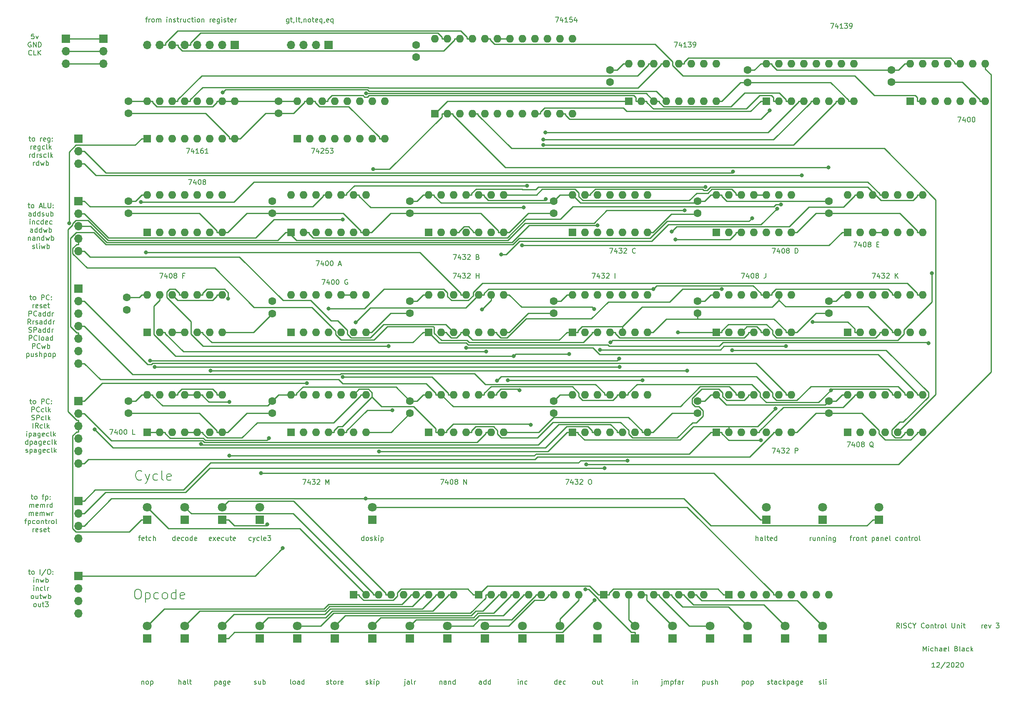
<source format=gbr>
%TF.GenerationSoftware,KiCad,Pcbnew,5.1.6-c6e7f7d~87~ubuntu16.04.1*%
%TF.CreationDate,2021-01-23T14:18:28-05:00*%
%TF.ProjectId,riscy_control,72697363-795f-4636-9f6e-74726f6c2e6b,rev?*%
%TF.SameCoordinates,Original*%
%TF.FileFunction,Copper,L1,Top*%
%TF.FilePolarity,Positive*%
%FSLAX46Y46*%
G04 Gerber Fmt 4.6, Leading zero omitted, Abs format (unit mm)*
G04 Created by KiCad (PCBNEW 5.1.6-c6e7f7d~87~ubuntu16.04.1) date 2021-01-23 14:18:28*
%MOMM*%
%LPD*%
G01*
G04 APERTURE LIST*
%TA.AperFunction,NonConductor*%
%ADD10C,0.150000*%
%TD*%
%TA.AperFunction,ComponentPad*%
%ADD11O,1.700000X1.700000*%
%TD*%
%TA.AperFunction,ComponentPad*%
%ADD12R,1.700000X1.700000*%
%TD*%
%TA.AperFunction,ComponentPad*%
%ADD13O,1.600000X1.600000*%
%TD*%
%TA.AperFunction,ComponentPad*%
%ADD14R,1.600000X1.600000*%
%TD*%
%TA.AperFunction,ComponentPad*%
%ADD15C,1.800000*%
%TD*%
%TA.AperFunction,ComponentPad*%
%ADD16R,1.800000X1.800000*%
%TD*%
%TA.AperFunction,ComponentPad*%
%ADD17C,1.600000*%
%TD*%
%TA.AperFunction,ViaPad*%
%ADD18C,0.800000*%
%TD*%
%TA.AperFunction,Conductor*%
%ADD19C,0.250000*%
%TD*%
G04 APERTURE END LIST*
D10*
X182936190Y-129612380D02*
X182936190Y-128612380D01*
X183269523Y-129326666D01*
X183602857Y-128612380D01*
X183602857Y-129612380D01*
X184079047Y-129612380D02*
X184079047Y-128945714D01*
X184079047Y-128612380D02*
X184031428Y-128660000D01*
X184079047Y-128707619D01*
X184126666Y-128660000D01*
X184079047Y-128612380D01*
X184079047Y-128707619D01*
X184983809Y-129564761D02*
X184888571Y-129612380D01*
X184698095Y-129612380D01*
X184602857Y-129564761D01*
X184555238Y-129517142D01*
X184507619Y-129421904D01*
X184507619Y-129136190D01*
X184555238Y-129040952D01*
X184602857Y-128993333D01*
X184698095Y-128945714D01*
X184888571Y-128945714D01*
X184983809Y-128993333D01*
X185412380Y-129612380D02*
X185412380Y-128612380D01*
X185840952Y-129612380D02*
X185840952Y-129088571D01*
X185793333Y-128993333D01*
X185698095Y-128945714D01*
X185555238Y-128945714D01*
X185460000Y-128993333D01*
X185412380Y-129040952D01*
X186745714Y-129612380D02*
X186745714Y-129088571D01*
X186698095Y-128993333D01*
X186602857Y-128945714D01*
X186412380Y-128945714D01*
X186317142Y-128993333D01*
X186745714Y-129564761D02*
X186650476Y-129612380D01*
X186412380Y-129612380D01*
X186317142Y-129564761D01*
X186269523Y-129469523D01*
X186269523Y-129374285D01*
X186317142Y-129279047D01*
X186412380Y-129231428D01*
X186650476Y-129231428D01*
X186745714Y-129183809D01*
X187602857Y-129564761D02*
X187507619Y-129612380D01*
X187317142Y-129612380D01*
X187221904Y-129564761D01*
X187174285Y-129469523D01*
X187174285Y-129088571D01*
X187221904Y-128993333D01*
X187317142Y-128945714D01*
X187507619Y-128945714D01*
X187602857Y-128993333D01*
X187650476Y-129088571D01*
X187650476Y-129183809D01*
X187174285Y-129279047D01*
X188221904Y-129612380D02*
X188126666Y-129564761D01*
X188079047Y-129469523D01*
X188079047Y-128612380D01*
X189698095Y-129088571D02*
X189840952Y-129136190D01*
X189888571Y-129183809D01*
X189936190Y-129279047D01*
X189936190Y-129421904D01*
X189888571Y-129517142D01*
X189840952Y-129564761D01*
X189745714Y-129612380D01*
X189364761Y-129612380D01*
X189364761Y-128612380D01*
X189698095Y-128612380D01*
X189793333Y-128660000D01*
X189840952Y-128707619D01*
X189888571Y-128802857D01*
X189888571Y-128898095D01*
X189840952Y-128993333D01*
X189793333Y-129040952D01*
X189698095Y-129088571D01*
X189364761Y-129088571D01*
X190507619Y-129612380D02*
X190412380Y-129564761D01*
X190364761Y-129469523D01*
X190364761Y-128612380D01*
X191317142Y-129612380D02*
X191317142Y-129088571D01*
X191269523Y-128993333D01*
X191174285Y-128945714D01*
X190983809Y-128945714D01*
X190888571Y-128993333D01*
X191317142Y-129564761D02*
X191221904Y-129612380D01*
X190983809Y-129612380D01*
X190888571Y-129564761D01*
X190840952Y-129469523D01*
X190840952Y-129374285D01*
X190888571Y-129279047D01*
X190983809Y-129231428D01*
X191221904Y-129231428D01*
X191317142Y-129183809D01*
X192221904Y-129564761D02*
X192126666Y-129612380D01*
X191936190Y-129612380D01*
X191840952Y-129564761D01*
X191793333Y-129517142D01*
X191745714Y-129421904D01*
X191745714Y-129136190D01*
X191793333Y-129040952D01*
X191840952Y-128993333D01*
X191936190Y-128945714D01*
X192126666Y-128945714D01*
X192221904Y-128993333D01*
X192650476Y-129612380D02*
X192650476Y-128612380D01*
X192745714Y-129231428D02*
X193031428Y-129612380D01*
X193031428Y-128945714D02*
X192650476Y-129326666D01*
X185340952Y-132912380D02*
X184769523Y-132912380D01*
X185055238Y-132912380D02*
X185055238Y-131912380D01*
X184960000Y-132055238D01*
X184864761Y-132150476D01*
X184769523Y-132198095D01*
X185721904Y-132007619D02*
X185769523Y-131960000D01*
X185864761Y-131912380D01*
X186102857Y-131912380D01*
X186198095Y-131960000D01*
X186245714Y-132007619D01*
X186293333Y-132102857D01*
X186293333Y-132198095D01*
X186245714Y-132340952D01*
X185674285Y-132912380D01*
X186293333Y-132912380D01*
X187436190Y-131864761D02*
X186579047Y-133150476D01*
X187721904Y-132007619D02*
X187769523Y-131960000D01*
X187864761Y-131912380D01*
X188102857Y-131912380D01*
X188198095Y-131960000D01*
X188245714Y-132007619D01*
X188293333Y-132102857D01*
X188293333Y-132198095D01*
X188245714Y-132340952D01*
X187674285Y-132912380D01*
X188293333Y-132912380D01*
X188912380Y-131912380D02*
X189007619Y-131912380D01*
X189102857Y-131960000D01*
X189150476Y-132007619D01*
X189198095Y-132102857D01*
X189245714Y-132293333D01*
X189245714Y-132531428D01*
X189198095Y-132721904D01*
X189150476Y-132817142D01*
X189102857Y-132864761D01*
X189007619Y-132912380D01*
X188912380Y-132912380D01*
X188817142Y-132864761D01*
X188769523Y-132817142D01*
X188721904Y-132721904D01*
X188674285Y-132531428D01*
X188674285Y-132293333D01*
X188721904Y-132102857D01*
X188769523Y-132007619D01*
X188817142Y-131960000D01*
X188912380Y-131912380D01*
X189626666Y-132007619D02*
X189674285Y-131960000D01*
X189769523Y-131912380D01*
X190007619Y-131912380D01*
X190102857Y-131960000D01*
X190150476Y-132007619D01*
X190198095Y-132102857D01*
X190198095Y-132198095D01*
X190150476Y-132340952D01*
X189579047Y-132912380D01*
X190198095Y-132912380D01*
X190817142Y-131912380D02*
X190912380Y-131912380D01*
X191007619Y-131960000D01*
X191055238Y-132007619D01*
X191102857Y-132102857D01*
X191150476Y-132293333D01*
X191150476Y-132531428D01*
X191102857Y-132721904D01*
X191055238Y-132817142D01*
X191007619Y-132864761D01*
X190912380Y-132912380D01*
X190817142Y-132912380D01*
X190721904Y-132864761D01*
X190674285Y-132817142D01*
X190626666Y-132721904D01*
X190579047Y-132531428D01*
X190579047Y-132293333D01*
X190626666Y-132102857D01*
X190674285Y-132007619D01*
X190721904Y-131960000D01*
X190817142Y-131912380D01*
X178150476Y-124912380D02*
X177817142Y-124436190D01*
X177579047Y-124912380D02*
X177579047Y-123912380D01*
X177960000Y-123912380D01*
X178055238Y-123960000D01*
X178102857Y-124007619D01*
X178150476Y-124102857D01*
X178150476Y-124245714D01*
X178102857Y-124340952D01*
X178055238Y-124388571D01*
X177960000Y-124436190D01*
X177579047Y-124436190D01*
X178579047Y-124912380D02*
X178579047Y-123912380D01*
X179007619Y-124864761D02*
X179150476Y-124912380D01*
X179388571Y-124912380D01*
X179483809Y-124864761D01*
X179531428Y-124817142D01*
X179579047Y-124721904D01*
X179579047Y-124626666D01*
X179531428Y-124531428D01*
X179483809Y-124483809D01*
X179388571Y-124436190D01*
X179198095Y-124388571D01*
X179102857Y-124340952D01*
X179055238Y-124293333D01*
X179007619Y-124198095D01*
X179007619Y-124102857D01*
X179055238Y-124007619D01*
X179102857Y-123960000D01*
X179198095Y-123912380D01*
X179436190Y-123912380D01*
X179579047Y-123960000D01*
X180579047Y-124817142D02*
X180531428Y-124864761D01*
X180388571Y-124912380D01*
X180293333Y-124912380D01*
X180150476Y-124864761D01*
X180055238Y-124769523D01*
X180007619Y-124674285D01*
X179960000Y-124483809D01*
X179960000Y-124340952D01*
X180007619Y-124150476D01*
X180055238Y-124055238D01*
X180150476Y-123960000D01*
X180293333Y-123912380D01*
X180388571Y-123912380D01*
X180531428Y-123960000D01*
X180579047Y-124007619D01*
X181198095Y-124436190D02*
X181198095Y-124912380D01*
X180864761Y-123912380D02*
X181198095Y-124436190D01*
X181531428Y-123912380D01*
X183198095Y-124817142D02*
X183150476Y-124864761D01*
X183007619Y-124912380D01*
X182912380Y-124912380D01*
X182769523Y-124864761D01*
X182674285Y-124769523D01*
X182626666Y-124674285D01*
X182579047Y-124483809D01*
X182579047Y-124340952D01*
X182626666Y-124150476D01*
X182674285Y-124055238D01*
X182769523Y-123960000D01*
X182912380Y-123912380D01*
X183007619Y-123912380D01*
X183150476Y-123960000D01*
X183198095Y-124007619D01*
X183769523Y-124912380D02*
X183674285Y-124864761D01*
X183626666Y-124817142D01*
X183579047Y-124721904D01*
X183579047Y-124436190D01*
X183626666Y-124340952D01*
X183674285Y-124293333D01*
X183769523Y-124245714D01*
X183912380Y-124245714D01*
X184007619Y-124293333D01*
X184055238Y-124340952D01*
X184102857Y-124436190D01*
X184102857Y-124721904D01*
X184055238Y-124817142D01*
X184007619Y-124864761D01*
X183912380Y-124912380D01*
X183769523Y-124912380D01*
X184531428Y-124245714D02*
X184531428Y-124912380D01*
X184531428Y-124340952D02*
X184579047Y-124293333D01*
X184674285Y-124245714D01*
X184817142Y-124245714D01*
X184912380Y-124293333D01*
X184960000Y-124388571D01*
X184960000Y-124912380D01*
X185293333Y-124245714D02*
X185674285Y-124245714D01*
X185436190Y-123912380D02*
X185436190Y-124769523D01*
X185483809Y-124864761D01*
X185579047Y-124912380D01*
X185674285Y-124912380D01*
X186007619Y-124912380D02*
X186007619Y-124245714D01*
X186007619Y-124436190D02*
X186055238Y-124340952D01*
X186102857Y-124293333D01*
X186198095Y-124245714D01*
X186293333Y-124245714D01*
X186769523Y-124912380D02*
X186674285Y-124864761D01*
X186626666Y-124817142D01*
X186579047Y-124721904D01*
X186579047Y-124436190D01*
X186626666Y-124340952D01*
X186674285Y-124293333D01*
X186769523Y-124245714D01*
X186912380Y-124245714D01*
X187007619Y-124293333D01*
X187055238Y-124340952D01*
X187102857Y-124436190D01*
X187102857Y-124721904D01*
X187055238Y-124817142D01*
X187007619Y-124864761D01*
X186912380Y-124912380D01*
X186769523Y-124912380D01*
X187674285Y-124912380D02*
X187579047Y-124864761D01*
X187531428Y-124769523D01*
X187531428Y-123912380D01*
X188817142Y-123912380D02*
X188817142Y-124721904D01*
X188864761Y-124817142D01*
X188912380Y-124864761D01*
X189007619Y-124912380D01*
X189198095Y-124912380D01*
X189293333Y-124864761D01*
X189340952Y-124817142D01*
X189388571Y-124721904D01*
X189388571Y-123912380D01*
X189864761Y-124245714D02*
X189864761Y-124912380D01*
X189864761Y-124340952D02*
X189912380Y-124293333D01*
X190007619Y-124245714D01*
X190150476Y-124245714D01*
X190245714Y-124293333D01*
X190293333Y-124388571D01*
X190293333Y-124912380D01*
X190769523Y-124912380D02*
X190769523Y-124245714D01*
X190769523Y-123912380D02*
X190721904Y-123960000D01*
X190769523Y-124007619D01*
X190817142Y-123960000D01*
X190769523Y-123912380D01*
X190769523Y-124007619D01*
X191102857Y-124245714D02*
X191483809Y-124245714D01*
X191245714Y-123912380D02*
X191245714Y-124769523D01*
X191293333Y-124864761D01*
X191388571Y-124912380D01*
X191483809Y-124912380D01*
X194864761Y-124912380D02*
X194864761Y-124245714D01*
X194864761Y-124436190D02*
X194912380Y-124340952D01*
X194960000Y-124293333D01*
X195055238Y-124245714D01*
X195150476Y-124245714D01*
X195864761Y-124864761D02*
X195769523Y-124912380D01*
X195579047Y-124912380D01*
X195483809Y-124864761D01*
X195436190Y-124769523D01*
X195436190Y-124388571D01*
X195483809Y-124293333D01*
X195579047Y-124245714D01*
X195769523Y-124245714D01*
X195864761Y-124293333D01*
X195912380Y-124388571D01*
X195912380Y-124483809D01*
X195436190Y-124579047D01*
X196245714Y-124245714D02*
X196483809Y-124912380D01*
X196721904Y-124245714D01*
X197769523Y-123912380D02*
X198388571Y-123912380D01*
X198055238Y-124293333D01*
X198198095Y-124293333D01*
X198293333Y-124340952D01*
X198340952Y-124388571D01*
X198388571Y-124483809D01*
X198388571Y-124721904D01*
X198340952Y-124817142D01*
X198293333Y-124864761D01*
X198198095Y-124912380D01*
X197912380Y-124912380D01*
X197817142Y-124864761D01*
X197769523Y-124817142D01*
X167513333Y-87082380D02*
X168180000Y-87082380D01*
X167751428Y-88082380D01*
X168989523Y-87415714D02*
X168989523Y-88082380D01*
X168751428Y-87034761D02*
X168513333Y-87749047D01*
X169132380Y-87749047D01*
X169703809Y-87082380D02*
X169799047Y-87082380D01*
X169894285Y-87130000D01*
X169941904Y-87177619D01*
X169989523Y-87272857D01*
X170037142Y-87463333D01*
X170037142Y-87701428D01*
X169989523Y-87891904D01*
X169941904Y-87987142D01*
X169894285Y-88034761D01*
X169799047Y-88082380D01*
X169703809Y-88082380D01*
X169608571Y-88034761D01*
X169560952Y-87987142D01*
X169513333Y-87891904D01*
X169465714Y-87701428D01*
X169465714Y-87463333D01*
X169513333Y-87272857D01*
X169560952Y-87177619D01*
X169608571Y-87130000D01*
X169703809Y-87082380D01*
X170608571Y-87510952D02*
X170513333Y-87463333D01*
X170465714Y-87415714D01*
X170418095Y-87320476D01*
X170418095Y-87272857D01*
X170465714Y-87177619D01*
X170513333Y-87130000D01*
X170608571Y-87082380D01*
X170799047Y-87082380D01*
X170894285Y-87130000D01*
X170941904Y-87177619D01*
X170989523Y-87272857D01*
X170989523Y-87320476D01*
X170941904Y-87415714D01*
X170894285Y-87463333D01*
X170799047Y-87510952D01*
X170608571Y-87510952D01*
X170513333Y-87558571D01*
X170465714Y-87606190D01*
X170418095Y-87701428D01*
X170418095Y-87891904D01*
X170465714Y-87987142D01*
X170513333Y-88034761D01*
X170608571Y-88082380D01*
X170799047Y-88082380D01*
X170894285Y-88034761D01*
X170941904Y-87987142D01*
X170989523Y-87891904D01*
X170989523Y-87701428D01*
X170941904Y-87606190D01*
X170894285Y-87558571D01*
X170799047Y-87510952D01*
X172846666Y-88177619D02*
X172751428Y-88130000D01*
X172656190Y-88034761D01*
X172513333Y-87891904D01*
X172418095Y-87844285D01*
X172322857Y-87844285D01*
X172370476Y-88082380D02*
X172275238Y-88034761D01*
X172180000Y-87939523D01*
X172132380Y-87749047D01*
X172132380Y-87415714D01*
X172180000Y-87225238D01*
X172275238Y-87130000D01*
X172370476Y-87082380D01*
X172560952Y-87082380D01*
X172656190Y-87130000D01*
X172751428Y-87225238D01*
X172799047Y-87415714D01*
X172799047Y-87749047D01*
X172751428Y-87939523D01*
X172656190Y-88034761D01*
X172560952Y-88082380D01*
X172370476Y-88082380D01*
X152297142Y-88352380D02*
X152963809Y-88352380D01*
X152535238Y-89352380D01*
X153773333Y-88685714D02*
X153773333Y-89352380D01*
X153535238Y-88304761D02*
X153297142Y-89019047D01*
X153916190Y-89019047D01*
X154201904Y-88352380D02*
X154820952Y-88352380D01*
X154487619Y-88733333D01*
X154630476Y-88733333D01*
X154725714Y-88780952D01*
X154773333Y-88828571D01*
X154820952Y-88923809D01*
X154820952Y-89161904D01*
X154773333Y-89257142D01*
X154725714Y-89304761D01*
X154630476Y-89352380D01*
X154344761Y-89352380D01*
X154249523Y-89304761D01*
X154201904Y-89257142D01*
X155201904Y-88447619D02*
X155249523Y-88400000D01*
X155344761Y-88352380D01*
X155582857Y-88352380D01*
X155678095Y-88400000D01*
X155725714Y-88447619D01*
X155773333Y-88542857D01*
X155773333Y-88638095D01*
X155725714Y-88780952D01*
X155154285Y-89352380D01*
X155773333Y-89352380D01*
X156963809Y-89352380D02*
X156963809Y-88352380D01*
X157344761Y-88352380D01*
X157440000Y-88400000D01*
X157487619Y-88447619D01*
X157535238Y-88542857D01*
X157535238Y-88685714D01*
X157487619Y-88780952D01*
X157440000Y-88828571D01*
X157344761Y-88876190D01*
X156963809Y-88876190D01*
X110363333Y-94702380D02*
X111030000Y-94702380D01*
X110601428Y-95702380D01*
X111839523Y-95035714D02*
X111839523Y-95702380D01*
X111601428Y-94654761D02*
X111363333Y-95369047D01*
X111982380Y-95369047D01*
X112268095Y-94702380D02*
X112887142Y-94702380D01*
X112553809Y-95083333D01*
X112696666Y-95083333D01*
X112791904Y-95130952D01*
X112839523Y-95178571D01*
X112887142Y-95273809D01*
X112887142Y-95511904D01*
X112839523Y-95607142D01*
X112791904Y-95654761D01*
X112696666Y-95702380D01*
X112410952Y-95702380D01*
X112315714Y-95654761D01*
X112268095Y-95607142D01*
X113268095Y-94797619D02*
X113315714Y-94750000D01*
X113410952Y-94702380D01*
X113649047Y-94702380D01*
X113744285Y-94750000D01*
X113791904Y-94797619D01*
X113839523Y-94892857D01*
X113839523Y-94988095D01*
X113791904Y-95130952D01*
X113220476Y-95702380D01*
X113839523Y-95702380D01*
X115220476Y-94702380D02*
X115410952Y-94702380D01*
X115506190Y-94750000D01*
X115601428Y-94845238D01*
X115649047Y-95035714D01*
X115649047Y-95369047D01*
X115601428Y-95559523D01*
X115506190Y-95654761D01*
X115410952Y-95702380D01*
X115220476Y-95702380D01*
X115125238Y-95654761D01*
X115030000Y-95559523D01*
X114982380Y-95369047D01*
X114982380Y-95035714D01*
X115030000Y-94845238D01*
X115125238Y-94750000D01*
X115220476Y-94702380D01*
X84963333Y-94702380D02*
X85630000Y-94702380D01*
X85201428Y-95702380D01*
X86439523Y-95035714D02*
X86439523Y-95702380D01*
X86201428Y-94654761D02*
X85963333Y-95369047D01*
X86582380Y-95369047D01*
X87153809Y-94702380D02*
X87249047Y-94702380D01*
X87344285Y-94750000D01*
X87391904Y-94797619D01*
X87439523Y-94892857D01*
X87487142Y-95083333D01*
X87487142Y-95321428D01*
X87439523Y-95511904D01*
X87391904Y-95607142D01*
X87344285Y-95654761D01*
X87249047Y-95702380D01*
X87153809Y-95702380D01*
X87058571Y-95654761D01*
X87010952Y-95607142D01*
X86963333Y-95511904D01*
X86915714Y-95321428D01*
X86915714Y-95083333D01*
X86963333Y-94892857D01*
X87010952Y-94797619D01*
X87058571Y-94750000D01*
X87153809Y-94702380D01*
X88058571Y-95130952D02*
X87963333Y-95083333D01*
X87915714Y-95035714D01*
X87868095Y-94940476D01*
X87868095Y-94892857D01*
X87915714Y-94797619D01*
X87963333Y-94750000D01*
X88058571Y-94702380D01*
X88249047Y-94702380D01*
X88344285Y-94750000D01*
X88391904Y-94797619D01*
X88439523Y-94892857D01*
X88439523Y-94940476D01*
X88391904Y-95035714D01*
X88344285Y-95083333D01*
X88249047Y-95130952D01*
X88058571Y-95130952D01*
X87963333Y-95178571D01*
X87915714Y-95226190D01*
X87868095Y-95321428D01*
X87868095Y-95511904D01*
X87915714Y-95607142D01*
X87963333Y-95654761D01*
X88058571Y-95702380D01*
X88249047Y-95702380D01*
X88344285Y-95654761D01*
X88391904Y-95607142D01*
X88439523Y-95511904D01*
X88439523Y-95321428D01*
X88391904Y-95226190D01*
X88344285Y-95178571D01*
X88249047Y-95130952D01*
X89630000Y-95702380D02*
X89630000Y-94702380D01*
X90201428Y-95702380D01*
X90201428Y-94702380D01*
X56975714Y-94702380D02*
X57642380Y-94702380D01*
X57213809Y-95702380D01*
X58451904Y-95035714D02*
X58451904Y-95702380D01*
X58213809Y-94654761D02*
X57975714Y-95369047D01*
X58594761Y-95369047D01*
X58880476Y-94702380D02*
X59499523Y-94702380D01*
X59166190Y-95083333D01*
X59309047Y-95083333D01*
X59404285Y-95130952D01*
X59451904Y-95178571D01*
X59499523Y-95273809D01*
X59499523Y-95511904D01*
X59451904Y-95607142D01*
X59404285Y-95654761D01*
X59309047Y-95702380D01*
X59023333Y-95702380D01*
X58928095Y-95654761D01*
X58880476Y-95607142D01*
X59880476Y-94797619D02*
X59928095Y-94750000D01*
X60023333Y-94702380D01*
X60261428Y-94702380D01*
X60356666Y-94750000D01*
X60404285Y-94797619D01*
X60451904Y-94892857D01*
X60451904Y-94988095D01*
X60404285Y-95130952D01*
X59832857Y-95702380D01*
X60451904Y-95702380D01*
X61642380Y-95702380D02*
X61642380Y-94702380D01*
X61975714Y-95416666D01*
X62309047Y-94702380D01*
X62309047Y-95702380D01*
X17772380Y-84542380D02*
X18439047Y-84542380D01*
X18010476Y-85542380D01*
X19248571Y-84875714D02*
X19248571Y-85542380D01*
X19010476Y-84494761D02*
X18772380Y-85209047D01*
X19391428Y-85209047D01*
X19962857Y-84542380D02*
X20058095Y-84542380D01*
X20153333Y-84590000D01*
X20200952Y-84637619D01*
X20248571Y-84732857D01*
X20296190Y-84923333D01*
X20296190Y-85161428D01*
X20248571Y-85351904D01*
X20200952Y-85447142D01*
X20153333Y-85494761D01*
X20058095Y-85542380D01*
X19962857Y-85542380D01*
X19867619Y-85494761D01*
X19820000Y-85447142D01*
X19772380Y-85351904D01*
X19724761Y-85161428D01*
X19724761Y-84923333D01*
X19772380Y-84732857D01*
X19820000Y-84637619D01*
X19867619Y-84590000D01*
X19962857Y-84542380D01*
X20915238Y-84542380D02*
X21010476Y-84542380D01*
X21105714Y-84590000D01*
X21153333Y-84637619D01*
X21200952Y-84732857D01*
X21248571Y-84923333D01*
X21248571Y-85161428D01*
X21200952Y-85351904D01*
X21153333Y-85447142D01*
X21105714Y-85494761D01*
X21010476Y-85542380D01*
X20915238Y-85542380D01*
X20820000Y-85494761D01*
X20772380Y-85447142D01*
X20724761Y-85351904D01*
X20677142Y-85161428D01*
X20677142Y-84923333D01*
X20724761Y-84732857D01*
X20772380Y-84637619D01*
X20820000Y-84590000D01*
X20915238Y-84542380D01*
X22915238Y-85542380D02*
X22439047Y-85542380D01*
X22439047Y-84542380D01*
X172617142Y-52792380D02*
X173283809Y-52792380D01*
X172855238Y-53792380D01*
X174093333Y-53125714D02*
X174093333Y-53792380D01*
X173855238Y-52744761D02*
X173617142Y-53459047D01*
X174236190Y-53459047D01*
X174521904Y-52792380D02*
X175140952Y-52792380D01*
X174807619Y-53173333D01*
X174950476Y-53173333D01*
X175045714Y-53220952D01*
X175093333Y-53268571D01*
X175140952Y-53363809D01*
X175140952Y-53601904D01*
X175093333Y-53697142D01*
X175045714Y-53744761D01*
X174950476Y-53792380D01*
X174664761Y-53792380D01*
X174569523Y-53744761D01*
X174521904Y-53697142D01*
X175521904Y-52887619D02*
X175569523Y-52840000D01*
X175664761Y-52792380D01*
X175902857Y-52792380D01*
X175998095Y-52840000D01*
X176045714Y-52887619D01*
X176093333Y-52982857D01*
X176093333Y-53078095D01*
X176045714Y-53220952D01*
X175474285Y-53792380D01*
X176093333Y-53792380D01*
X177283809Y-53792380D02*
X177283809Y-52792380D01*
X177855238Y-53792380D02*
X177426666Y-53220952D01*
X177855238Y-52792380D02*
X177283809Y-53363809D01*
X146066190Y-52792380D02*
X146732857Y-52792380D01*
X146304285Y-53792380D01*
X147542380Y-53125714D02*
X147542380Y-53792380D01*
X147304285Y-52744761D02*
X147066190Y-53459047D01*
X147685238Y-53459047D01*
X148256666Y-52792380D02*
X148351904Y-52792380D01*
X148447142Y-52840000D01*
X148494761Y-52887619D01*
X148542380Y-52982857D01*
X148590000Y-53173333D01*
X148590000Y-53411428D01*
X148542380Y-53601904D01*
X148494761Y-53697142D01*
X148447142Y-53744761D01*
X148351904Y-53792380D01*
X148256666Y-53792380D01*
X148161428Y-53744761D01*
X148113809Y-53697142D01*
X148066190Y-53601904D01*
X148018571Y-53411428D01*
X148018571Y-53173333D01*
X148066190Y-52982857D01*
X148113809Y-52887619D01*
X148161428Y-52840000D01*
X148256666Y-52792380D01*
X149161428Y-53220952D02*
X149066190Y-53173333D01*
X149018571Y-53125714D01*
X148970952Y-53030476D01*
X148970952Y-52982857D01*
X149018571Y-52887619D01*
X149066190Y-52840000D01*
X149161428Y-52792380D01*
X149351904Y-52792380D01*
X149447142Y-52840000D01*
X149494761Y-52887619D01*
X149542380Y-52982857D01*
X149542380Y-53030476D01*
X149494761Y-53125714D01*
X149447142Y-53173333D01*
X149351904Y-53220952D01*
X149161428Y-53220952D01*
X149066190Y-53268571D01*
X149018571Y-53316190D01*
X148970952Y-53411428D01*
X148970952Y-53601904D01*
X149018571Y-53697142D01*
X149066190Y-53744761D01*
X149161428Y-53792380D01*
X149351904Y-53792380D01*
X149447142Y-53744761D01*
X149494761Y-53697142D01*
X149542380Y-53601904D01*
X149542380Y-53411428D01*
X149494761Y-53316190D01*
X149447142Y-53268571D01*
X149351904Y-53220952D01*
X151018571Y-52792380D02*
X151018571Y-53506666D01*
X150970952Y-53649523D01*
X150875714Y-53744761D01*
X150732857Y-53792380D01*
X150637619Y-53792380D01*
X115729047Y-52792380D02*
X116395714Y-52792380D01*
X115967142Y-53792380D01*
X117205238Y-53125714D02*
X117205238Y-53792380D01*
X116967142Y-52744761D02*
X116729047Y-53459047D01*
X117348095Y-53459047D01*
X117633809Y-52792380D02*
X118252857Y-52792380D01*
X117919523Y-53173333D01*
X118062380Y-53173333D01*
X118157619Y-53220952D01*
X118205238Y-53268571D01*
X118252857Y-53363809D01*
X118252857Y-53601904D01*
X118205238Y-53697142D01*
X118157619Y-53744761D01*
X118062380Y-53792380D01*
X117776666Y-53792380D01*
X117681428Y-53744761D01*
X117633809Y-53697142D01*
X118633809Y-52887619D02*
X118681428Y-52840000D01*
X118776666Y-52792380D01*
X119014761Y-52792380D01*
X119110000Y-52840000D01*
X119157619Y-52887619D01*
X119205238Y-52982857D01*
X119205238Y-53078095D01*
X119157619Y-53220952D01*
X118586190Y-53792380D01*
X119205238Y-53792380D01*
X120395714Y-53792380D02*
X120395714Y-52792380D01*
X87503333Y-52792380D02*
X88170000Y-52792380D01*
X87741428Y-53792380D01*
X88979523Y-53125714D02*
X88979523Y-53792380D01*
X88741428Y-52744761D02*
X88503333Y-53459047D01*
X89122380Y-53459047D01*
X89408095Y-52792380D02*
X90027142Y-52792380D01*
X89693809Y-53173333D01*
X89836666Y-53173333D01*
X89931904Y-53220952D01*
X89979523Y-53268571D01*
X90027142Y-53363809D01*
X90027142Y-53601904D01*
X89979523Y-53697142D01*
X89931904Y-53744761D01*
X89836666Y-53792380D01*
X89550952Y-53792380D01*
X89455714Y-53744761D01*
X89408095Y-53697142D01*
X90408095Y-52887619D02*
X90455714Y-52840000D01*
X90550952Y-52792380D01*
X90789047Y-52792380D01*
X90884285Y-52840000D01*
X90931904Y-52887619D01*
X90979523Y-52982857D01*
X90979523Y-53078095D01*
X90931904Y-53220952D01*
X90360476Y-53792380D01*
X90979523Y-53792380D01*
X92170000Y-53792380D02*
X92170000Y-52792380D01*
X92170000Y-53268571D02*
X92741428Y-53268571D01*
X92741428Y-53792380D02*
X92741428Y-52792380D01*
X60857142Y-54062380D02*
X61523809Y-54062380D01*
X61095238Y-55062380D01*
X62333333Y-54395714D02*
X62333333Y-55062380D01*
X62095238Y-54014761D02*
X61857142Y-54729047D01*
X62476190Y-54729047D01*
X63047619Y-54062380D02*
X63142857Y-54062380D01*
X63238095Y-54110000D01*
X63285714Y-54157619D01*
X63333333Y-54252857D01*
X63380952Y-54443333D01*
X63380952Y-54681428D01*
X63333333Y-54871904D01*
X63285714Y-54967142D01*
X63238095Y-55014761D01*
X63142857Y-55062380D01*
X63047619Y-55062380D01*
X62952380Y-55014761D01*
X62904761Y-54967142D01*
X62857142Y-54871904D01*
X62809523Y-54681428D01*
X62809523Y-54443333D01*
X62857142Y-54252857D01*
X62904761Y-54157619D01*
X62952380Y-54110000D01*
X63047619Y-54062380D01*
X64000000Y-54062380D02*
X64095238Y-54062380D01*
X64190476Y-54110000D01*
X64238095Y-54157619D01*
X64285714Y-54252857D01*
X64333333Y-54443333D01*
X64333333Y-54681428D01*
X64285714Y-54871904D01*
X64238095Y-54967142D01*
X64190476Y-55014761D01*
X64095238Y-55062380D01*
X64000000Y-55062380D01*
X63904761Y-55014761D01*
X63857142Y-54967142D01*
X63809523Y-54871904D01*
X63761904Y-54681428D01*
X63761904Y-54443333D01*
X63809523Y-54252857D01*
X63857142Y-54157619D01*
X63904761Y-54110000D01*
X64000000Y-54062380D01*
X66047619Y-54110000D02*
X65952380Y-54062380D01*
X65809523Y-54062380D01*
X65666666Y-54110000D01*
X65571428Y-54205238D01*
X65523809Y-54300476D01*
X65476190Y-54490952D01*
X65476190Y-54633809D01*
X65523809Y-54824285D01*
X65571428Y-54919523D01*
X65666666Y-55014761D01*
X65809523Y-55062380D01*
X65904761Y-55062380D01*
X66047619Y-55014761D01*
X66095238Y-54967142D01*
X66095238Y-54633809D01*
X65904761Y-54633809D01*
X27908571Y-52792380D02*
X28575238Y-52792380D01*
X28146666Y-53792380D01*
X29384761Y-53125714D02*
X29384761Y-53792380D01*
X29146666Y-52744761D02*
X28908571Y-53459047D01*
X29527619Y-53459047D01*
X30099047Y-52792380D02*
X30194285Y-52792380D01*
X30289523Y-52840000D01*
X30337142Y-52887619D01*
X30384761Y-52982857D01*
X30432380Y-53173333D01*
X30432380Y-53411428D01*
X30384761Y-53601904D01*
X30337142Y-53697142D01*
X30289523Y-53744761D01*
X30194285Y-53792380D01*
X30099047Y-53792380D01*
X30003809Y-53744761D01*
X29956190Y-53697142D01*
X29908571Y-53601904D01*
X29860952Y-53411428D01*
X29860952Y-53173333D01*
X29908571Y-52982857D01*
X29956190Y-52887619D01*
X30003809Y-52840000D01*
X30099047Y-52792380D01*
X31003809Y-53220952D02*
X30908571Y-53173333D01*
X30860952Y-53125714D01*
X30813333Y-53030476D01*
X30813333Y-52982857D01*
X30860952Y-52887619D01*
X30908571Y-52840000D01*
X31003809Y-52792380D01*
X31194285Y-52792380D01*
X31289523Y-52840000D01*
X31337142Y-52887619D01*
X31384761Y-52982857D01*
X31384761Y-53030476D01*
X31337142Y-53125714D01*
X31289523Y-53173333D01*
X31194285Y-53220952D01*
X31003809Y-53220952D01*
X30908571Y-53268571D01*
X30860952Y-53316190D01*
X30813333Y-53411428D01*
X30813333Y-53601904D01*
X30860952Y-53697142D01*
X30908571Y-53744761D01*
X31003809Y-53792380D01*
X31194285Y-53792380D01*
X31289523Y-53744761D01*
X31337142Y-53697142D01*
X31384761Y-53601904D01*
X31384761Y-53411428D01*
X31337142Y-53316190D01*
X31289523Y-53268571D01*
X31194285Y-53220952D01*
X32908571Y-53268571D02*
X32575238Y-53268571D01*
X32575238Y-53792380D02*
X32575238Y-52792380D01*
X33051428Y-52792380D01*
X168854761Y-46442380D02*
X169521428Y-46442380D01*
X169092857Y-47442380D01*
X170330952Y-46775714D02*
X170330952Y-47442380D01*
X170092857Y-46394761D02*
X169854761Y-47109047D01*
X170473809Y-47109047D01*
X171045238Y-46442380D02*
X171140476Y-46442380D01*
X171235714Y-46490000D01*
X171283333Y-46537619D01*
X171330952Y-46632857D01*
X171378571Y-46823333D01*
X171378571Y-47061428D01*
X171330952Y-47251904D01*
X171283333Y-47347142D01*
X171235714Y-47394761D01*
X171140476Y-47442380D01*
X171045238Y-47442380D01*
X170950000Y-47394761D01*
X170902380Y-47347142D01*
X170854761Y-47251904D01*
X170807142Y-47061428D01*
X170807142Y-46823333D01*
X170854761Y-46632857D01*
X170902380Y-46537619D01*
X170950000Y-46490000D01*
X171045238Y-46442380D01*
X171950000Y-46870952D02*
X171854761Y-46823333D01*
X171807142Y-46775714D01*
X171759523Y-46680476D01*
X171759523Y-46632857D01*
X171807142Y-46537619D01*
X171854761Y-46490000D01*
X171950000Y-46442380D01*
X172140476Y-46442380D01*
X172235714Y-46490000D01*
X172283333Y-46537619D01*
X172330952Y-46632857D01*
X172330952Y-46680476D01*
X172283333Y-46775714D01*
X172235714Y-46823333D01*
X172140476Y-46870952D01*
X171950000Y-46870952D01*
X171854761Y-46918571D01*
X171807142Y-46966190D01*
X171759523Y-47061428D01*
X171759523Y-47251904D01*
X171807142Y-47347142D01*
X171854761Y-47394761D01*
X171950000Y-47442380D01*
X172140476Y-47442380D01*
X172235714Y-47394761D01*
X172283333Y-47347142D01*
X172330952Y-47251904D01*
X172330952Y-47061428D01*
X172283333Y-46966190D01*
X172235714Y-46918571D01*
X172140476Y-46870952D01*
X173521428Y-46918571D02*
X173854761Y-46918571D01*
X173997619Y-47442380D02*
X173521428Y-47442380D01*
X173521428Y-46442380D01*
X173997619Y-46442380D01*
X59658571Y-50252380D02*
X60325238Y-50252380D01*
X59896666Y-51252380D01*
X61134761Y-50585714D02*
X61134761Y-51252380D01*
X60896666Y-50204761D02*
X60658571Y-50919047D01*
X61277619Y-50919047D01*
X61849047Y-50252380D02*
X61944285Y-50252380D01*
X62039523Y-50300000D01*
X62087142Y-50347619D01*
X62134761Y-50442857D01*
X62182380Y-50633333D01*
X62182380Y-50871428D01*
X62134761Y-51061904D01*
X62087142Y-51157142D01*
X62039523Y-51204761D01*
X61944285Y-51252380D01*
X61849047Y-51252380D01*
X61753809Y-51204761D01*
X61706190Y-51157142D01*
X61658571Y-51061904D01*
X61610952Y-50871428D01*
X61610952Y-50633333D01*
X61658571Y-50442857D01*
X61706190Y-50347619D01*
X61753809Y-50300000D01*
X61849047Y-50252380D01*
X62801428Y-50252380D02*
X62896666Y-50252380D01*
X62991904Y-50300000D01*
X63039523Y-50347619D01*
X63087142Y-50442857D01*
X63134761Y-50633333D01*
X63134761Y-50871428D01*
X63087142Y-51061904D01*
X63039523Y-51157142D01*
X62991904Y-51204761D01*
X62896666Y-51252380D01*
X62801428Y-51252380D01*
X62706190Y-51204761D01*
X62658571Y-51157142D01*
X62610952Y-51061904D01*
X62563333Y-50871428D01*
X62563333Y-50633333D01*
X62610952Y-50442857D01*
X62658571Y-50347619D01*
X62706190Y-50300000D01*
X62801428Y-50252380D01*
X64277619Y-50966666D02*
X64753809Y-50966666D01*
X64182380Y-51252380D02*
X64515714Y-50252380D01*
X64849047Y-51252380D01*
X152297142Y-47712380D02*
X152963809Y-47712380D01*
X152535238Y-48712380D01*
X153773333Y-48045714D02*
X153773333Y-48712380D01*
X153535238Y-47664761D02*
X153297142Y-48379047D01*
X153916190Y-48379047D01*
X154487619Y-47712380D02*
X154582857Y-47712380D01*
X154678095Y-47760000D01*
X154725714Y-47807619D01*
X154773333Y-47902857D01*
X154820952Y-48093333D01*
X154820952Y-48331428D01*
X154773333Y-48521904D01*
X154725714Y-48617142D01*
X154678095Y-48664761D01*
X154582857Y-48712380D01*
X154487619Y-48712380D01*
X154392380Y-48664761D01*
X154344761Y-48617142D01*
X154297142Y-48521904D01*
X154249523Y-48331428D01*
X154249523Y-48093333D01*
X154297142Y-47902857D01*
X154344761Y-47807619D01*
X154392380Y-47760000D01*
X154487619Y-47712380D01*
X155392380Y-48140952D02*
X155297142Y-48093333D01*
X155249523Y-48045714D01*
X155201904Y-47950476D01*
X155201904Y-47902857D01*
X155249523Y-47807619D01*
X155297142Y-47760000D01*
X155392380Y-47712380D01*
X155582857Y-47712380D01*
X155678095Y-47760000D01*
X155725714Y-47807619D01*
X155773333Y-47902857D01*
X155773333Y-47950476D01*
X155725714Y-48045714D01*
X155678095Y-48093333D01*
X155582857Y-48140952D01*
X155392380Y-48140952D01*
X155297142Y-48188571D01*
X155249523Y-48236190D01*
X155201904Y-48331428D01*
X155201904Y-48521904D01*
X155249523Y-48617142D01*
X155297142Y-48664761D01*
X155392380Y-48712380D01*
X155582857Y-48712380D01*
X155678095Y-48664761D01*
X155725714Y-48617142D01*
X155773333Y-48521904D01*
X155773333Y-48331428D01*
X155725714Y-48236190D01*
X155678095Y-48188571D01*
X155582857Y-48140952D01*
X156963809Y-48712380D02*
X156963809Y-47712380D01*
X157201904Y-47712380D01*
X157344761Y-47760000D01*
X157440000Y-47855238D01*
X157487619Y-47950476D01*
X157535238Y-48140952D01*
X157535238Y-48283809D01*
X157487619Y-48474285D01*
X157440000Y-48569523D01*
X157344761Y-48664761D01*
X157201904Y-48712380D01*
X156963809Y-48712380D01*
X119277142Y-47712380D02*
X119943809Y-47712380D01*
X119515238Y-48712380D01*
X120753333Y-48045714D02*
X120753333Y-48712380D01*
X120515238Y-47664761D02*
X120277142Y-48379047D01*
X120896190Y-48379047D01*
X121181904Y-47712380D02*
X121800952Y-47712380D01*
X121467619Y-48093333D01*
X121610476Y-48093333D01*
X121705714Y-48140952D01*
X121753333Y-48188571D01*
X121800952Y-48283809D01*
X121800952Y-48521904D01*
X121753333Y-48617142D01*
X121705714Y-48664761D01*
X121610476Y-48712380D01*
X121324761Y-48712380D01*
X121229523Y-48664761D01*
X121181904Y-48617142D01*
X122181904Y-47807619D02*
X122229523Y-47760000D01*
X122324761Y-47712380D01*
X122562857Y-47712380D01*
X122658095Y-47760000D01*
X122705714Y-47807619D01*
X122753333Y-47902857D01*
X122753333Y-47998095D01*
X122705714Y-48140952D01*
X122134285Y-48712380D01*
X122753333Y-48712380D01*
X124515238Y-48617142D02*
X124467619Y-48664761D01*
X124324761Y-48712380D01*
X124229523Y-48712380D01*
X124086666Y-48664761D01*
X123991428Y-48569523D01*
X123943809Y-48474285D01*
X123896190Y-48283809D01*
X123896190Y-48140952D01*
X123943809Y-47950476D01*
X123991428Y-47855238D01*
X124086666Y-47760000D01*
X124229523Y-47712380D01*
X124324761Y-47712380D01*
X124467619Y-47760000D01*
X124515238Y-47807619D01*
X87527142Y-48982380D02*
X88193809Y-48982380D01*
X87765238Y-49982380D01*
X89003333Y-49315714D02*
X89003333Y-49982380D01*
X88765238Y-48934761D02*
X88527142Y-49649047D01*
X89146190Y-49649047D01*
X89431904Y-48982380D02*
X90050952Y-48982380D01*
X89717619Y-49363333D01*
X89860476Y-49363333D01*
X89955714Y-49410952D01*
X90003333Y-49458571D01*
X90050952Y-49553809D01*
X90050952Y-49791904D01*
X90003333Y-49887142D01*
X89955714Y-49934761D01*
X89860476Y-49982380D01*
X89574761Y-49982380D01*
X89479523Y-49934761D01*
X89431904Y-49887142D01*
X90431904Y-49077619D02*
X90479523Y-49030000D01*
X90574761Y-48982380D01*
X90812857Y-48982380D01*
X90908095Y-49030000D01*
X90955714Y-49077619D01*
X91003333Y-49172857D01*
X91003333Y-49268095D01*
X90955714Y-49410952D01*
X90384285Y-49982380D01*
X91003333Y-49982380D01*
X92527142Y-49458571D02*
X92670000Y-49506190D01*
X92717619Y-49553809D01*
X92765238Y-49649047D01*
X92765238Y-49791904D01*
X92717619Y-49887142D01*
X92670000Y-49934761D01*
X92574761Y-49982380D01*
X92193809Y-49982380D01*
X92193809Y-48982380D01*
X92527142Y-48982380D01*
X92622380Y-49030000D01*
X92670000Y-49077619D01*
X92717619Y-49172857D01*
X92717619Y-49268095D01*
X92670000Y-49363333D01*
X92622380Y-49410952D01*
X92527142Y-49458571D01*
X92193809Y-49458571D01*
X33798095Y-33742380D02*
X34464761Y-33742380D01*
X34036190Y-34742380D01*
X35274285Y-34075714D02*
X35274285Y-34742380D01*
X35036190Y-33694761D02*
X34798095Y-34409047D01*
X35417142Y-34409047D01*
X35988571Y-33742380D02*
X36083809Y-33742380D01*
X36179047Y-33790000D01*
X36226666Y-33837619D01*
X36274285Y-33932857D01*
X36321904Y-34123333D01*
X36321904Y-34361428D01*
X36274285Y-34551904D01*
X36226666Y-34647142D01*
X36179047Y-34694761D01*
X36083809Y-34742380D01*
X35988571Y-34742380D01*
X35893333Y-34694761D01*
X35845714Y-34647142D01*
X35798095Y-34551904D01*
X35750476Y-34361428D01*
X35750476Y-34123333D01*
X35798095Y-33932857D01*
X35845714Y-33837619D01*
X35893333Y-33790000D01*
X35988571Y-33742380D01*
X36893333Y-34170952D02*
X36798095Y-34123333D01*
X36750476Y-34075714D01*
X36702857Y-33980476D01*
X36702857Y-33932857D01*
X36750476Y-33837619D01*
X36798095Y-33790000D01*
X36893333Y-33742380D01*
X37083809Y-33742380D01*
X37179047Y-33790000D01*
X37226666Y-33837619D01*
X37274285Y-33932857D01*
X37274285Y-33980476D01*
X37226666Y-34075714D01*
X37179047Y-34123333D01*
X37083809Y-34170952D01*
X36893333Y-34170952D01*
X36798095Y-34218571D01*
X36750476Y-34266190D01*
X36702857Y-34361428D01*
X36702857Y-34551904D01*
X36750476Y-34647142D01*
X36798095Y-34694761D01*
X36893333Y-34742380D01*
X37083809Y-34742380D01*
X37179047Y-34694761D01*
X37226666Y-34647142D01*
X37274285Y-34551904D01*
X37274285Y-34361428D01*
X37226666Y-34266190D01*
X37179047Y-34218571D01*
X37083809Y-34170952D01*
X190008095Y-21042380D02*
X190674761Y-21042380D01*
X190246190Y-22042380D01*
X191484285Y-21375714D02*
X191484285Y-22042380D01*
X191246190Y-20994761D02*
X191008095Y-21709047D01*
X191627142Y-21709047D01*
X192198571Y-21042380D02*
X192293809Y-21042380D01*
X192389047Y-21090000D01*
X192436666Y-21137619D01*
X192484285Y-21232857D01*
X192531904Y-21423333D01*
X192531904Y-21661428D01*
X192484285Y-21851904D01*
X192436666Y-21947142D01*
X192389047Y-21994761D01*
X192293809Y-22042380D01*
X192198571Y-22042380D01*
X192103333Y-21994761D01*
X192055714Y-21947142D01*
X192008095Y-21851904D01*
X191960476Y-21661428D01*
X191960476Y-21423333D01*
X192008095Y-21232857D01*
X192055714Y-21137619D01*
X192103333Y-21090000D01*
X192198571Y-21042380D01*
X193150952Y-21042380D02*
X193246190Y-21042380D01*
X193341428Y-21090000D01*
X193389047Y-21137619D01*
X193436666Y-21232857D01*
X193484285Y-21423333D01*
X193484285Y-21661428D01*
X193436666Y-21851904D01*
X193389047Y-21947142D01*
X193341428Y-21994761D01*
X193246190Y-22042380D01*
X193150952Y-22042380D01*
X193055714Y-21994761D01*
X193008095Y-21947142D01*
X192960476Y-21851904D01*
X192912857Y-21661428D01*
X192912857Y-21423333D01*
X192960476Y-21232857D01*
X193008095Y-21137619D01*
X193055714Y-21090000D01*
X193150952Y-21042380D01*
X164131904Y-1992380D02*
X164798571Y-1992380D01*
X164370000Y-2992380D01*
X165608095Y-2325714D02*
X165608095Y-2992380D01*
X165370000Y-1944761D02*
X165131904Y-2659047D01*
X165750952Y-2659047D01*
X166655714Y-2992380D02*
X166084285Y-2992380D01*
X166370000Y-2992380D02*
X166370000Y-1992380D01*
X166274761Y-2135238D01*
X166179523Y-2230476D01*
X166084285Y-2278095D01*
X166989047Y-1992380D02*
X167608095Y-1992380D01*
X167274761Y-2373333D01*
X167417619Y-2373333D01*
X167512857Y-2420952D01*
X167560476Y-2468571D01*
X167608095Y-2563809D01*
X167608095Y-2801904D01*
X167560476Y-2897142D01*
X167512857Y-2944761D01*
X167417619Y-2992380D01*
X167131904Y-2992380D01*
X167036666Y-2944761D01*
X166989047Y-2897142D01*
X168084285Y-2992380D02*
X168274761Y-2992380D01*
X168370000Y-2944761D01*
X168417619Y-2897142D01*
X168512857Y-2754285D01*
X168560476Y-2563809D01*
X168560476Y-2182857D01*
X168512857Y-2087619D01*
X168465238Y-2040000D01*
X168370000Y-1992380D01*
X168179523Y-1992380D01*
X168084285Y-2040000D01*
X168036666Y-2087619D01*
X167989047Y-2182857D01*
X167989047Y-2420952D01*
X168036666Y-2516190D01*
X168084285Y-2563809D01*
X168179523Y-2611428D01*
X168370000Y-2611428D01*
X168465238Y-2563809D01*
X168512857Y-2516190D01*
X168560476Y-2420952D01*
X132381904Y-5802380D02*
X133048571Y-5802380D01*
X132620000Y-6802380D01*
X133858095Y-6135714D02*
X133858095Y-6802380D01*
X133620000Y-5754761D02*
X133381904Y-6469047D01*
X134000952Y-6469047D01*
X134905714Y-6802380D02*
X134334285Y-6802380D01*
X134620000Y-6802380D02*
X134620000Y-5802380D01*
X134524761Y-5945238D01*
X134429523Y-6040476D01*
X134334285Y-6088095D01*
X135239047Y-5802380D02*
X135858095Y-5802380D01*
X135524761Y-6183333D01*
X135667619Y-6183333D01*
X135762857Y-6230952D01*
X135810476Y-6278571D01*
X135858095Y-6373809D01*
X135858095Y-6611904D01*
X135810476Y-6707142D01*
X135762857Y-6754761D01*
X135667619Y-6802380D01*
X135381904Y-6802380D01*
X135286666Y-6754761D01*
X135239047Y-6707142D01*
X136334285Y-6802380D02*
X136524761Y-6802380D01*
X136620000Y-6754761D01*
X136667619Y-6707142D01*
X136762857Y-6564285D01*
X136810476Y-6373809D01*
X136810476Y-5992857D01*
X136762857Y-5897619D01*
X136715238Y-5850000D01*
X136620000Y-5802380D01*
X136429523Y-5802380D01*
X136334285Y-5850000D01*
X136286666Y-5897619D01*
X136239047Y-5992857D01*
X136239047Y-6230952D01*
X136286666Y-6326190D01*
X136334285Y-6373809D01*
X136429523Y-6421428D01*
X136620000Y-6421428D01*
X136715238Y-6373809D01*
X136762857Y-6326190D01*
X136810476Y-6230952D01*
X108251904Y-722380D02*
X108918571Y-722380D01*
X108490000Y-1722380D01*
X109728095Y-1055714D02*
X109728095Y-1722380D01*
X109490000Y-674761D02*
X109251904Y-1389047D01*
X109870952Y-1389047D01*
X110775714Y-1722380D02*
X110204285Y-1722380D01*
X110490000Y-1722380D02*
X110490000Y-722380D01*
X110394761Y-865238D01*
X110299523Y-960476D01*
X110204285Y-1008095D01*
X111680476Y-722380D02*
X111204285Y-722380D01*
X111156666Y-1198571D01*
X111204285Y-1150952D01*
X111299523Y-1103333D01*
X111537619Y-1103333D01*
X111632857Y-1150952D01*
X111680476Y-1198571D01*
X111728095Y-1293809D01*
X111728095Y-1531904D01*
X111680476Y-1627142D01*
X111632857Y-1674761D01*
X111537619Y-1722380D01*
X111299523Y-1722380D01*
X111204285Y-1674761D01*
X111156666Y-1627142D01*
X112585238Y-1055714D02*
X112585238Y-1722380D01*
X112347142Y-674761D02*
X112109047Y-1389047D01*
X112728095Y-1389047D01*
X58721904Y-27392380D02*
X59388571Y-27392380D01*
X58960000Y-28392380D01*
X60198095Y-27725714D02*
X60198095Y-28392380D01*
X59960000Y-27344761D02*
X59721904Y-28059047D01*
X60340952Y-28059047D01*
X60674285Y-27487619D02*
X60721904Y-27440000D01*
X60817142Y-27392380D01*
X61055238Y-27392380D01*
X61150476Y-27440000D01*
X61198095Y-27487619D01*
X61245714Y-27582857D01*
X61245714Y-27678095D01*
X61198095Y-27820952D01*
X60626666Y-28392380D01*
X61245714Y-28392380D01*
X62150476Y-27392380D02*
X61674285Y-27392380D01*
X61626666Y-27868571D01*
X61674285Y-27820952D01*
X61769523Y-27773333D01*
X62007619Y-27773333D01*
X62102857Y-27820952D01*
X62150476Y-27868571D01*
X62198095Y-27963809D01*
X62198095Y-28201904D01*
X62150476Y-28297142D01*
X62102857Y-28344761D01*
X62007619Y-28392380D01*
X61769523Y-28392380D01*
X61674285Y-28344761D01*
X61626666Y-28297142D01*
X62531428Y-27392380D02*
X63150476Y-27392380D01*
X62817142Y-27773333D01*
X62960000Y-27773333D01*
X63055238Y-27820952D01*
X63102857Y-27868571D01*
X63150476Y-27963809D01*
X63150476Y-28201904D01*
X63102857Y-28297142D01*
X63055238Y-28344761D01*
X62960000Y-28392380D01*
X62674285Y-28392380D01*
X62579047Y-28344761D01*
X62531428Y-28297142D01*
X33321904Y-27392380D02*
X33988571Y-27392380D01*
X33560000Y-28392380D01*
X34798095Y-27725714D02*
X34798095Y-28392380D01*
X34560000Y-27344761D02*
X34321904Y-28059047D01*
X34940952Y-28059047D01*
X35845714Y-28392380D02*
X35274285Y-28392380D01*
X35560000Y-28392380D02*
X35560000Y-27392380D01*
X35464761Y-27535238D01*
X35369523Y-27630476D01*
X35274285Y-27678095D01*
X36702857Y-27392380D02*
X36512380Y-27392380D01*
X36417142Y-27440000D01*
X36369523Y-27487619D01*
X36274285Y-27630476D01*
X36226666Y-27820952D01*
X36226666Y-28201904D01*
X36274285Y-28297142D01*
X36321904Y-28344761D01*
X36417142Y-28392380D01*
X36607619Y-28392380D01*
X36702857Y-28344761D01*
X36750476Y-28297142D01*
X36798095Y-28201904D01*
X36798095Y-27963809D01*
X36750476Y-27868571D01*
X36702857Y-27820952D01*
X36607619Y-27773333D01*
X36417142Y-27773333D01*
X36321904Y-27820952D01*
X36274285Y-27868571D01*
X36226666Y-27963809D01*
X37750476Y-28392380D02*
X37179047Y-28392380D01*
X37464761Y-28392380D02*
X37464761Y-27392380D01*
X37369523Y-27535238D01*
X37274285Y-27630476D01*
X37179047Y-27678095D01*
X54134285Y-1055714D02*
X54134285Y-1865238D01*
X54086666Y-1960476D01*
X54039047Y-2008095D01*
X53943809Y-2055714D01*
X53800952Y-2055714D01*
X53705714Y-2008095D01*
X54134285Y-1674761D02*
X54039047Y-1722380D01*
X53848571Y-1722380D01*
X53753333Y-1674761D01*
X53705714Y-1627142D01*
X53658095Y-1531904D01*
X53658095Y-1246190D01*
X53705714Y-1150952D01*
X53753333Y-1103333D01*
X53848571Y-1055714D01*
X54039047Y-1055714D01*
X54134285Y-1103333D01*
X54467619Y-1055714D02*
X54848571Y-1055714D01*
X54610476Y-722380D02*
X54610476Y-1579523D01*
X54658095Y-1674761D01*
X54753333Y-1722380D01*
X54848571Y-1722380D01*
X55229523Y-1674761D02*
X55229523Y-1722380D01*
X55181904Y-1817619D01*
X55134285Y-1865238D01*
X55800952Y-1722380D02*
X55705714Y-1674761D01*
X55658095Y-1579523D01*
X55658095Y-722380D01*
X56039047Y-1055714D02*
X56420000Y-1055714D01*
X56181904Y-722380D02*
X56181904Y-1579523D01*
X56229523Y-1674761D01*
X56324761Y-1722380D01*
X56420000Y-1722380D01*
X56800952Y-1674761D02*
X56800952Y-1722380D01*
X56753333Y-1817619D01*
X56705714Y-1865238D01*
X57229523Y-1055714D02*
X57229523Y-1722380D01*
X57229523Y-1150952D02*
X57277142Y-1103333D01*
X57372380Y-1055714D01*
X57515238Y-1055714D01*
X57610476Y-1103333D01*
X57658095Y-1198571D01*
X57658095Y-1722380D01*
X58277142Y-1722380D02*
X58181904Y-1674761D01*
X58134285Y-1627142D01*
X58086666Y-1531904D01*
X58086666Y-1246190D01*
X58134285Y-1150952D01*
X58181904Y-1103333D01*
X58277142Y-1055714D01*
X58420000Y-1055714D01*
X58515238Y-1103333D01*
X58562857Y-1150952D01*
X58610476Y-1246190D01*
X58610476Y-1531904D01*
X58562857Y-1627142D01*
X58515238Y-1674761D01*
X58420000Y-1722380D01*
X58277142Y-1722380D01*
X58896190Y-1055714D02*
X59277142Y-1055714D01*
X59039047Y-722380D02*
X59039047Y-1579523D01*
X59086666Y-1674761D01*
X59181904Y-1722380D01*
X59277142Y-1722380D01*
X59991428Y-1674761D02*
X59896190Y-1722380D01*
X59705714Y-1722380D01*
X59610476Y-1674761D01*
X59562857Y-1579523D01*
X59562857Y-1198571D01*
X59610476Y-1103333D01*
X59705714Y-1055714D01*
X59896190Y-1055714D01*
X59991428Y-1103333D01*
X60039047Y-1198571D01*
X60039047Y-1293809D01*
X59562857Y-1389047D01*
X60896190Y-1055714D02*
X60896190Y-2055714D01*
X60896190Y-1674761D02*
X60800952Y-1722380D01*
X60610476Y-1722380D01*
X60515238Y-1674761D01*
X60467619Y-1627142D01*
X60420000Y-1531904D01*
X60420000Y-1246190D01*
X60467619Y-1150952D01*
X60515238Y-1103333D01*
X60610476Y-1055714D01*
X60800952Y-1055714D01*
X60896190Y-1103333D01*
X61420000Y-1674761D02*
X61420000Y-1722380D01*
X61372380Y-1817619D01*
X61324761Y-1865238D01*
X62229523Y-1674761D02*
X62134285Y-1722380D01*
X61943809Y-1722380D01*
X61848571Y-1674761D01*
X61800952Y-1579523D01*
X61800952Y-1198571D01*
X61848571Y-1103333D01*
X61943809Y-1055714D01*
X62134285Y-1055714D01*
X62229523Y-1103333D01*
X62277142Y-1198571D01*
X62277142Y-1293809D01*
X61800952Y-1389047D01*
X63134285Y-1055714D02*
X63134285Y-2055714D01*
X63134285Y-1674761D02*
X63039047Y-1722380D01*
X62848571Y-1722380D01*
X62753333Y-1674761D01*
X62705714Y-1627142D01*
X62658095Y-1531904D01*
X62658095Y-1246190D01*
X62705714Y-1150952D01*
X62753333Y-1103333D01*
X62848571Y-1055714D01*
X63039047Y-1055714D01*
X63134285Y-1103333D01*
X25051904Y-1055714D02*
X25432857Y-1055714D01*
X25194761Y-1722380D02*
X25194761Y-865238D01*
X25242380Y-770000D01*
X25337619Y-722380D01*
X25432857Y-722380D01*
X25766190Y-1722380D02*
X25766190Y-1055714D01*
X25766190Y-1246190D02*
X25813809Y-1150952D01*
X25861428Y-1103333D01*
X25956666Y-1055714D01*
X26051904Y-1055714D01*
X26528095Y-1722380D02*
X26432857Y-1674761D01*
X26385238Y-1627142D01*
X26337619Y-1531904D01*
X26337619Y-1246190D01*
X26385238Y-1150952D01*
X26432857Y-1103333D01*
X26528095Y-1055714D01*
X26670952Y-1055714D01*
X26766190Y-1103333D01*
X26813809Y-1150952D01*
X26861428Y-1246190D01*
X26861428Y-1531904D01*
X26813809Y-1627142D01*
X26766190Y-1674761D01*
X26670952Y-1722380D01*
X26528095Y-1722380D01*
X27289999Y-1722380D02*
X27289999Y-1055714D01*
X27289999Y-1150952D02*
X27337619Y-1103333D01*
X27432857Y-1055714D01*
X27575714Y-1055714D01*
X27670952Y-1103333D01*
X27718571Y-1198571D01*
X27718571Y-1722380D01*
X27718571Y-1198571D02*
X27766190Y-1103333D01*
X27861428Y-1055714D01*
X28004285Y-1055714D01*
X28099523Y-1103333D01*
X28147142Y-1198571D01*
X28147142Y-1722380D01*
X29385238Y-1722380D02*
X29385238Y-1055714D01*
X29385238Y-722380D02*
X29337619Y-770000D01*
X29385238Y-817619D01*
X29432857Y-770000D01*
X29385238Y-722380D01*
X29385238Y-817619D01*
X29861428Y-1055714D02*
X29861428Y-1722380D01*
X29861428Y-1150952D02*
X29909047Y-1103333D01*
X30004285Y-1055714D01*
X30147142Y-1055714D01*
X30242380Y-1103333D01*
X30289999Y-1198571D01*
X30289999Y-1722380D01*
X30718571Y-1674761D02*
X30813809Y-1722380D01*
X31004285Y-1722380D01*
X31099523Y-1674761D01*
X31147142Y-1579523D01*
X31147142Y-1531904D01*
X31099523Y-1436666D01*
X31004285Y-1389047D01*
X30861428Y-1389047D01*
X30766190Y-1341428D01*
X30718571Y-1246190D01*
X30718571Y-1198571D01*
X30766190Y-1103333D01*
X30861428Y-1055714D01*
X31004285Y-1055714D01*
X31099523Y-1103333D01*
X31432857Y-1055714D02*
X31813809Y-1055714D01*
X31575714Y-722380D02*
X31575714Y-1579523D01*
X31623333Y-1674761D01*
X31718571Y-1722380D01*
X31813809Y-1722380D01*
X32147142Y-1722380D02*
X32147142Y-1055714D01*
X32147142Y-1246190D02*
X32194761Y-1150952D01*
X32242380Y-1103333D01*
X32337619Y-1055714D01*
X32432857Y-1055714D01*
X33194761Y-1055714D02*
X33194761Y-1722380D01*
X32766190Y-1055714D02*
X32766190Y-1579523D01*
X32813809Y-1674761D01*
X32909047Y-1722380D01*
X33051904Y-1722380D01*
X33147142Y-1674761D01*
X33194761Y-1627142D01*
X34099523Y-1674761D02*
X34004285Y-1722380D01*
X33813809Y-1722380D01*
X33718571Y-1674761D01*
X33670952Y-1627142D01*
X33623333Y-1531904D01*
X33623333Y-1246190D01*
X33670952Y-1150952D01*
X33718571Y-1103333D01*
X33813809Y-1055714D01*
X34004285Y-1055714D01*
X34099523Y-1103333D01*
X34385238Y-1055714D02*
X34766190Y-1055714D01*
X34528095Y-722380D02*
X34528095Y-1579523D01*
X34575714Y-1674761D01*
X34670952Y-1722380D01*
X34766190Y-1722380D01*
X35099523Y-1722380D02*
X35099523Y-1055714D01*
X35099523Y-722380D02*
X35051904Y-770000D01*
X35099523Y-817619D01*
X35147142Y-770000D01*
X35099523Y-722380D01*
X35099523Y-817619D01*
X35718571Y-1722380D02*
X35623333Y-1674761D01*
X35575714Y-1627142D01*
X35528095Y-1531904D01*
X35528095Y-1246190D01*
X35575714Y-1150952D01*
X35623333Y-1103333D01*
X35718571Y-1055714D01*
X35861428Y-1055714D01*
X35956666Y-1103333D01*
X36004285Y-1150952D01*
X36051904Y-1246190D01*
X36051904Y-1531904D01*
X36004285Y-1627142D01*
X35956666Y-1674761D01*
X35861428Y-1722380D01*
X35718571Y-1722380D01*
X36480476Y-1055714D02*
X36480476Y-1722380D01*
X36480476Y-1150952D02*
X36528095Y-1103333D01*
X36623333Y-1055714D01*
X36766190Y-1055714D01*
X36861428Y-1103333D01*
X36909047Y-1198571D01*
X36909047Y-1722380D01*
X38147142Y-1722380D02*
X38147142Y-1055714D01*
X38147142Y-1246190D02*
X38194761Y-1150952D01*
X38242380Y-1103333D01*
X38337619Y-1055714D01*
X38432857Y-1055714D01*
X39147142Y-1674761D02*
X39051904Y-1722380D01*
X38861428Y-1722380D01*
X38766190Y-1674761D01*
X38718571Y-1579523D01*
X38718571Y-1198571D01*
X38766190Y-1103333D01*
X38861428Y-1055714D01*
X39051904Y-1055714D01*
X39147142Y-1103333D01*
X39194761Y-1198571D01*
X39194761Y-1293809D01*
X38718571Y-1389047D01*
X40051904Y-1055714D02*
X40051904Y-1865238D01*
X40004285Y-1960476D01*
X39956666Y-2008095D01*
X39861428Y-2055714D01*
X39718571Y-2055714D01*
X39623333Y-2008095D01*
X40051904Y-1674761D02*
X39956666Y-1722380D01*
X39766190Y-1722380D01*
X39670952Y-1674761D01*
X39623333Y-1627142D01*
X39575714Y-1531904D01*
X39575714Y-1246190D01*
X39623333Y-1150952D01*
X39670952Y-1103333D01*
X39766190Y-1055714D01*
X39956666Y-1055714D01*
X40051904Y-1103333D01*
X40528095Y-1722380D02*
X40528095Y-1055714D01*
X40528095Y-722380D02*
X40480476Y-770000D01*
X40528095Y-817619D01*
X40575714Y-770000D01*
X40528095Y-722380D01*
X40528095Y-817619D01*
X40956666Y-1674761D02*
X41051904Y-1722380D01*
X41242380Y-1722380D01*
X41337619Y-1674761D01*
X41385238Y-1579523D01*
X41385238Y-1531904D01*
X41337619Y-1436666D01*
X41242380Y-1389047D01*
X41099523Y-1389047D01*
X41004285Y-1341428D01*
X40956666Y-1246190D01*
X40956666Y-1198571D01*
X41004285Y-1103333D01*
X41099523Y-1055714D01*
X41242380Y-1055714D01*
X41337619Y-1103333D01*
X41670952Y-1055714D02*
X42051904Y-1055714D01*
X41813809Y-722380D02*
X41813809Y-1579523D01*
X41861428Y-1674761D01*
X41956666Y-1722380D01*
X42051904Y-1722380D01*
X42766190Y-1674761D02*
X42670952Y-1722380D01*
X42480476Y-1722380D01*
X42385238Y-1674761D01*
X42337619Y-1579523D01*
X42337619Y-1198571D01*
X42385238Y-1103333D01*
X42480476Y-1055714D01*
X42670952Y-1055714D01*
X42766190Y-1103333D01*
X42813809Y-1198571D01*
X42813809Y-1293809D01*
X42337619Y-1389047D01*
X43242380Y-1722380D02*
X43242380Y-1055714D01*
X43242380Y-1246190D02*
X43290000Y-1150952D01*
X43337619Y-1103333D01*
X43432857Y-1055714D01*
X43528095Y-1055714D01*
X1357619Y-25250714D02*
X1738571Y-25250714D01*
X1500476Y-24917380D02*
X1500476Y-25774523D01*
X1548095Y-25869761D01*
X1643333Y-25917380D01*
X1738571Y-25917380D01*
X2214761Y-25917380D02*
X2119523Y-25869761D01*
X2071904Y-25822142D01*
X2024285Y-25726904D01*
X2024285Y-25441190D01*
X2071904Y-25345952D01*
X2119523Y-25298333D01*
X2214761Y-25250714D01*
X2357619Y-25250714D01*
X2452857Y-25298333D01*
X2500476Y-25345952D01*
X2548095Y-25441190D01*
X2548095Y-25726904D01*
X2500476Y-25822142D01*
X2452857Y-25869761D01*
X2357619Y-25917380D01*
X2214761Y-25917380D01*
X3738571Y-25917380D02*
X3738571Y-25250714D01*
X3738571Y-25441190D02*
X3786190Y-25345952D01*
X3833809Y-25298333D01*
X3929047Y-25250714D01*
X4024285Y-25250714D01*
X4738571Y-25869761D02*
X4643333Y-25917380D01*
X4452857Y-25917380D01*
X4357619Y-25869761D01*
X4310000Y-25774523D01*
X4310000Y-25393571D01*
X4357619Y-25298333D01*
X4452857Y-25250714D01*
X4643333Y-25250714D01*
X4738571Y-25298333D01*
X4786190Y-25393571D01*
X4786190Y-25488809D01*
X4310000Y-25584047D01*
X5643333Y-25250714D02*
X5643333Y-26060238D01*
X5595714Y-26155476D01*
X5548095Y-26203095D01*
X5452857Y-26250714D01*
X5310000Y-26250714D01*
X5214761Y-26203095D01*
X5643333Y-25869761D02*
X5548095Y-25917380D01*
X5357619Y-25917380D01*
X5262380Y-25869761D01*
X5214761Y-25822142D01*
X5167142Y-25726904D01*
X5167142Y-25441190D01*
X5214761Y-25345952D01*
X5262380Y-25298333D01*
X5357619Y-25250714D01*
X5548095Y-25250714D01*
X5643333Y-25298333D01*
X6119523Y-25822142D02*
X6167142Y-25869761D01*
X6119523Y-25917380D01*
X6071904Y-25869761D01*
X6119523Y-25822142D01*
X6119523Y-25917380D01*
X6119523Y-25298333D02*
X6167142Y-25345952D01*
X6119523Y-25393571D01*
X6071904Y-25345952D01*
X6119523Y-25298333D01*
X6119523Y-25393571D01*
X1762380Y-27567380D02*
X1762380Y-26900714D01*
X1762380Y-27091190D02*
X1810000Y-26995952D01*
X1857619Y-26948333D01*
X1952857Y-26900714D01*
X2048095Y-26900714D01*
X2762380Y-27519761D02*
X2667142Y-27567380D01*
X2476666Y-27567380D01*
X2381428Y-27519761D01*
X2333809Y-27424523D01*
X2333809Y-27043571D01*
X2381428Y-26948333D01*
X2476666Y-26900714D01*
X2667142Y-26900714D01*
X2762380Y-26948333D01*
X2810000Y-27043571D01*
X2810000Y-27138809D01*
X2333809Y-27234047D01*
X3667142Y-26900714D02*
X3667142Y-27710238D01*
X3619523Y-27805476D01*
X3571904Y-27853095D01*
X3476666Y-27900714D01*
X3333809Y-27900714D01*
X3238571Y-27853095D01*
X3667142Y-27519761D02*
X3571904Y-27567380D01*
X3381428Y-27567380D01*
X3286190Y-27519761D01*
X3238571Y-27472142D01*
X3190952Y-27376904D01*
X3190952Y-27091190D01*
X3238571Y-26995952D01*
X3286190Y-26948333D01*
X3381428Y-26900714D01*
X3571904Y-26900714D01*
X3667142Y-26948333D01*
X4571904Y-27519761D02*
X4476666Y-27567380D01*
X4286190Y-27567380D01*
X4190952Y-27519761D01*
X4143333Y-27472142D01*
X4095714Y-27376904D01*
X4095714Y-27091190D01*
X4143333Y-26995952D01*
X4190952Y-26948333D01*
X4286190Y-26900714D01*
X4476666Y-26900714D01*
X4571904Y-26948333D01*
X5143333Y-27567380D02*
X5048095Y-27519761D01*
X5000476Y-27424523D01*
X5000476Y-26567380D01*
X5524285Y-27567380D02*
X5524285Y-26567380D01*
X5619523Y-27186428D02*
X5905238Y-27567380D01*
X5905238Y-26900714D02*
X5524285Y-27281666D01*
X1476666Y-29217380D02*
X1476666Y-28550714D01*
X1476666Y-28741190D02*
X1524285Y-28645952D01*
X1571904Y-28598333D01*
X1667142Y-28550714D01*
X1762380Y-28550714D01*
X2524285Y-29217380D02*
X2524285Y-28217380D01*
X2524285Y-29169761D02*
X2429047Y-29217380D01*
X2238571Y-29217380D01*
X2143333Y-29169761D01*
X2095714Y-29122142D01*
X2048095Y-29026904D01*
X2048095Y-28741190D01*
X2095714Y-28645952D01*
X2143333Y-28598333D01*
X2238571Y-28550714D01*
X2429047Y-28550714D01*
X2524285Y-28598333D01*
X3000476Y-29217380D02*
X3000476Y-28550714D01*
X3000476Y-28741190D02*
X3048095Y-28645952D01*
X3095714Y-28598333D01*
X3190952Y-28550714D01*
X3286190Y-28550714D01*
X3571904Y-29169761D02*
X3667142Y-29217380D01*
X3857619Y-29217380D01*
X3952857Y-29169761D01*
X4000476Y-29074523D01*
X4000476Y-29026904D01*
X3952857Y-28931666D01*
X3857619Y-28884047D01*
X3714761Y-28884047D01*
X3619523Y-28836428D01*
X3571904Y-28741190D01*
X3571904Y-28693571D01*
X3619523Y-28598333D01*
X3714761Y-28550714D01*
X3857619Y-28550714D01*
X3952857Y-28598333D01*
X4857619Y-29169761D02*
X4762380Y-29217380D01*
X4571904Y-29217380D01*
X4476666Y-29169761D01*
X4429047Y-29122142D01*
X4381428Y-29026904D01*
X4381428Y-28741190D01*
X4429047Y-28645952D01*
X4476666Y-28598333D01*
X4571904Y-28550714D01*
X4762380Y-28550714D01*
X4857619Y-28598333D01*
X5429047Y-29217380D02*
X5333809Y-29169761D01*
X5286190Y-29074523D01*
X5286190Y-28217380D01*
X5809999Y-29217380D02*
X5809999Y-28217380D01*
X5905238Y-28836428D02*
X6190952Y-29217380D01*
X6190952Y-28550714D02*
X5809999Y-28931666D01*
X2310000Y-30867380D02*
X2310000Y-30200714D01*
X2310000Y-30391190D02*
X2357619Y-30295952D01*
X2405238Y-30248333D01*
X2500476Y-30200714D01*
X2595714Y-30200714D01*
X3357619Y-30867380D02*
X3357619Y-29867380D01*
X3357619Y-30819761D02*
X3262380Y-30867380D01*
X3071904Y-30867380D01*
X2976666Y-30819761D01*
X2929047Y-30772142D01*
X2881428Y-30676904D01*
X2881428Y-30391190D01*
X2929047Y-30295952D01*
X2976666Y-30248333D01*
X3071904Y-30200714D01*
X3262380Y-30200714D01*
X3357619Y-30248333D01*
X3738571Y-30200714D02*
X3929047Y-30867380D01*
X4119523Y-30391190D01*
X4310000Y-30867380D01*
X4500476Y-30200714D01*
X4881428Y-30867380D02*
X4881428Y-29867380D01*
X4881428Y-30248333D02*
X4976666Y-30200714D01*
X5167142Y-30200714D01*
X5262380Y-30248333D01*
X5310000Y-30295952D01*
X5357619Y-30391190D01*
X5357619Y-30676904D01*
X5310000Y-30772142D01*
X5262380Y-30819761D01*
X5167142Y-30867380D01*
X4976666Y-30867380D01*
X4881428Y-30819761D01*
X1190952Y-38840714D02*
X1571904Y-38840714D01*
X1333809Y-38507380D02*
X1333809Y-39364523D01*
X1381428Y-39459761D01*
X1476666Y-39507380D01*
X1571904Y-39507380D01*
X2048095Y-39507380D02*
X1952857Y-39459761D01*
X1905238Y-39412142D01*
X1857619Y-39316904D01*
X1857619Y-39031190D01*
X1905238Y-38935952D01*
X1952857Y-38888333D01*
X2048095Y-38840714D01*
X2190952Y-38840714D01*
X2286190Y-38888333D01*
X2333809Y-38935952D01*
X2381428Y-39031190D01*
X2381428Y-39316904D01*
X2333809Y-39412142D01*
X2286190Y-39459761D01*
X2190952Y-39507380D01*
X2048095Y-39507380D01*
X3524285Y-39221666D02*
X4000476Y-39221666D01*
X3429047Y-39507380D02*
X3762380Y-38507380D01*
X4095714Y-39507380D01*
X4905238Y-39507380D02*
X4429047Y-39507380D01*
X4429047Y-38507380D01*
X5238571Y-38507380D02*
X5238571Y-39316904D01*
X5286190Y-39412142D01*
X5333809Y-39459761D01*
X5429047Y-39507380D01*
X5619523Y-39507380D01*
X5714761Y-39459761D01*
X5762380Y-39412142D01*
X5810000Y-39316904D01*
X5810000Y-38507380D01*
X6286190Y-39412142D02*
X6333809Y-39459761D01*
X6286190Y-39507380D01*
X6238571Y-39459761D01*
X6286190Y-39412142D01*
X6286190Y-39507380D01*
X6286190Y-38888333D02*
X6333809Y-38935952D01*
X6286190Y-38983571D01*
X6238571Y-38935952D01*
X6286190Y-38888333D01*
X6286190Y-38983571D01*
X1809999Y-41157380D02*
X1809999Y-40633571D01*
X1762380Y-40538333D01*
X1667142Y-40490714D01*
X1476666Y-40490714D01*
X1381428Y-40538333D01*
X1809999Y-41109761D02*
X1714761Y-41157380D01*
X1476666Y-41157380D01*
X1381428Y-41109761D01*
X1333809Y-41014523D01*
X1333809Y-40919285D01*
X1381428Y-40824047D01*
X1476666Y-40776428D01*
X1714761Y-40776428D01*
X1809999Y-40728809D01*
X2714761Y-41157380D02*
X2714761Y-40157380D01*
X2714761Y-41109761D02*
X2619523Y-41157380D01*
X2429047Y-41157380D01*
X2333809Y-41109761D01*
X2286190Y-41062142D01*
X2238571Y-40966904D01*
X2238571Y-40681190D01*
X2286190Y-40585952D01*
X2333809Y-40538333D01*
X2429047Y-40490714D01*
X2619523Y-40490714D01*
X2714761Y-40538333D01*
X3619523Y-41157380D02*
X3619523Y-40157380D01*
X3619523Y-41109761D02*
X3524285Y-41157380D01*
X3333809Y-41157380D01*
X3238571Y-41109761D01*
X3190952Y-41062142D01*
X3143333Y-40966904D01*
X3143333Y-40681190D01*
X3190952Y-40585952D01*
X3238571Y-40538333D01*
X3333809Y-40490714D01*
X3524285Y-40490714D01*
X3619523Y-40538333D01*
X4048095Y-41109761D02*
X4143333Y-41157380D01*
X4333809Y-41157380D01*
X4429047Y-41109761D01*
X4476666Y-41014523D01*
X4476666Y-40966904D01*
X4429047Y-40871666D01*
X4333809Y-40824047D01*
X4190952Y-40824047D01*
X4095714Y-40776428D01*
X4048095Y-40681190D01*
X4048095Y-40633571D01*
X4095714Y-40538333D01*
X4190952Y-40490714D01*
X4333809Y-40490714D01*
X4429047Y-40538333D01*
X5333809Y-40490714D02*
X5333809Y-41157380D01*
X4905238Y-40490714D02*
X4905238Y-41014523D01*
X4952857Y-41109761D01*
X5048095Y-41157380D01*
X5190952Y-41157380D01*
X5286190Y-41109761D01*
X5333809Y-41062142D01*
X5809999Y-41157380D02*
X5809999Y-40157380D01*
X5809999Y-40538333D02*
X5905238Y-40490714D01*
X6095714Y-40490714D01*
X6190952Y-40538333D01*
X6238571Y-40585952D01*
X6286190Y-40681190D01*
X6286190Y-40966904D01*
X6238571Y-41062142D01*
X6190952Y-41109761D01*
X6095714Y-41157380D01*
X5905238Y-41157380D01*
X5809999Y-41109761D01*
X1619523Y-42807380D02*
X1619523Y-42140714D01*
X1619523Y-41807380D02*
X1571904Y-41855000D01*
X1619523Y-41902619D01*
X1667142Y-41855000D01*
X1619523Y-41807380D01*
X1619523Y-41902619D01*
X2095714Y-42140714D02*
X2095714Y-42807380D01*
X2095714Y-42235952D02*
X2143333Y-42188333D01*
X2238571Y-42140714D01*
X2381428Y-42140714D01*
X2476666Y-42188333D01*
X2524285Y-42283571D01*
X2524285Y-42807380D01*
X3429047Y-42759761D02*
X3333809Y-42807380D01*
X3143333Y-42807380D01*
X3048095Y-42759761D01*
X3000476Y-42712142D01*
X2952857Y-42616904D01*
X2952857Y-42331190D01*
X3000476Y-42235952D01*
X3048095Y-42188333D01*
X3143333Y-42140714D01*
X3333809Y-42140714D01*
X3429047Y-42188333D01*
X4286190Y-42807380D02*
X4286190Y-41807380D01*
X4286190Y-42759761D02*
X4190952Y-42807380D01*
X4000476Y-42807380D01*
X3905238Y-42759761D01*
X3857619Y-42712142D01*
X3810000Y-42616904D01*
X3810000Y-42331190D01*
X3857619Y-42235952D01*
X3905238Y-42188333D01*
X4000476Y-42140714D01*
X4190952Y-42140714D01*
X4286190Y-42188333D01*
X5143333Y-42759761D02*
X5048095Y-42807380D01*
X4857619Y-42807380D01*
X4762380Y-42759761D01*
X4714761Y-42664523D01*
X4714761Y-42283571D01*
X4762380Y-42188333D01*
X4857619Y-42140714D01*
X5048095Y-42140714D01*
X5143333Y-42188333D01*
X5190952Y-42283571D01*
X5190952Y-42378809D01*
X4714761Y-42474047D01*
X6048095Y-42759761D02*
X5952857Y-42807380D01*
X5762380Y-42807380D01*
X5667142Y-42759761D01*
X5619523Y-42712142D01*
X5571904Y-42616904D01*
X5571904Y-42331190D01*
X5619523Y-42235952D01*
X5667142Y-42188333D01*
X5762380Y-42140714D01*
X5952857Y-42140714D01*
X6048095Y-42188333D01*
X2143333Y-44457380D02*
X2143333Y-43933571D01*
X2095714Y-43838333D01*
X2000476Y-43790714D01*
X1810000Y-43790714D01*
X1714761Y-43838333D01*
X2143333Y-44409761D02*
X2048095Y-44457380D01*
X1810000Y-44457380D01*
X1714761Y-44409761D01*
X1667142Y-44314523D01*
X1667142Y-44219285D01*
X1714761Y-44124047D01*
X1810000Y-44076428D01*
X2048095Y-44076428D01*
X2143333Y-44028809D01*
X3048095Y-44457380D02*
X3048095Y-43457380D01*
X3048095Y-44409761D02*
X2952857Y-44457380D01*
X2762380Y-44457380D01*
X2667142Y-44409761D01*
X2619523Y-44362142D01*
X2571904Y-44266904D01*
X2571904Y-43981190D01*
X2619523Y-43885952D01*
X2667142Y-43838333D01*
X2762380Y-43790714D01*
X2952857Y-43790714D01*
X3048095Y-43838333D01*
X3952857Y-44457380D02*
X3952857Y-43457380D01*
X3952857Y-44409761D02*
X3857619Y-44457380D01*
X3667142Y-44457380D01*
X3571904Y-44409761D01*
X3524285Y-44362142D01*
X3476666Y-44266904D01*
X3476666Y-43981190D01*
X3524285Y-43885952D01*
X3571904Y-43838333D01*
X3667142Y-43790714D01*
X3857619Y-43790714D01*
X3952857Y-43838333D01*
X4333809Y-43790714D02*
X4524285Y-44457380D01*
X4714761Y-43981190D01*
X4905238Y-44457380D01*
X5095714Y-43790714D01*
X5476666Y-44457380D02*
X5476666Y-43457380D01*
X5476666Y-43838333D02*
X5571904Y-43790714D01*
X5762380Y-43790714D01*
X5857619Y-43838333D01*
X5905238Y-43885952D01*
X5952857Y-43981190D01*
X5952857Y-44266904D01*
X5905238Y-44362142D01*
X5857619Y-44409761D01*
X5762380Y-44457380D01*
X5571904Y-44457380D01*
X5476666Y-44409761D01*
X1262380Y-45440714D02*
X1262380Y-46107380D01*
X1262380Y-45535952D02*
X1310000Y-45488333D01*
X1405238Y-45440714D01*
X1548095Y-45440714D01*
X1643333Y-45488333D01*
X1690952Y-45583571D01*
X1690952Y-46107380D01*
X2595714Y-46107380D02*
X2595714Y-45583571D01*
X2548095Y-45488333D01*
X2452857Y-45440714D01*
X2262380Y-45440714D01*
X2167142Y-45488333D01*
X2595714Y-46059761D02*
X2500476Y-46107380D01*
X2262380Y-46107380D01*
X2167142Y-46059761D01*
X2119523Y-45964523D01*
X2119523Y-45869285D01*
X2167142Y-45774047D01*
X2262380Y-45726428D01*
X2500476Y-45726428D01*
X2595714Y-45678809D01*
X3071904Y-45440714D02*
X3071904Y-46107380D01*
X3071904Y-45535952D02*
X3119523Y-45488333D01*
X3214761Y-45440714D01*
X3357619Y-45440714D01*
X3452857Y-45488333D01*
X3500476Y-45583571D01*
X3500476Y-46107380D01*
X4405238Y-46107380D02*
X4405238Y-45107380D01*
X4405238Y-46059761D02*
X4310000Y-46107380D01*
X4119523Y-46107380D01*
X4024285Y-46059761D01*
X3976666Y-46012142D01*
X3929047Y-45916904D01*
X3929047Y-45631190D01*
X3976666Y-45535952D01*
X4024285Y-45488333D01*
X4119523Y-45440714D01*
X4310000Y-45440714D01*
X4405238Y-45488333D01*
X4786190Y-45440714D02*
X4976666Y-46107380D01*
X5167142Y-45631190D01*
X5357619Y-46107380D01*
X5548095Y-45440714D01*
X5929047Y-46107380D02*
X5929047Y-45107380D01*
X5929047Y-45488333D02*
X6024285Y-45440714D01*
X6214761Y-45440714D01*
X6310000Y-45488333D01*
X6357619Y-45535952D01*
X6405238Y-45631190D01*
X6405238Y-45916904D01*
X6357619Y-46012142D01*
X6310000Y-46059761D01*
X6214761Y-46107380D01*
X6024285Y-46107380D01*
X5929047Y-46059761D01*
X2119523Y-47709761D02*
X2214761Y-47757380D01*
X2405238Y-47757380D01*
X2500476Y-47709761D01*
X2548095Y-47614523D01*
X2548095Y-47566904D01*
X2500476Y-47471666D01*
X2405238Y-47424047D01*
X2262380Y-47424047D01*
X2167142Y-47376428D01*
X2119523Y-47281190D01*
X2119523Y-47233571D01*
X2167142Y-47138333D01*
X2262380Y-47090714D01*
X2405238Y-47090714D01*
X2500476Y-47138333D01*
X3119523Y-47757380D02*
X3024285Y-47709761D01*
X2976666Y-47614523D01*
X2976666Y-46757380D01*
X3500476Y-47757380D02*
X3500476Y-47090714D01*
X3500476Y-46757380D02*
X3452857Y-46805000D01*
X3500476Y-46852619D01*
X3548095Y-46805000D01*
X3500476Y-46757380D01*
X3500476Y-46852619D01*
X3881428Y-47090714D02*
X4071904Y-47757380D01*
X4262380Y-47281190D01*
X4452857Y-47757380D01*
X4643333Y-47090714D01*
X5024285Y-47757380D02*
X5024285Y-46757380D01*
X5024285Y-47138333D02*
X5119523Y-47090714D01*
X5310000Y-47090714D01*
X5405238Y-47138333D01*
X5452857Y-47185952D01*
X5500476Y-47281190D01*
X5500476Y-47566904D01*
X5452857Y-47662142D01*
X5405238Y-47709761D01*
X5310000Y-47757380D01*
X5119523Y-47757380D01*
X5024285Y-47709761D01*
X1548095Y-57510714D02*
X1929047Y-57510714D01*
X1690952Y-57177380D02*
X1690952Y-58034523D01*
X1738571Y-58129761D01*
X1833809Y-58177380D01*
X1929047Y-58177380D01*
X2405238Y-58177380D02*
X2310000Y-58129761D01*
X2262380Y-58082142D01*
X2214761Y-57986904D01*
X2214761Y-57701190D01*
X2262380Y-57605952D01*
X2310000Y-57558333D01*
X2405238Y-57510714D01*
X2548095Y-57510714D01*
X2643333Y-57558333D01*
X2690952Y-57605952D01*
X2738571Y-57701190D01*
X2738571Y-57986904D01*
X2690952Y-58082142D01*
X2643333Y-58129761D01*
X2548095Y-58177380D01*
X2405238Y-58177380D01*
X3929047Y-58177380D02*
X3929047Y-57177380D01*
X4310000Y-57177380D01*
X4405238Y-57225000D01*
X4452857Y-57272619D01*
X4500476Y-57367857D01*
X4500476Y-57510714D01*
X4452857Y-57605952D01*
X4405238Y-57653571D01*
X4310000Y-57701190D01*
X3929047Y-57701190D01*
X5500476Y-58082142D02*
X5452857Y-58129761D01*
X5310000Y-58177380D01*
X5214761Y-58177380D01*
X5071904Y-58129761D01*
X4976666Y-58034523D01*
X4929047Y-57939285D01*
X4881428Y-57748809D01*
X4881428Y-57605952D01*
X4929047Y-57415476D01*
X4976666Y-57320238D01*
X5071904Y-57225000D01*
X5214761Y-57177380D01*
X5310000Y-57177380D01*
X5452857Y-57225000D01*
X5500476Y-57272619D01*
X5929047Y-58082142D02*
X5976666Y-58129761D01*
X5929047Y-58177380D01*
X5881428Y-58129761D01*
X5929047Y-58082142D01*
X5929047Y-58177380D01*
X5929047Y-57558333D02*
X5976666Y-57605952D01*
X5929047Y-57653571D01*
X5881428Y-57605952D01*
X5929047Y-57558333D01*
X5929047Y-57653571D01*
X2190952Y-59827380D02*
X2190952Y-59160714D01*
X2190952Y-59351190D02*
X2238571Y-59255952D01*
X2286190Y-59208333D01*
X2381428Y-59160714D01*
X2476666Y-59160714D01*
X3190952Y-59779761D02*
X3095714Y-59827380D01*
X2905238Y-59827380D01*
X2810000Y-59779761D01*
X2762380Y-59684523D01*
X2762380Y-59303571D01*
X2810000Y-59208333D01*
X2905238Y-59160714D01*
X3095714Y-59160714D01*
X3190952Y-59208333D01*
X3238571Y-59303571D01*
X3238571Y-59398809D01*
X2762380Y-59494047D01*
X3619523Y-59779761D02*
X3714761Y-59827380D01*
X3905238Y-59827380D01*
X4000476Y-59779761D01*
X4048095Y-59684523D01*
X4048095Y-59636904D01*
X4000476Y-59541666D01*
X3905238Y-59494047D01*
X3762380Y-59494047D01*
X3667142Y-59446428D01*
X3619523Y-59351190D01*
X3619523Y-59303571D01*
X3667142Y-59208333D01*
X3762380Y-59160714D01*
X3905238Y-59160714D01*
X4000476Y-59208333D01*
X4857619Y-59779761D02*
X4762380Y-59827380D01*
X4571904Y-59827380D01*
X4476666Y-59779761D01*
X4429047Y-59684523D01*
X4429047Y-59303571D01*
X4476666Y-59208333D01*
X4571904Y-59160714D01*
X4762380Y-59160714D01*
X4857619Y-59208333D01*
X4905238Y-59303571D01*
X4905238Y-59398809D01*
X4429047Y-59494047D01*
X5190952Y-59160714D02*
X5571904Y-59160714D01*
X5333809Y-58827380D02*
X5333809Y-59684523D01*
X5381428Y-59779761D01*
X5476666Y-59827380D01*
X5571904Y-59827380D01*
X1381428Y-61477380D02*
X1381428Y-60477380D01*
X1762380Y-60477380D01*
X1857619Y-60525000D01*
X1905238Y-60572619D01*
X1952857Y-60667857D01*
X1952857Y-60810714D01*
X1905238Y-60905952D01*
X1857619Y-60953571D01*
X1762380Y-61001190D01*
X1381428Y-61001190D01*
X2952857Y-61382142D02*
X2905238Y-61429761D01*
X2762380Y-61477380D01*
X2667142Y-61477380D01*
X2524285Y-61429761D01*
X2429047Y-61334523D01*
X2381428Y-61239285D01*
X2333809Y-61048809D01*
X2333809Y-60905952D01*
X2381428Y-60715476D01*
X2429047Y-60620238D01*
X2524285Y-60525000D01*
X2667142Y-60477380D01*
X2762380Y-60477380D01*
X2905238Y-60525000D01*
X2952857Y-60572619D01*
X3810000Y-61477380D02*
X3810000Y-60953571D01*
X3762380Y-60858333D01*
X3667142Y-60810714D01*
X3476666Y-60810714D01*
X3381428Y-60858333D01*
X3810000Y-61429761D02*
X3714761Y-61477380D01*
X3476666Y-61477380D01*
X3381428Y-61429761D01*
X3333809Y-61334523D01*
X3333809Y-61239285D01*
X3381428Y-61144047D01*
X3476666Y-61096428D01*
X3714761Y-61096428D01*
X3810000Y-61048809D01*
X4714761Y-61477380D02*
X4714761Y-60477380D01*
X4714761Y-61429761D02*
X4619523Y-61477380D01*
X4429047Y-61477380D01*
X4333809Y-61429761D01*
X4286190Y-61382142D01*
X4238571Y-61286904D01*
X4238571Y-61001190D01*
X4286190Y-60905952D01*
X4333809Y-60858333D01*
X4429047Y-60810714D01*
X4619523Y-60810714D01*
X4714761Y-60858333D01*
X5619523Y-61477380D02*
X5619523Y-60477380D01*
X5619523Y-61429761D02*
X5524285Y-61477380D01*
X5333809Y-61477380D01*
X5238571Y-61429761D01*
X5190952Y-61382142D01*
X5143333Y-61286904D01*
X5143333Y-61001190D01*
X5190952Y-60905952D01*
X5238571Y-60858333D01*
X5333809Y-60810714D01*
X5524285Y-60810714D01*
X5619523Y-60858333D01*
X6095714Y-61477380D02*
X6095714Y-60810714D01*
X6095714Y-61001190D02*
X6143333Y-60905952D01*
X6190952Y-60858333D01*
X6286190Y-60810714D01*
X6381428Y-60810714D01*
X1738571Y-63127380D02*
X1405238Y-62651190D01*
X1167142Y-63127380D02*
X1167142Y-62127380D01*
X1548095Y-62127380D01*
X1643333Y-62175000D01*
X1690952Y-62222619D01*
X1738571Y-62317857D01*
X1738571Y-62460714D01*
X1690952Y-62555952D01*
X1643333Y-62603571D01*
X1548095Y-62651190D01*
X1167142Y-62651190D01*
X2167142Y-63127380D02*
X2167142Y-62460714D01*
X2167142Y-62651190D02*
X2214761Y-62555952D01*
X2262380Y-62508333D01*
X2357619Y-62460714D01*
X2452857Y-62460714D01*
X2738571Y-63079761D02*
X2833809Y-63127380D01*
X3024285Y-63127380D01*
X3119523Y-63079761D01*
X3167142Y-62984523D01*
X3167142Y-62936904D01*
X3119523Y-62841666D01*
X3024285Y-62794047D01*
X2881428Y-62794047D01*
X2786190Y-62746428D01*
X2738571Y-62651190D01*
X2738571Y-62603571D01*
X2786190Y-62508333D01*
X2881428Y-62460714D01*
X3024285Y-62460714D01*
X3119523Y-62508333D01*
X4024285Y-63127380D02*
X4024285Y-62603571D01*
X3976666Y-62508333D01*
X3881428Y-62460714D01*
X3690952Y-62460714D01*
X3595714Y-62508333D01*
X4024285Y-63079761D02*
X3929047Y-63127380D01*
X3690952Y-63127380D01*
X3595714Y-63079761D01*
X3548095Y-62984523D01*
X3548095Y-62889285D01*
X3595714Y-62794047D01*
X3690952Y-62746428D01*
X3929047Y-62746428D01*
X4024285Y-62698809D01*
X4929047Y-63127380D02*
X4929047Y-62127380D01*
X4929047Y-63079761D02*
X4833809Y-63127380D01*
X4643333Y-63127380D01*
X4548095Y-63079761D01*
X4500476Y-63032142D01*
X4452857Y-62936904D01*
X4452857Y-62651190D01*
X4500476Y-62555952D01*
X4548095Y-62508333D01*
X4643333Y-62460714D01*
X4833809Y-62460714D01*
X4929047Y-62508333D01*
X5833809Y-63127380D02*
X5833809Y-62127380D01*
X5833809Y-63079761D02*
X5738571Y-63127380D01*
X5548095Y-63127380D01*
X5452857Y-63079761D01*
X5405238Y-63032142D01*
X5357619Y-62936904D01*
X5357619Y-62651190D01*
X5405238Y-62555952D01*
X5452857Y-62508333D01*
X5548095Y-62460714D01*
X5738571Y-62460714D01*
X5833809Y-62508333D01*
X6310000Y-63127380D02*
X6310000Y-62460714D01*
X6310000Y-62651190D02*
X6357619Y-62555952D01*
X6405238Y-62508333D01*
X6500476Y-62460714D01*
X6595714Y-62460714D01*
X1357619Y-64729761D02*
X1500476Y-64777380D01*
X1738571Y-64777380D01*
X1833809Y-64729761D01*
X1881428Y-64682142D01*
X1929047Y-64586904D01*
X1929047Y-64491666D01*
X1881428Y-64396428D01*
X1833809Y-64348809D01*
X1738571Y-64301190D01*
X1548095Y-64253571D01*
X1452857Y-64205952D01*
X1405238Y-64158333D01*
X1357619Y-64063095D01*
X1357619Y-63967857D01*
X1405238Y-63872619D01*
X1452857Y-63825000D01*
X1548095Y-63777380D01*
X1786190Y-63777380D01*
X1929047Y-63825000D01*
X2357619Y-64777380D02*
X2357619Y-63777380D01*
X2738571Y-63777380D01*
X2833809Y-63825000D01*
X2881428Y-63872619D01*
X2929047Y-63967857D01*
X2929047Y-64110714D01*
X2881428Y-64205952D01*
X2833809Y-64253571D01*
X2738571Y-64301190D01*
X2357619Y-64301190D01*
X3786190Y-64777380D02*
X3786190Y-64253571D01*
X3738571Y-64158333D01*
X3643333Y-64110714D01*
X3452857Y-64110714D01*
X3357619Y-64158333D01*
X3786190Y-64729761D02*
X3690952Y-64777380D01*
X3452857Y-64777380D01*
X3357619Y-64729761D01*
X3310000Y-64634523D01*
X3310000Y-64539285D01*
X3357619Y-64444047D01*
X3452857Y-64396428D01*
X3690952Y-64396428D01*
X3786190Y-64348809D01*
X4690952Y-64777380D02*
X4690952Y-63777380D01*
X4690952Y-64729761D02*
X4595714Y-64777380D01*
X4405238Y-64777380D01*
X4310000Y-64729761D01*
X4262380Y-64682142D01*
X4214761Y-64586904D01*
X4214761Y-64301190D01*
X4262380Y-64205952D01*
X4310000Y-64158333D01*
X4405238Y-64110714D01*
X4595714Y-64110714D01*
X4690952Y-64158333D01*
X5595714Y-64777380D02*
X5595714Y-63777380D01*
X5595714Y-64729761D02*
X5500476Y-64777380D01*
X5310000Y-64777380D01*
X5214761Y-64729761D01*
X5167142Y-64682142D01*
X5119523Y-64586904D01*
X5119523Y-64301190D01*
X5167142Y-64205952D01*
X5214761Y-64158333D01*
X5310000Y-64110714D01*
X5500476Y-64110714D01*
X5595714Y-64158333D01*
X6071904Y-64777380D02*
X6071904Y-64110714D01*
X6071904Y-64301190D02*
X6119523Y-64205952D01*
X6167142Y-64158333D01*
X6262380Y-64110714D01*
X6357619Y-64110714D01*
X1429047Y-66427380D02*
X1429047Y-65427380D01*
X1810000Y-65427380D01*
X1905238Y-65475000D01*
X1952857Y-65522619D01*
X2000476Y-65617857D01*
X2000476Y-65760714D01*
X1952857Y-65855952D01*
X1905238Y-65903571D01*
X1810000Y-65951190D01*
X1429047Y-65951190D01*
X3000476Y-66332142D02*
X2952857Y-66379761D01*
X2810000Y-66427380D01*
X2714761Y-66427380D01*
X2571904Y-66379761D01*
X2476666Y-66284523D01*
X2429047Y-66189285D01*
X2381428Y-65998809D01*
X2381428Y-65855952D01*
X2429047Y-65665476D01*
X2476666Y-65570238D01*
X2571904Y-65475000D01*
X2714761Y-65427380D01*
X2810000Y-65427380D01*
X2952857Y-65475000D01*
X3000476Y-65522619D01*
X3571904Y-66427380D02*
X3476666Y-66379761D01*
X3429047Y-66284523D01*
X3429047Y-65427380D01*
X4095714Y-66427380D02*
X4000476Y-66379761D01*
X3952857Y-66332142D01*
X3905238Y-66236904D01*
X3905238Y-65951190D01*
X3952857Y-65855952D01*
X4000476Y-65808333D01*
X4095714Y-65760714D01*
X4238571Y-65760714D01*
X4333809Y-65808333D01*
X4381428Y-65855952D01*
X4429047Y-65951190D01*
X4429047Y-66236904D01*
X4381428Y-66332142D01*
X4333809Y-66379761D01*
X4238571Y-66427380D01*
X4095714Y-66427380D01*
X5286190Y-66427380D02*
X5286190Y-65903571D01*
X5238571Y-65808333D01*
X5143333Y-65760714D01*
X4952857Y-65760714D01*
X4857619Y-65808333D01*
X5286190Y-66379761D02*
X5190952Y-66427380D01*
X4952857Y-66427380D01*
X4857619Y-66379761D01*
X4810000Y-66284523D01*
X4810000Y-66189285D01*
X4857619Y-66094047D01*
X4952857Y-66046428D01*
X5190952Y-66046428D01*
X5286190Y-65998809D01*
X6190952Y-66427380D02*
X6190952Y-65427380D01*
X6190952Y-66379761D02*
X6095714Y-66427380D01*
X5905238Y-66427380D01*
X5810000Y-66379761D01*
X5762380Y-66332142D01*
X5714761Y-66236904D01*
X5714761Y-65951190D01*
X5762380Y-65855952D01*
X5810000Y-65808333D01*
X5905238Y-65760714D01*
X6095714Y-65760714D01*
X6190952Y-65808333D01*
X2071904Y-68077380D02*
X2071904Y-67077380D01*
X2452857Y-67077380D01*
X2548095Y-67125000D01*
X2595714Y-67172619D01*
X2643333Y-67267857D01*
X2643333Y-67410714D01*
X2595714Y-67505952D01*
X2548095Y-67553571D01*
X2452857Y-67601190D01*
X2071904Y-67601190D01*
X3643333Y-67982142D02*
X3595714Y-68029761D01*
X3452857Y-68077380D01*
X3357619Y-68077380D01*
X3214761Y-68029761D01*
X3119523Y-67934523D01*
X3071904Y-67839285D01*
X3024285Y-67648809D01*
X3024285Y-67505952D01*
X3071904Y-67315476D01*
X3119523Y-67220238D01*
X3214761Y-67125000D01*
X3357619Y-67077380D01*
X3452857Y-67077380D01*
X3595714Y-67125000D01*
X3643333Y-67172619D01*
X3976666Y-67410714D02*
X4167142Y-68077380D01*
X4357619Y-67601190D01*
X4548095Y-68077380D01*
X4738571Y-67410714D01*
X5119523Y-68077380D02*
X5119523Y-67077380D01*
X5119523Y-67458333D02*
X5214761Y-67410714D01*
X5405238Y-67410714D01*
X5500476Y-67458333D01*
X5548095Y-67505952D01*
X5595714Y-67601190D01*
X5595714Y-67886904D01*
X5548095Y-67982142D01*
X5500476Y-68029761D01*
X5405238Y-68077380D01*
X5214761Y-68077380D01*
X5119523Y-68029761D01*
X929047Y-69060714D02*
X929047Y-70060714D01*
X929047Y-69108333D02*
X1024285Y-69060714D01*
X1214761Y-69060714D01*
X1310000Y-69108333D01*
X1357619Y-69155952D01*
X1405238Y-69251190D01*
X1405238Y-69536904D01*
X1357619Y-69632142D01*
X1310000Y-69679761D01*
X1214761Y-69727380D01*
X1024285Y-69727380D01*
X929047Y-69679761D01*
X2262380Y-69060714D02*
X2262380Y-69727380D01*
X1833809Y-69060714D02*
X1833809Y-69584523D01*
X1881428Y-69679761D01*
X1976666Y-69727380D01*
X2119523Y-69727380D01*
X2214761Y-69679761D01*
X2262380Y-69632142D01*
X2690952Y-69679761D02*
X2786190Y-69727380D01*
X2976666Y-69727380D01*
X3071904Y-69679761D01*
X3119523Y-69584523D01*
X3119523Y-69536904D01*
X3071904Y-69441666D01*
X2976666Y-69394047D01*
X2833809Y-69394047D01*
X2738571Y-69346428D01*
X2690952Y-69251190D01*
X2690952Y-69203571D01*
X2738571Y-69108333D01*
X2833809Y-69060714D01*
X2976666Y-69060714D01*
X3071904Y-69108333D01*
X3548095Y-69727380D02*
X3548095Y-68727380D01*
X3976666Y-69727380D02*
X3976666Y-69203571D01*
X3929047Y-69108333D01*
X3833809Y-69060714D01*
X3690952Y-69060714D01*
X3595714Y-69108333D01*
X3548095Y-69155952D01*
X4452857Y-69060714D02*
X4452857Y-70060714D01*
X4452857Y-69108333D02*
X4548095Y-69060714D01*
X4738571Y-69060714D01*
X4833809Y-69108333D01*
X4881428Y-69155952D01*
X4929047Y-69251190D01*
X4929047Y-69536904D01*
X4881428Y-69632142D01*
X4833809Y-69679761D01*
X4738571Y-69727380D01*
X4548095Y-69727380D01*
X4452857Y-69679761D01*
X5500476Y-69727380D02*
X5405238Y-69679761D01*
X5357619Y-69632142D01*
X5310000Y-69536904D01*
X5310000Y-69251190D01*
X5357619Y-69155952D01*
X5405238Y-69108333D01*
X5500476Y-69060714D01*
X5643333Y-69060714D01*
X5738571Y-69108333D01*
X5786190Y-69155952D01*
X5833809Y-69251190D01*
X5833809Y-69536904D01*
X5786190Y-69632142D01*
X5738571Y-69679761D01*
X5643333Y-69727380D01*
X5500476Y-69727380D01*
X6262380Y-69060714D02*
X6262380Y-70060714D01*
X6262380Y-69108333D02*
X6357619Y-69060714D01*
X6548095Y-69060714D01*
X6643333Y-69108333D01*
X6690952Y-69155952D01*
X6738571Y-69251190D01*
X6738571Y-69536904D01*
X6690952Y-69632142D01*
X6643333Y-69679761D01*
X6548095Y-69727380D01*
X6357619Y-69727380D01*
X6262380Y-69679761D01*
X1548095Y-78655714D02*
X1929047Y-78655714D01*
X1690952Y-78322380D02*
X1690952Y-79179523D01*
X1738571Y-79274761D01*
X1833809Y-79322380D01*
X1929047Y-79322380D01*
X2405238Y-79322380D02*
X2310000Y-79274761D01*
X2262380Y-79227142D01*
X2214761Y-79131904D01*
X2214761Y-78846190D01*
X2262380Y-78750952D01*
X2310000Y-78703333D01*
X2405238Y-78655714D01*
X2548095Y-78655714D01*
X2643333Y-78703333D01*
X2690952Y-78750952D01*
X2738571Y-78846190D01*
X2738571Y-79131904D01*
X2690952Y-79227142D01*
X2643333Y-79274761D01*
X2548095Y-79322380D01*
X2405238Y-79322380D01*
X3929047Y-79322380D02*
X3929047Y-78322380D01*
X4310000Y-78322380D01*
X4405238Y-78370000D01*
X4452857Y-78417619D01*
X4500476Y-78512857D01*
X4500476Y-78655714D01*
X4452857Y-78750952D01*
X4405238Y-78798571D01*
X4310000Y-78846190D01*
X3929047Y-78846190D01*
X5500476Y-79227142D02*
X5452857Y-79274761D01*
X5310000Y-79322380D01*
X5214761Y-79322380D01*
X5071904Y-79274761D01*
X4976666Y-79179523D01*
X4929047Y-79084285D01*
X4881428Y-78893809D01*
X4881428Y-78750952D01*
X4929047Y-78560476D01*
X4976666Y-78465238D01*
X5071904Y-78370000D01*
X5214761Y-78322380D01*
X5310000Y-78322380D01*
X5452857Y-78370000D01*
X5500476Y-78417619D01*
X5929047Y-79227142D02*
X5976666Y-79274761D01*
X5929047Y-79322380D01*
X5881428Y-79274761D01*
X5929047Y-79227142D01*
X5929047Y-79322380D01*
X5929047Y-78703333D02*
X5976666Y-78750952D01*
X5929047Y-78798571D01*
X5881428Y-78750952D01*
X5929047Y-78703333D01*
X5929047Y-78798571D01*
X1952857Y-80972380D02*
X1952857Y-79972380D01*
X2333809Y-79972380D01*
X2429047Y-80020000D01*
X2476666Y-80067619D01*
X2524285Y-80162857D01*
X2524285Y-80305714D01*
X2476666Y-80400952D01*
X2429047Y-80448571D01*
X2333809Y-80496190D01*
X1952857Y-80496190D01*
X3524285Y-80877142D02*
X3476666Y-80924761D01*
X3333809Y-80972380D01*
X3238571Y-80972380D01*
X3095714Y-80924761D01*
X3000476Y-80829523D01*
X2952857Y-80734285D01*
X2905238Y-80543809D01*
X2905238Y-80400952D01*
X2952857Y-80210476D01*
X3000476Y-80115238D01*
X3095714Y-80020000D01*
X3238571Y-79972380D01*
X3333809Y-79972380D01*
X3476666Y-80020000D01*
X3524285Y-80067619D01*
X4381428Y-80924761D02*
X4286190Y-80972380D01*
X4095714Y-80972380D01*
X4000476Y-80924761D01*
X3952857Y-80877142D01*
X3905238Y-80781904D01*
X3905238Y-80496190D01*
X3952857Y-80400952D01*
X4000476Y-80353333D01*
X4095714Y-80305714D01*
X4286190Y-80305714D01*
X4381428Y-80353333D01*
X4952857Y-80972380D02*
X4857619Y-80924761D01*
X4810000Y-80829523D01*
X4810000Y-79972380D01*
X5333809Y-80972380D02*
X5333809Y-79972380D01*
X5429047Y-80591428D02*
X5714761Y-80972380D01*
X5714761Y-80305714D02*
X5333809Y-80686666D01*
X1929047Y-82574761D02*
X2071904Y-82622380D01*
X2310000Y-82622380D01*
X2405238Y-82574761D01*
X2452857Y-82527142D01*
X2500476Y-82431904D01*
X2500476Y-82336666D01*
X2452857Y-82241428D01*
X2405238Y-82193809D01*
X2310000Y-82146190D01*
X2119523Y-82098571D01*
X2024285Y-82050952D01*
X1976666Y-82003333D01*
X1929047Y-81908095D01*
X1929047Y-81812857D01*
X1976666Y-81717619D01*
X2024285Y-81670000D01*
X2119523Y-81622380D01*
X2357619Y-81622380D01*
X2500476Y-81670000D01*
X2929047Y-82622380D02*
X2929047Y-81622380D01*
X3310000Y-81622380D01*
X3405238Y-81670000D01*
X3452857Y-81717619D01*
X3500476Y-81812857D01*
X3500476Y-81955714D01*
X3452857Y-82050952D01*
X3405238Y-82098571D01*
X3310000Y-82146190D01*
X2929047Y-82146190D01*
X4357619Y-82574761D02*
X4262380Y-82622380D01*
X4071904Y-82622380D01*
X3976666Y-82574761D01*
X3929047Y-82527142D01*
X3881428Y-82431904D01*
X3881428Y-82146190D01*
X3929047Y-82050952D01*
X3976666Y-82003333D01*
X4071904Y-81955714D01*
X4262380Y-81955714D01*
X4357619Y-82003333D01*
X4929047Y-82622380D02*
X4833809Y-82574761D01*
X4786190Y-82479523D01*
X4786190Y-81622380D01*
X5310000Y-82622380D02*
X5310000Y-81622380D01*
X5405238Y-82241428D02*
X5690952Y-82622380D01*
X5690952Y-81955714D02*
X5310000Y-82336666D01*
X2214761Y-84272380D02*
X2214761Y-83272380D01*
X3262380Y-84272380D02*
X2929047Y-83796190D01*
X2690952Y-84272380D02*
X2690952Y-83272380D01*
X3071904Y-83272380D01*
X3167142Y-83320000D01*
X3214761Y-83367619D01*
X3262380Y-83462857D01*
X3262380Y-83605714D01*
X3214761Y-83700952D01*
X3167142Y-83748571D01*
X3071904Y-83796190D01*
X2690952Y-83796190D01*
X4119523Y-84224761D02*
X4024285Y-84272380D01*
X3833809Y-84272380D01*
X3738571Y-84224761D01*
X3690952Y-84177142D01*
X3643333Y-84081904D01*
X3643333Y-83796190D01*
X3690952Y-83700952D01*
X3738571Y-83653333D01*
X3833809Y-83605714D01*
X4024285Y-83605714D01*
X4119523Y-83653333D01*
X4690952Y-84272380D02*
X4595714Y-84224761D01*
X4548095Y-84129523D01*
X4548095Y-83272380D01*
X5071904Y-84272380D02*
X5071904Y-83272380D01*
X5167142Y-83891428D02*
X5452857Y-84272380D01*
X5452857Y-83605714D02*
X5071904Y-83986666D01*
X929047Y-85922380D02*
X929047Y-85255714D01*
X929047Y-84922380D02*
X881428Y-84970000D01*
X929047Y-85017619D01*
X976666Y-84970000D01*
X929047Y-84922380D01*
X929047Y-85017619D01*
X1405238Y-85255714D02*
X1405238Y-86255714D01*
X1405238Y-85303333D02*
X1500476Y-85255714D01*
X1690952Y-85255714D01*
X1786190Y-85303333D01*
X1833809Y-85350952D01*
X1881428Y-85446190D01*
X1881428Y-85731904D01*
X1833809Y-85827142D01*
X1786190Y-85874761D01*
X1690952Y-85922380D01*
X1500476Y-85922380D01*
X1405238Y-85874761D01*
X2738571Y-85922380D02*
X2738571Y-85398571D01*
X2690952Y-85303333D01*
X2595714Y-85255714D01*
X2405238Y-85255714D01*
X2310000Y-85303333D01*
X2738571Y-85874761D02*
X2643333Y-85922380D01*
X2405238Y-85922380D01*
X2310000Y-85874761D01*
X2262380Y-85779523D01*
X2262380Y-85684285D01*
X2310000Y-85589047D01*
X2405238Y-85541428D01*
X2643333Y-85541428D01*
X2738571Y-85493809D01*
X3643333Y-85255714D02*
X3643333Y-86065238D01*
X3595714Y-86160476D01*
X3548095Y-86208095D01*
X3452857Y-86255714D01*
X3310000Y-86255714D01*
X3214761Y-86208095D01*
X3643333Y-85874761D02*
X3548095Y-85922380D01*
X3357619Y-85922380D01*
X3262380Y-85874761D01*
X3214761Y-85827142D01*
X3167142Y-85731904D01*
X3167142Y-85446190D01*
X3214761Y-85350952D01*
X3262380Y-85303333D01*
X3357619Y-85255714D01*
X3548095Y-85255714D01*
X3643333Y-85303333D01*
X4500476Y-85874761D02*
X4405238Y-85922380D01*
X4214761Y-85922380D01*
X4119523Y-85874761D01*
X4071904Y-85779523D01*
X4071904Y-85398571D01*
X4119523Y-85303333D01*
X4214761Y-85255714D01*
X4405238Y-85255714D01*
X4500476Y-85303333D01*
X4548095Y-85398571D01*
X4548095Y-85493809D01*
X4071904Y-85589047D01*
X5405238Y-85874761D02*
X5310000Y-85922380D01*
X5119523Y-85922380D01*
X5024285Y-85874761D01*
X4976666Y-85827142D01*
X4929047Y-85731904D01*
X4929047Y-85446190D01*
X4976666Y-85350952D01*
X5024285Y-85303333D01*
X5119523Y-85255714D01*
X5310000Y-85255714D01*
X5405238Y-85303333D01*
X5976666Y-85922380D02*
X5881428Y-85874761D01*
X5833809Y-85779523D01*
X5833809Y-84922380D01*
X6357619Y-85922380D02*
X6357619Y-84922380D01*
X6452857Y-85541428D02*
X6738571Y-85922380D01*
X6738571Y-85255714D02*
X6357619Y-85636666D01*
X1143333Y-87572380D02*
X1143333Y-86572380D01*
X1143333Y-87524761D02*
X1048095Y-87572380D01*
X857619Y-87572380D01*
X762380Y-87524761D01*
X714761Y-87477142D01*
X667142Y-87381904D01*
X667142Y-87096190D01*
X714761Y-87000952D01*
X762380Y-86953333D01*
X857619Y-86905714D01*
X1048095Y-86905714D01*
X1143333Y-86953333D01*
X1619523Y-86905714D02*
X1619523Y-87905714D01*
X1619523Y-86953333D02*
X1714761Y-86905714D01*
X1905238Y-86905714D01*
X2000476Y-86953333D01*
X2048095Y-87000952D01*
X2095714Y-87096190D01*
X2095714Y-87381904D01*
X2048095Y-87477142D01*
X2000476Y-87524761D01*
X1905238Y-87572380D01*
X1714761Y-87572380D01*
X1619523Y-87524761D01*
X2952857Y-87572380D02*
X2952857Y-87048571D01*
X2905238Y-86953333D01*
X2810000Y-86905714D01*
X2619523Y-86905714D01*
X2524285Y-86953333D01*
X2952857Y-87524761D02*
X2857619Y-87572380D01*
X2619523Y-87572380D01*
X2524285Y-87524761D01*
X2476666Y-87429523D01*
X2476666Y-87334285D01*
X2524285Y-87239047D01*
X2619523Y-87191428D01*
X2857619Y-87191428D01*
X2952857Y-87143809D01*
X3857619Y-86905714D02*
X3857619Y-87715238D01*
X3810000Y-87810476D01*
X3762380Y-87858095D01*
X3667142Y-87905714D01*
X3524285Y-87905714D01*
X3429047Y-87858095D01*
X3857619Y-87524761D02*
X3762380Y-87572380D01*
X3571904Y-87572380D01*
X3476666Y-87524761D01*
X3429047Y-87477142D01*
X3381428Y-87381904D01*
X3381428Y-87096190D01*
X3429047Y-87000952D01*
X3476666Y-86953333D01*
X3571904Y-86905714D01*
X3762380Y-86905714D01*
X3857619Y-86953333D01*
X4714761Y-87524761D02*
X4619523Y-87572380D01*
X4429047Y-87572380D01*
X4333809Y-87524761D01*
X4286190Y-87429523D01*
X4286190Y-87048571D01*
X4333809Y-86953333D01*
X4429047Y-86905714D01*
X4619523Y-86905714D01*
X4714761Y-86953333D01*
X4762380Y-87048571D01*
X4762380Y-87143809D01*
X4286190Y-87239047D01*
X5619523Y-87524761D02*
X5524285Y-87572380D01*
X5333809Y-87572380D01*
X5238571Y-87524761D01*
X5190952Y-87477142D01*
X5143333Y-87381904D01*
X5143333Y-87096190D01*
X5190952Y-87000952D01*
X5238571Y-86953333D01*
X5333809Y-86905714D01*
X5524285Y-86905714D01*
X5619523Y-86953333D01*
X6190952Y-87572380D02*
X6095714Y-87524761D01*
X6048095Y-87429523D01*
X6048095Y-86572380D01*
X6571904Y-87572380D02*
X6571904Y-86572380D01*
X6667142Y-87191428D02*
X6952857Y-87572380D01*
X6952857Y-86905714D02*
X6571904Y-87286666D01*
X714761Y-89174761D02*
X810000Y-89222380D01*
X1000476Y-89222380D01*
X1095714Y-89174761D01*
X1143333Y-89079523D01*
X1143333Y-89031904D01*
X1095714Y-88936666D01*
X1000476Y-88889047D01*
X857619Y-88889047D01*
X762380Y-88841428D01*
X714761Y-88746190D01*
X714761Y-88698571D01*
X762380Y-88603333D01*
X857619Y-88555714D01*
X1000476Y-88555714D01*
X1095714Y-88603333D01*
X1571904Y-88555714D02*
X1571904Y-89555714D01*
X1571904Y-88603333D02*
X1667142Y-88555714D01*
X1857619Y-88555714D01*
X1952857Y-88603333D01*
X2000476Y-88650952D01*
X2048095Y-88746190D01*
X2048095Y-89031904D01*
X2000476Y-89127142D01*
X1952857Y-89174761D01*
X1857619Y-89222380D01*
X1667142Y-89222380D01*
X1571904Y-89174761D01*
X2905238Y-89222380D02*
X2905238Y-88698571D01*
X2857619Y-88603333D01*
X2762380Y-88555714D01*
X2571904Y-88555714D01*
X2476666Y-88603333D01*
X2905238Y-89174761D02*
X2810000Y-89222380D01*
X2571904Y-89222380D01*
X2476666Y-89174761D01*
X2429047Y-89079523D01*
X2429047Y-88984285D01*
X2476666Y-88889047D01*
X2571904Y-88841428D01*
X2810000Y-88841428D01*
X2905238Y-88793809D01*
X3810000Y-88555714D02*
X3810000Y-89365238D01*
X3762380Y-89460476D01*
X3714761Y-89508095D01*
X3619523Y-89555714D01*
X3476666Y-89555714D01*
X3381428Y-89508095D01*
X3810000Y-89174761D02*
X3714761Y-89222380D01*
X3524285Y-89222380D01*
X3429047Y-89174761D01*
X3381428Y-89127142D01*
X3333809Y-89031904D01*
X3333809Y-88746190D01*
X3381428Y-88650952D01*
X3429047Y-88603333D01*
X3524285Y-88555714D01*
X3714761Y-88555714D01*
X3810000Y-88603333D01*
X4667142Y-89174761D02*
X4571904Y-89222380D01*
X4381428Y-89222380D01*
X4286190Y-89174761D01*
X4238571Y-89079523D01*
X4238571Y-88698571D01*
X4286190Y-88603333D01*
X4381428Y-88555714D01*
X4571904Y-88555714D01*
X4667142Y-88603333D01*
X4714761Y-88698571D01*
X4714761Y-88793809D01*
X4238571Y-88889047D01*
X5571904Y-89174761D02*
X5476666Y-89222380D01*
X5286190Y-89222380D01*
X5190952Y-89174761D01*
X5143333Y-89127142D01*
X5095714Y-89031904D01*
X5095714Y-88746190D01*
X5143333Y-88650952D01*
X5190952Y-88603333D01*
X5286190Y-88555714D01*
X5476666Y-88555714D01*
X5571904Y-88603333D01*
X6143333Y-89222380D02*
X6048095Y-89174761D01*
X6000476Y-89079523D01*
X6000476Y-88222380D01*
X6524285Y-89222380D02*
X6524285Y-88222380D01*
X6619523Y-88841428D02*
X6905238Y-89222380D01*
X6905238Y-88555714D02*
X6524285Y-88936666D01*
X1810000Y-98085714D02*
X2190952Y-98085714D01*
X1952857Y-97752380D02*
X1952857Y-98609523D01*
X2000476Y-98704761D01*
X2095714Y-98752380D01*
X2190952Y-98752380D01*
X2667142Y-98752380D02*
X2571904Y-98704761D01*
X2524285Y-98657142D01*
X2476666Y-98561904D01*
X2476666Y-98276190D01*
X2524285Y-98180952D01*
X2571904Y-98133333D01*
X2667142Y-98085714D01*
X2810000Y-98085714D01*
X2905238Y-98133333D01*
X2952857Y-98180952D01*
X3000476Y-98276190D01*
X3000476Y-98561904D01*
X2952857Y-98657142D01*
X2905238Y-98704761D01*
X2810000Y-98752380D01*
X2667142Y-98752380D01*
X4048095Y-98085714D02*
X4429047Y-98085714D01*
X4190952Y-98752380D02*
X4190952Y-97895238D01*
X4238571Y-97800000D01*
X4333809Y-97752380D01*
X4429047Y-97752380D01*
X4762380Y-98085714D02*
X4762380Y-99085714D01*
X4762380Y-98133333D02*
X4857619Y-98085714D01*
X5048095Y-98085714D01*
X5143333Y-98133333D01*
X5190952Y-98180952D01*
X5238571Y-98276190D01*
X5238571Y-98561904D01*
X5190952Y-98657142D01*
X5143333Y-98704761D01*
X5048095Y-98752380D01*
X4857619Y-98752380D01*
X4762380Y-98704761D01*
X5667142Y-98657142D02*
X5714761Y-98704761D01*
X5667142Y-98752380D01*
X5619523Y-98704761D01*
X5667142Y-98657142D01*
X5667142Y-98752380D01*
X5667142Y-98133333D02*
X5714761Y-98180952D01*
X5667142Y-98228571D01*
X5619523Y-98180952D01*
X5667142Y-98133333D01*
X5667142Y-98228571D01*
X1524285Y-100402380D02*
X1524285Y-99735714D01*
X1524285Y-99830952D02*
X1571904Y-99783333D01*
X1667142Y-99735714D01*
X1810000Y-99735714D01*
X1905238Y-99783333D01*
X1952857Y-99878571D01*
X1952857Y-100402380D01*
X1952857Y-99878571D02*
X2000476Y-99783333D01*
X2095714Y-99735714D01*
X2238571Y-99735714D01*
X2333809Y-99783333D01*
X2381428Y-99878571D01*
X2381428Y-100402380D01*
X3238571Y-100354761D02*
X3143333Y-100402380D01*
X2952857Y-100402380D01*
X2857619Y-100354761D01*
X2810000Y-100259523D01*
X2810000Y-99878571D01*
X2857619Y-99783333D01*
X2952857Y-99735714D01*
X3143333Y-99735714D01*
X3238571Y-99783333D01*
X3286190Y-99878571D01*
X3286190Y-99973809D01*
X2810000Y-100069047D01*
X3714761Y-100402380D02*
X3714761Y-99735714D01*
X3714761Y-99830952D02*
X3762380Y-99783333D01*
X3857619Y-99735714D01*
X4000476Y-99735714D01*
X4095714Y-99783333D01*
X4143333Y-99878571D01*
X4143333Y-100402380D01*
X4143333Y-99878571D02*
X4190952Y-99783333D01*
X4286190Y-99735714D01*
X4429047Y-99735714D01*
X4524285Y-99783333D01*
X4571904Y-99878571D01*
X4571904Y-100402380D01*
X5048095Y-100402380D02*
X5048095Y-99735714D01*
X5048095Y-99926190D02*
X5095714Y-99830952D01*
X5143333Y-99783333D01*
X5238571Y-99735714D01*
X5333809Y-99735714D01*
X6095714Y-100402380D02*
X6095714Y-99402380D01*
X6095714Y-100354761D02*
X6000476Y-100402380D01*
X5810000Y-100402380D01*
X5714761Y-100354761D01*
X5667142Y-100307142D01*
X5619523Y-100211904D01*
X5619523Y-99926190D01*
X5667142Y-99830952D01*
X5714761Y-99783333D01*
X5810000Y-99735714D01*
X6000476Y-99735714D01*
X6095714Y-99783333D01*
X1452857Y-102052380D02*
X1452857Y-101385714D01*
X1452857Y-101480952D02*
X1500476Y-101433333D01*
X1595714Y-101385714D01*
X1738571Y-101385714D01*
X1833809Y-101433333D01*
X1881428Y-101528571D01*
X1881428Y-102052380D01*
X1881428Y-101528571D02*
X1929047Y-101433333D01*
X2024285Y-101385714D01*
X2167142Y-101385714D01*
X2262380Y-101433333D01*
X2310000Y-101528571D01*
X2310000Y-102052380D01*
X3167142Y-102004761D02*
X3071904Y-102052380D01*
X2881428Y-102052380D01*
X2786190Y-102004761D01*
X2738571Y-101909523D01*
X2738571Y-101528571D01*
X2786190Y-101433333D01*
X2881428Y-101385714D01*
X3071904Y-101385714D01*
X3167142Y-101433333D01*
X3214761Y-101528571D01*
X3214761Y-101623809D01*
X2738571Y-101719047D01*
X3643333Y-102052380D02*
X3643333Y-101385714D01*
X3643333Y-101480952D02*
X3690952Y-101433333D01*
X3786190Y-101385714D01*
X3929047Y-101385714D01*
X4024285Y-101433333D01*
X4071904Y-101528571D01*
X4071904Y-102052380D01*
X4071904Y-101528571D02*
X4119523Y-101433333D01*
X4214761Y-101385714D01*
X4357619Y-101385714D01*
X4452857Y-101433333D01*
X4500476Y-101528571D01*
X4500476Y-102052380D01*
X4881428Y-101385714D02*
X5071904Y-102052380D01*
X5262380Y-101576190D01*
X5452857Y-102052380D01*
X5643333Y-101385714D01*
X6024285Y-102052380D02*
X6024285Y-101385714D01*
X6024285Y-101576190D02*
X6071904Y-101480952D01*
X6119523Y-101433333D01*
X6214761Y-101385714D01*
X6310000Y-101385714D01*
X524285Y-103035714D02*
X905238Y-103035714D01*
X667142Y-103702380D02*
X667142Y-102845238D01*
X714761Y-102750000D01*
X810000Y-102702380D01*
X905238Y-102702380D01*
X1238571Y-103035714D02*
X1238571Y-104035714D01*
X1238571Y-103083333D02*
X1333809Y-103035714D01*
X1524285Y-103035714D01*
X1619523Y-103083333D01*
X1667142Y-103130952D01*
X1714761Y-103226190D01*
X1714761Y-103511904D01*
X1667142Y-103607142D01*
X1619523Y-103654761D01*
X1524285Y-103702380D01*
X1333809Y-103702380D01*
X1238571Y-103654761D01*
X2571904Y-103654761D02*
X2476666Y-103702380D01*
X2286190Y-103702380D01*
X2190952Y-103654761D01*
X2143333Y-103607142D01*
X2095714Y-103511904D01*
X2095714Y-103226190D01*
X2143333Y-103130952D01*
X2190952Y-103083333D01*
X2286190Y-103035714D01*
X2476666Y-103035714D01*
X2571904Y-103083333D01*
X3143333Y-103702380D02*
X3048095Y-103654761D01*
X3000476Y-103607142D01*
X2952857Y-103511904D01*
X2952857Y-103226190D01*
X3000476Y-103130952D01*
X3048095Y-103083333D01*
X3143333Y-103035714D01*
X3286190Y-103035714D01*
X3381428Y-103083333D01*
X3429047Y-103130952D01*
X3476666Y-103226190D01*
X3476666Y-103511904D01*
X3429047Y-103607142D01*
X3381428Y-103654761D01*
X3286190Y-103702380D01*
X3143333Y-103702380D01*
X3905238Y-103035714D02*
X3905238Y-103702380D01*
X3905238Y-103130952D02*
X3952857Y-103083333D01*
X4048095Y-103035714D01*
X4190952Y-103035714D01*
X4286190Y-103083333D01*
X4333809Y-103178571D01*
X4333809Y-103702380D01*
X4667142Y-103035714D02*
X5048095Y-103035714D01*
X4810000Y-102702380D02*
X4810000Y-103559523D01*
X4857619Y-103654761D01*
X4952857Y-103702380D01*
X5048095Y-103702380D01*
X5381428Y-103702380D02*
X5381428Y-103035714D01*
X5381428Y-103226190D02*
X5429047Y-103130952D01*
X5476666Y-103083333D01*
X5571904Y-103035714D01*
X5667142Y-103035714D01*
X6143333Y-103702380D02*
X6048095Y-103654761D01*
X6000476Y-103607142D01*
X5952857Y-103511904D01*
X5952857Y-103226190D01*
X6000476Y-103130952D01*
X6048095Y-103083333D01*
X6143333Y-103035714D01*
X6286190Y-103035714D01*
X6381428Y-103083333D01*
X6429047Y-103130952D01*
X6476666Y-103226190D01*
X6476666Y-103511904D01*
X6429047Y-103607142D01*
X6381428Y-103654761D01*
X6286190Y-103702380D01*
X6143333Y-103702380D01*
X7048095Y-103702380D02*
X6952857Y-103654761D01*
X6905238Y-103559523D01*
X6905238Y-102702380D01*
X2190952Y-105352380D02*
X2190952Y-104685714D01*
X2190952Y-104876190D02*
X2238571Y-104780952D01*
X2286190Y-104733333D01*
X2381428Y-104685714D01*
X2476666Y-104685714D01*
X3190952Y-105304761D02*
X3095714Y-105352380D01*
X2905238Y-105352380D01*
X2810000Y-105304761D01*
X2762380Y-105209523D01*
X2762380Y-104828571D01*
X2810000Y-104733333D01*
X2905238Y-104685714D01*
X3095714Y-104685714D01*
X3190952Y-104733333D01*
X3238571Y-104828571D01*
X3238571Y-104923809D01*
X2762380Y-105019047D01*
X3619523Y-105304761D02*
X3714761Y-105352380D01*
X3905238Y-105352380D01*
X4000476Y-105304761D01*
X4048095Y-105209523D01*
X4048095Y-105161904D01*
X4000476Y-105066666D01*
X3905238Y-105019047D01*
X3762380Y-105019047D01*
X3667142Y-104971428D01*
X3619523Y-104876190D01*
X3619523Y-104828571D01*
X3667142Y-104733333D01*
X3762380Y-104685714D01*
X3905238Y-104685714D01*
X4000476Y-104733333D01*
X4857619Y-105304761D02*
X4762380Y-105352380D01*
X4571904Y-105352380D01*
X4476666Y-105304761D01*
X4429047Y-105209523D01*
X4429047Y-104828571D01*
X4476666Y-104733333D01*
X4571904Y-104685714D01*
X4762380Y-104685714D01*
X4857619Y-104733333D01*
X4905238Y-104828571D01*
X4905238Y-104923809D01*
X4429047Y-105019047D01*
X5190952Y-104685714D02*
X5571904Y-104685714D01*
X5333809Y-104352380D02*
X5333809Y-105209523D01*
X5381428Y-105304761D01*
X5476666Y-105352380D01*
X5571904Y-105352380D01*
X1262380Y-113325714D02*
X1643333Y-113325714D01*
X1405238Y-112992380D02*
X1405238Y-113849523D01*
X1452857Y-113944761D01*
X1548095Y-113992380D01*
X1643333Y-113992380D01*
X2119523Y-113992380D02*
X2024285Y-113944761D01*
X1976666Y-113897142D01*
X1929047Y-113801904D01*
X1929047Y-113516190D01*
X1976666Y-113420952D01*
X2024285Y-113373333D01*
X2119523Y-113325714D01*
X2262380Y-113325714D01*
X2357619Y-113373333D01*
X2405238Y-113420952D01*
X2452857Y-113516190D01*
X2452857Y-113801904D01*
X2405238Y-113897142D01*
X2357619Y-113944761D01*
X2262380Y-113992380D01*
X2119523Y-113992380D01*
X3643333Y-113992380D02*
X3643333Y-112992380D01*
X4833809Y-112944761D02*
X3976666Y-114230476D01*
X5357619Y-112992380D02*
X5548095Y-112992380D01*
X5643333Y-113040000D01*
X5738571Y-113135238D01*
X5786190Y-113325714D01*
X5786190Y-113659047D01*
X5738571Y-113849523D01*
X5643333Y-113944761D01*
X5548095Y-113992380D01*
X5357619Y-113992380D01*
X5262380Y-113944761D01*
X5167142Y-113849523D01*
X5119523Y-113659047D01*
X5119523Y-113325714D01*
X5167142Y-113135238D01*
X5262380Y-113040000D01*
X5357619Y-112992380D01*
X6214761Y-113897142D02*
X6262380Y-113944761D01*
X6214761Y-113992380D01*
X6167142Y-113944761D01*
X6214761Y-113897142D01*
X6214761Y-113992380D01*
X6214761Y-113373333D02*
X6262380Y-113420952D01*
X6214761Y-113468571D01*
X6167142Y-113420952D01*
X6214761Y-113373333D01*
X6214761Y-113468571D01*
X2381428Y-115642380D02*
X2381428Y-114975714D01*
X2381428Y-114642380D02*
X2333809Y-114690000D01*
X2381428Y-114737619D01*
X2429047Y-114690000D01*
X2381428Y-114642380D01*
X2381428Y-114737619D01*
X2857619Y-114975714D02*
X2857619Y-115642380D01*
X2857619Y-115070952D02*
X2905238Y-115023333D01*
X3000476Y-114975714D01*
X3143333Y-114975714D01*
X3238571Y-115023333D01*
X3286190Y-115118571D01*
X3286190Y-115642380D01*
X3667142Y-114975714D02*
X3857619Y-115642380D01*
X4048095Y-115166190D01*
X4238571Y-115642380D01*
X4429047Y-114975714D01*
X4810000Y-115642380D02*
X4810000Y-114642380D01*
X4810000Y-115023333D02*
X4905238Y-114975714D01*
X5095714Y-114975714D01*
X5190952Y-115023333D01*
X5238571Y-115070952D01*
X5286190Y-115166190D01*
X5286190Y-115451904D01*
X5238571Y-115547142D01*
X5190952Y-115594761D01*
X5095714Y-115642380D01*
X4905238Y-115642380D01*
X4810000Y-115594761D01*
X2357619Y-117292380D02*
X2357619Y-116625714D01*
X2357619Y-116292380D02*
X2310000Y-116340000D01*
X2357619Y-116387619D01*
X2405238Y-116340000D01*
X2357619Y-116292380D01*
X2357619Y-116387619D01*
X2833809Y-116625714D02*
X2833809Y-117292380D01*
X2833809Y-116720952D02*
X2881428Y-116673333D01*
X2976666Y-116625714D01*
X3119523Y-116625714D01*
X3214761Y-116673333D01*
X3262380Y-116768571D01*
X3262380Y-117292380D01*
X4167142Y-117244761D02*
X4071904Y-117292380D01*
X3881428Y-117292380D01*
X3786190Y-117244761D01*
X3738571Y-117197142D01*
X3690952Y-117101904D01*
X3690952Y-116816190D01*
X3738571Y-116720952D01*
X3786190Y-116673333D01*
X3881428Y-116625714D01*
X4071904Y-116625714D01*
X4167142Y-116673333D01*
X4738571Y-117292380D02*
X4643333Y-117244761D01*
X4595714Y-117149523D01*
X4595714Y-116292380D01*
X5119523Y-117292380D02*
X5119523Y-116625714D01*
X5119523Y-116816190D02*
X5167142Y-116720952D01*
X5214761Y-116673333D01*
X5310000Y-116625714D01*
X5405238Y-116625714D01*
X2024285Y-118942380D02*
X1929047Y-118894761D01*
X1881428Y-118847142D01*
X1833809Y-118751904D01*
X1833809Y-118466190D01*
X1881428Y-118370952D01*
X1929047Y-118323333D01*
X2024285Y-118275714D01*
X2167142Y-118275714D01*
X2262380Y-118323333D01*
X2310000Y-118370952D01*
X2357619Y-118466190D01*
X2357619Y-118751904D01*
X2310000Y-118847142D01*
X2262380Y-118894761D01*
X2167142Y-118942380D01*
X2024285Y-118942380D01*
X3214761Y-118275714D02*
X3214761Y-118942380D01*
X2786190Y-118275714D02*
X2786190Y-118799523D01*
X2833809Y-118894761D01*
X2929047Y-118942380D01*
X3071904Y-118942380D01*
X3167142Y-118894761D01*
X3214761Y-118847142D01*
X3548095Y-118275714D02*
X3929047Y-118275714D01*
X3690952Y-117942380D02*
X3690952Y-118799523D01*
X3738571Y-118894761D01*
X3833809Y-118942380D01*
X3929047Y-118942380D01*
X4167142Y-118275714D02*
X4357619Y-118942380D01*
X4548095Y-118466190D01*
X4738571Y-118942380D01*
X4929047Y-118275714D01*
X5310000Y-118942380D02*
X5310000Y-117942380D01*
X5310000Y-118323333D02*
X5405238Y-118275714D01*
X5595714Y-118275714D01*
X5690952Y-118323333D01*
X5738571Y-118370952D01*
X5786190Y-118466190D01*
X5786190Y-118751904D01*
X5738571Y-118847142D01*
X5690952Y-118894761D01*
X5595714Y-118942380D01*
X5405238Y-118942380D01*
X5310000Y-118894761D01*
X2524285Y-120592380D02*
X2429047Y-120544761D01*
X2381428Y-120497142D01*
X2333809Y-120401904D01*
X2333809Y-120116190D01*
X2381428Y-120020952D01*
X2429047Y-119973333D01*
X2524285Y-119925714D01*
X2667142Y-119925714D01*
X2762380Y-119973333D01*
X2810000Y-120020952D01*
X2857619Y-120116190D01*
X2857619Y-120401904D01*
X2810000Y-120497142D01*
X2762380Y-120544761D01*
X2667142Y-120592380D01*
X2524285Y-120592380D01*
X3714761Y-119925714D02*
X3714761Y-120592380D01*
X3286190Y-119925714D02*
X3286190Y-120449523D01*
X3333809Y-120544761D01*
X3429047Y-120592380D01*
X3571904Y-120592380D01*
X3667142Y-120544761D01*
X3714761Y-120497142D01*
X4048095Y-119925714D02*
X4429047Y-119925714D01*
X4190952Y-119592380D02*
X4190952Y-120449523D01*
X4238571Y-120544761D01*
X4333809Y-120592380D01*
X4429047Y-120592380D01*
X4667142Y-119592380D02*
X5286190Y-119592380D01*
X4952857Y-119973333D01*
X5095714Y-119973333D01*
X5190952Y-120020952D01*
X5238571Y-120068571D01*
X5286190Y-120163809D01*
X5286190Y-120401904D01*
X5238571Y-120497142D01*
X5190952Y-120544761D01*
X5095714Y-120592380D01*
X4810000Y-120592380D01*
X4714761Y-120544761D01*
X4667142Y-120497142D01*
X2397142Y-4152380D02*
X1920952Y-4152380D01*
X1873333Y-4628571D01*
X1920952Y-4580952D01*
X2016190Y-4533333D01*
X2254285Y-4533333D01*
X2349523Y-4580952D01*
X2397142Y-4628571D01*
X2444761Y-4723809D01*
X2444761Y-4961904D01*
X2397142Y-5057142D01*
X2349523Y-5104761D01*
X2254285Y-5152380D01*
X2016190Y-5152380D01*
X1920952Y-5104761D01*
X1873333Y-5057142D01*
X2778095Y-4485714D02*
X3016190Y-5152380D01*
X3254285Y-4485714D01*
X1778095Y-5850000D02*
X1682857Y-5802380D01*
X1540000Y-5802380D01*
X1397142Y-5850000D01*
X1301904Y-5945238D01*
X1254285Y-6040476D01*
X1206666Y-6230952D01*
X1206666Y-6373809D01*
X1254285Y-6564285D01*
X1301904Y-6659523D01*
X1397142Y-6754761D01*
X1540000Y-6802380D01*
X1635238Y-6802380D01*
X1778095Y-6754761D01*
X1825714Y-6707142D01*
X1825714Y-6373809D01*
X1635238Y-6373809D01*
X2254285Y-6802380D02*
X2254285Y-5802380D01*
X2825714Y-6802380D01*
X2825714Y-5802380D01*
X3301904Y-6802380D02*
X3301904Y-5802380D01*
X3540000Y-5802380D01*
X3682857Y-5850000D01*
X3778095Y-5945238D01*
X3825714Y-6040476D01*
X3873333Y-6230952D01*
X3873333Y-6373809D01*
X3825714Y-6564285D01*
X3778095Y-6659523D01*
X3682857Y-6754761D01*
X3540000Y-6802380D01*
X3301904Y-6802380D01*
X1944761Y-8357142D02*
X1897142Y-8404761D01*
X1754285Y-8452380D01*
X1659047Y-8452380D01*
X1516190Y-8404761D01*
X1420952Y-8309523D01*
X1373333Y-8214285D01*
X1325714Y-8023809D01*
X1325714Y-7880952D01*
X1373333Y-7690476D01*
X1420952Y-7595238D01*
X1516190Y-7500000D01*
X1659047Y-7452380D01*
X1754285Y-7452380D01*
X1897142Y-7500000D01*
X1944761Y-7547619D01*
X2849523Y-8452380D02*
X2373333Y-8452380D01*
X2373333Y-7452380D01*
X3182857Y-8452380D02*
X3182857Y-7452380D01*
X3754285Y-8452380D02*
X3325714Y-7880952D01*
X3754285Y-7452380D02*
X3182857Y-8023809D01*
X46521904Y-107084761D02*
X46426666Y-107132380D01*
X46236190Y-107132380D01*
X46140952Y-107084761D01*
X46093333Y-107037142D01*
X46045714Y-106941904D01*
X46045714Y-106656190D01*
X46093333Y-106560952D01*
X46140952Y-106513333D01*
X46236190Y-106465714D01*
X46426666Y-106465714D01*
X46521904Y-106513333D01*
X46855238Y-106465714D02*
X47093333Y-107132380D01*
X47331428Y-106465714D02*
X47093333Y-107132380D01*
X46998095Y-107370476D01*
X46950476Y-107418095D01*
X46855238Y-107465714D01*
X48140952Y-107084761D02*
X48045714Y-107132380D01*
X47855238Y-107132380D01*
X47760000Y-107084761D01*
X47712380Y-107037142D01*
X47664761Y-106941904D01*
X47664761Y-106656190D01*
X47712380Y-106560952D01*
X47760000Y-106513333D01*
X47855238Y-106465714D01*
X48045714Y-106465714D01*
X48140952Y-106513333D01*
X48712380Y-107132380D02*
X48617142Y-107084761D01*
X48569523Y-106989523D01*
X48569523Y-106132380D01*
X49474285Y-107084761D02*
X49379047Y-107132380D01*
X49188571Y-107132380D01*
X49093333Y-107084761D01*
X49045714Y-106989523D01*
X49045714Y-106608571D01*
X49093333Y-106513333D01*
X49188571Y-106465714D01*
X49379047Y-106465714D01*
X49474285Y-106513333D01*
X49521904Y-106608571D01*
X49521904Y-106703809D01*
X49045714Y-106799047D01*
X49855238Y-106132380D02*
X50474285Y-106132380D01*
X50140952Y-106513333D01*
X50283809Y-106513333D01*
X50379047Y-106560952D01*
X50426666Y-106608571D01*
X50474285Y-106703809D01*
X50474285Y-106941904D01*
X50426666Y-107037142D01*
X50379047Y-107084761D01*
X50283809Y-107132380D01*
X49998095Y-107132380D01*
X49902857Y-107084761D01*
X49855238Y-107037142D01*
X38401904Y-107084761D02*
X38306666Y-107132380D01*
X38116190Y-107132380D01*
X38020952Y-107084761D01*
X37973333Y-106989523D01*
X37973333Y-106608571D01*
X38020952Y-106513333D01*
X38116190Y-106465714D01*
X38306666Y-106465714D01*
X38401904Y-106513333D01*
X38449523Y-106608571D01*
X38449523Y-106703809D01*
X37973333Y-106799047D01*
X38782857Y-107132380D02*
X39306666Y-106465714D01*
X38782857Y-106465714D02*
X39306666Y-107132380D01*
X40068571Y-107084761D02*
X39973333Y-107132380D01*
X39782857Y-107132380D01*
X39687619Y-107084761D01*
X39640000Y-106989523D01*
X39640000Y-106608571D01*
X39687619Y-106513333D01*
X39782857Y-106465714D01*
X39973333Y-106465714D01*
X40068571Y-106513333D01*
X40116190Y-106608571D01*
X40116190Y-106703809D01*
X39640000Y-106799047D01*
X40973333Y-107084761D02*
X40878095Y-107132380D01*
X40687619Y-107132380D01*
X40592380Y-107084761D01*
X40544761Y-107037142D01*
X40497142Y-106941904D01*
X40497142Y-106656190D01*
X40544761Y-106560952D01*
X40592380Y-106513333D01*
X40687619Y-106465714D01*
X40878095Y-106465714D01*
X40973333Y-106513333D01*
X41830476Y-106465714D02*
X41830476Y-107132380D01*
X41401904Y-106465714D02*
X41401904Y-106989523D01*
X41449523Y-107084761D01*
X41544761Y-107132380D01*
X41687619Y-107132380D01*
X41782857Y-107084761D01*
X41830476Y-107037142D01*
X42163809Y-106465714D02*
X42544761Y-106465714D01*
X42306666Y-106132380D02*
X42306666Y-106989523D01*
X42354285Y-107084761D01*
X42449523Y-107132380D01*
X42544761Y-107132380D01*
X43259047Y-107084761D02*
X43163809Y-107132380D01*
X42973333Y-107132380D01*
X42878095Y-107084761D01*
X42830476Y-106989523D01*
X42830476Y-106608571D01*
X42878095Y-106513333D01*
X42973333Y-106465714D01*
X43163809Y-106465714D01*
X43259047Y-106513333D01*
X43306666Y-106608571D01*
X43306666Y-106703809D01*
X42830476Y-106799047D01*
X31043809Y-107132380D02*
X31043809Y-106132380D01*
X31043809Y-107084761D02*
X30948571Y-107132380D01*
X30758095Y-107132380D01*
X30662857Y-107084761D01*
X30615238Y-107037142D01*
X30567619Y-106941904D01*
X30567619Y-106656190D01*
X30615238Y-106560952D01*
X30662857Y-106513333D01*
X30758095Y-106465714D01*
X30948571Y-106465714D01*
X31043809Y-106513333D01*
X31900952Y-107084761D02*
X31805714Y-107132380D01*
X31615238Y-107132380D01*
X31520000Y-107084761D01*
X31472380Y-106989523D01*
X31472380Y-106608571D01*
X31520000Y-106513333D01*
X31615238Y-106465714D01*
X31805714Y-106465714D01*
X31900952Y-106513333D01*
X31948571Y-106608571D01*
X31948571Y-106703809D01*
X31472380Y-106799047D01*
X32805714Y-107084761D02*
X32710476Y-107132380D01*
X32520000Y-107132380D01*
X32424761Y-107084761D01*
X32377142Y-107037142D01*
X32329523Y-106941904D01*
X32329523Y-106656190D01*
X32377142Y-106560952D01*
X32424761Y-106513333D01*
X32520000Y-106465714D01*
X32710476Y-106465714D01*
X32805714Y-106513333D01*
X33377142Y-107132380D02*
X33281904Y-107084761D01*
X33234285Y-107037142D01*
X33186666Y-106941904D01*
X33186666Y-106656190D01*
X33234285Y-106560952D01*
X33281904Y-106513333D01*
X33377142Y-106465714D01*
X33520000Y-106465714D01*
X33615238Y-106513333D01*
X33662857Y-106560952D01*
X33710476Y-106656190D01*
X33710476Y-106941904D01*
X33662857Y-107037142D01*
X33615238Y-107084761D01*
X33520000Y-107132380D01*
X33377142Y-107132380D01*
X34567619Y-107132380D02*
X34567619Y-106132380D01*
X34567619Y-107084761D02*
X34472380Y-107132380D01*
X34281904Y-107132380D01*
X34186666Y-107084761D01*
X34139047Y-107037142D01*
X34091428Y-106941904D01*
X34091428Y-106656190D01*
X34139047Y-106560952D01*
X34186666Y-106513333D01*
X34281904Y-106465714D01*
X34472380Y-106465714D01*
X34567619Y-106513333D01*
X35424761Y-107084761D02*
X35329523Y-107132380D01*
X35139047Y-107132380D01*
X35043809Y-107084761D01*
X34996190Y-106989523D01*
X34996190Y-106608571D01*
X35043809Y-106513333D01*
X35139047Y-106465714D01*
X35329523Y-106465714D01*
X35424761Y-106513333D01*
X35472380Y-106608571D01*
X35472380Y-106703809D01*
X34996190Y-106799047D01*
X23614285Y-106465714D02*
X23995238Y-106465714D01*
X23757142Y-107132380D02*
X23757142Y-106275238D01*
X23804761Y-106180000D01*
X23900000Y-106132380D01*
X23995238Y-106132380D01*
X24709523Y-107084761D02*
X24614285Y-107132380D01*
X24423809Y-107132380D01*
X24328571Y-107084761D01*
X24280952Y-106989523D01*
X24280952Y-106608571D01*
X24328571Y-106513333D01*
X24423809Y-106465714D01*
X24614285Y-106465714D01*
X24709523Y-106513333D01*
X24757142Y-106608571D01*
X24757142Y-106703809D01*
X24280952Y-106799047D01*
X25042857Y-106465714D02*
X25423809Y-106465714D01*
X25185714Y-106132380D02*
X25185714Y-106989523D01*
X25233333Y-107084761D01*
X25328571Y-107132380D01*
X25423809Y-107132380D01*
X26185714Y-107084761D02*
X26090476Y-107132380D01*
X25900000Y-107132380D01*
X25804761Y-107084761D01*
X25757142Y-107037142D01*
X25709523Y-106941904D01*
X25709523Y-106656190D01*
X25757142Y-106560952D01*
X25804761Y-106513333D01*
X25900000Y-106465714D01*
X26090476Y-106465714D01*
X26185714Y-106513333D01*
X26614285Y-107132380D02*
X26614285Y-106132380D01*
X27042857Y-107132380D02*
X27042857Y-106608571D01*
X26995238Y-106513333D01*
X26900000Y-106465714D01*
X26757142Y-106465714D01*
X26661904Y-106513333D01*
X26614285Y-106560952D01*
X168117142Y-106465714D02*
X168498095Y-106465714D01*
X168260000Y-107132380D02*
X168260000Y-106275238D01*
X168307619Y-106180000D01*
X168402857Y-106132380D01*
X168498095Y-106132380D01*
X168831428Y-107132380D02*
X168831428Y-106465714D01*
X168831428Y-106656190D02*
X168879047Y-106560952D01*
X168926666Y-106513333D01*
X169021904Y-106465714D01*
X169117142Y-106465714D01*
X169593333Y-107132380D02*
X169498095Y-107084761D01*
X169450476Y-107037142D01*
X169402857Y-106941904D01*
X169402857Y-106656190D01*
X169450476Y-106560952D01*
X169498095Y-106513333D01*
X169593333Y-106465714D01*
X169736190Y-106465714D01*
X169831428Y-106513333D01*
X169879047Y-106560952D01*
X169926666Y-106656190D01*
X169926666Y-106941904D01*
X169879047Y-107037142D01*
X169831428Y-107084761D01*
X169736190Y-107132380D01*
X169593333Y-107132380D01*
X170355238Y-106465714D02*
X170355238Y-107132380D01*
X170355238Y-106560952D02*
X170402857Y-106513333D01*
X170498095Y-106465714D01*
X170640952Y-106465714D01*
X170736190Y-106513333D01*
X170783809Y-106608571D01*
X170783809Y-107132380D01*
X171117142Y-106465714D02*
X171498095Y-106465714D01*
X171260000Y-106132380D02*
X171260000Y-106989523D01*
X171307619Y-107084761D01*
X171402857Y-107132380D01*
X171498095Y-107132380D01*
X172593333Y-106465714D02*
X172593333Y-107465714D01*
X172593333Y-106513333D02*
X172688571Y-106465714D01*
X172879047Y-106465714D01*
X172974285Y-106513333D01*
X173021904Y-106560952D01*
X173069523Y-106656190D01*
X173069523Y-106941904D01*
X173021904Y-107037142D01*
X172974285Y-107084761D01*
X172879047Y-107132380D01*
X172688571Y-107132380D01*
X172593333Y-107084761D01*
X173926666Y-107132380D02*
X173926666Y-106608571D01*
X173879047Y-106513333D01*
X173783809Y-106465714D01*
X173593333Y-106465714D01*
X173498095Y-106513333D01*
X173926666Y-107084761D02*
X173831428Y-107132380D01*
X173593333Y-107132380D01*
X173498095Y-107084761D01*
X173450476Y-106989523D01*
X173450476Y-106894285D01*
X173498095Y-106799047D01*
X173593333Y-106751428D01*
X173831428Y-106751428D01*
X173926666Y-106703809D01*
X174402857Y-106465714D02*
X174402857Y-107132380D01*
X174402857Y-106560952D02*
X174450476Y-106513333D01*
X174545714Y-106465714D01*
X174688571Y-106465714D01*
X174783809Y-106513333D01*
X174831428Y-106608571D01*
X174831428Y-107132380D01*
X175688571Y-107084761D02*
X175593333Y-107132380D01*
X175402857Y-107132380D01*
X175307619Y-107084761D01*
X175260000Y-106989523D01*
X175260000Y-106608571D01*
X175307619Y-106513333D01*
X175402857Y-106465714D01*
X175593333Y-106465714D01*
X175688571Y-106513333D01*
X175736190Y-106608571D01*
X175736190Y-106703809D01*
X175260000Y-106799047D01*
X176307619Y-107132380D02*
X176212380Y-107084761D01*
X176164761Y-106989523D01*
X176164761Y-106132380D01*
X177879047Y-107084761D02*
X177783809Y-107132380D01*
X177593333Y-107132380D01*
X177498095Y-107084761D01*
X177450476Y-107037142D01*
X177402857Y-106941904D01*
X177402857Y-106656190D01*
X177450476Y-106560952D01*
X177498095Y-106513333D01*
X177593333Y-106465714D01*
X177783809Y-106465714D01*
X177879047Y-106513333D01*
X178450476Y-107132380D02*
X178355238Y-107084761D01*
X178307619Y-107037142D01*
X178260000Y-106941904D01*
X178260000Y-106656190D01*
X178307619Y-106560952D01*
X178355238Y-106513333D01*
X178450476Y-106465714D01*
X178593333Y-106465714D01*
X178688571Y-106513333D01*
X178736190Y-106560952D01*
X178783809Y-106656190D01*
X178783809Y-106941904D01*
X178736190Y-107037142D01*
X178688571Y-107084761D01*
X178593333Y-107132380D01*
X178450476Y-107132380D01*
X179212380Y-106465714D02*
X179212380Y-107132380D01*
X179212380Y-106560952D02*
X179260000Y-106513333D01*
X179355238Y-106465714D01*
X179498095Y-106465714D01*
X179593333Y-106513333D01*
X179640952Y-106608571D01*
X179640952Y-107132380D01*
X179974285Y-106465714D02*
X180355238Y-106465714D01*
X180117142Y-106132380D02*
X180117142Y-106989523D01*
X180164761Y-107084761D01*
X180260000Y-107132380D01*
X180355238Y-107132380D01*
X180688571Y-107132380D02*
X180688571Y-106465714D01*
X180688571Y-106656190D02*
X180736190Y-106560952D01*
X180783809Y-106513333D01*
X180879047Y-106465714D01*
X180974285Y-106465714D01*
X181450476Y-107132380D02*
X181355238Y-107084761D01*
X181307619Y-107037142D01*
X181260000Y-106941904D01*
X181260000Y-106656190D01*
X181307619Y-106560952D01*
X181355238Y-106513333D01*
X181450476Y-106465714D01*
X181593333Y-106465714D01*
X181688571Y-106513333D01*
X181736190Y-106560952D01*
X181783809Y-106656190D01*
X181783809Y-106941904D01*
X181736190Y-107037142D01*
X181688571Y-107084761D01*
X181593333Y-107132380D01*
X181450476Y-107132380D01*
X182355238Y-107132380D02*
X182260000Y-107084761D01*
X182212380Y-106989523D01*
X182212380Y-106132380D01*
X159988571Y-107132380D02*
X159988571Y-106465714D01*
X159988571Y-106656190D02*
X160036190Y-106560952D01*
X160083809Y-106513333D01*
X160179047Y-106465714D01*
X160274285Y-106465714D01*
X161036190Y-106465714D02*
X161036190Y-107132380D01*
X160607619Y-106465714D02*
X160607619Y-106989523D01*
X160655238Y-107084761D01*
X160750476Y-107132380D01*
X160893333Y-107132380D01*
X160988571Y-107084761D01*
X161036190Y-107037142D01*
X161512380Y-106465714D02*
X161512380Y-107132380D01*
X161512380Y-106560952D02*
X161560000Y-106513333D01*
X161655238Y-106465714D01*
X161798095Y-106465714D01*
X161893333Y-106513333D01*
X161940952Y-106608571D01*
X161940952Y-107132380D01*
X162417142Y-106465714D02*
X162417142Y-107132380D01*
X162417142Y-106560952D02*
X162464761Y-106513333D01*
X162560000Y-106465714D01*
X162702857Y-106465714D01*
X162798095Y-106513333D01*
X162845714Y-106608571D01*
X162845714Y-107132380D01*
X163321904Y-107132380D02*
X163321904Y-106465714D01*
X163321904Y-106132380D02*
X163274285Y-106180000D01*
X163321904Y-106227619D01*
X163369523Y-106180000D01*
X163321904Y-106132380D01*
X163321904Y-106227619D01*
X163798095Y-106465714D02*
X163798095Y-107132380D01*
X163798095Y-106560952D02*
X163845714Y-106513333D01*
X163940952Y-106465714D01*
X164083809Y-106465714D01*
X164179047Y-106513333D01*
X164226666Y-106608571D01*
X164226666Y-107132380D01*
X165131428Y-106465714D02*
X165131428Y-107275238D01*
X165083809Y-107370476D01*
X165036190Y-107418095D01*
X164940952Y-107465714D01*
X164798095Y-107465714D01*
X164702857Y-107418095D01*
X165131428Y-107084761D02*
X165036190Y-107132380D01*
X164845714Y-107132380D01*
X164750476Y-107084761D01*
X164702857Y-107037142D01*
X164655238Y-106941904D01*
X164655238Y-106656190D01*
X164702857Y-106560952D01*
X164750476Y-106513333D01*
X164845714Y-106465714D01*
X165036190Y-106465714D01*
X165131428Y-106513333D01*
X149034761Y-107132380D02*
X149034761Y-106132380D01*
X149463333Y-107132380D02*
X149463333Y-106608571D01*
X149415714Y-106513333D01*
X149320476Y-106465714D01*
X149177619Y-106465714D01*
X149082380Y-106513333D01*
X149034761Y-106560952D01*
X150368095Y-107132380D02*
X150368095Y-106608571D01*
X150320476Y-106513333D01*
X150225238Y-106465714D01*
X150034761Y-106465714D01*
X149939523Y-106513333D01*
X150368095Y-107084761D02*
X150272857Y-107132380D01*
X150034761Y-107132380D01*
X149939523Y-107084761D01*
X149891904Y-106989523D01*
X149891904Y-106894285D01*
X149939523Y-106799047D01*
X150034761Y-106751428D01*
X150272857Y-106751428D01*
X150368095Y-106703809D01*
X150987142Y-107132380D02*
X150891904Y-107084761D01*
X150844285Y-106989523D01*
X150844285Y-106132380D01*
X151225238Y-106465714D02*
X151606190Y-106465714D01*
X151368095Y-106132380D02*
X151368095Y-106989523D01*
X151415714Y-107084761D01*
X151510952Y-107132380D01*
X151606190Y-107132380D01*
X152320476Y-107084761D02*
X152225238Y-107132380D01*
X152034761Y-107132380D01*
X151939523Y-107084761D01*
X151891904Y-106989523D01*
X151891904Y-106608571D01*
X151939523Y-106513333D01*
X152034761Y-106465714D01*
X152225238Y-106465714D01*
X152320476Y-106513333D01*
X152368095Y-106608571D01*
X152368095Y-106703809D01*
X151891904Y-106799047D01*
X153225238Y-107132380D02*
X153225238Y-106132380D01*
X153225238Y-107084761D02*
X153130000Y-107132380D01*
X152939523Y-107132380D01*
X152844285Y-107084761D01*
X152796666Y-107037142D01*
X152749047Y-106941904D01*
X152749047Y-106656190D01*
X152796666Y-106560952D01*
X152844285Y-106513333D01*
X152939523Y-106465714D01*
X153130000Y-106465714D01*
X153225238Y-106513333D01*
X161845714Y-136294761D02*
X161940952Y-136342380D01*
X162131428Y-136342380D01*
X162226666Y-136294761D01*
X162274285Y-136199523D01*
X162274285Y-136151904D01*
X162226666Y-136056666D01*
X162131428Y-136009047D01*
X161988571Y-136009047D01*
X161893333Y-135961428D01*
X161845714Y-135866190D01*
X161845714Y-135818571D01*
X161893333Y-135723333D01*
X161988571Y-135675714D01*
X162131428Y-135675714D01*
X162226666Y-135723333D01*
X162845714Y-136342380D02*
X162750476Y-136294761D01*
X162702857Y-136199523D01*
X162702857Y-135342380D01*
X163226666Y-136342380D02*
X163226666Y-135675714D01*
X163226666Y-135342380D02*
X163179047Y-135390000D01*
X163226666Y-135437619D01*
X163274285Y-135390000D01*
X163226666Y-135342380D01*
X163226666Y-135437619D01*
X151368571Y-136294761D02*
X151463809Y-136342380D01*
X151654285Y-136342380D01*
X151749523Y-136294761D01*
X151797142Y-136199523D01*
X151797142Y-136151904D01*
X151749523Y-136056666D01*
X151654285Y-136009047D01*
X151511428Y-136009047D01*
X151416190Y-135961428D01*
X151368571Y-135866190D01*
X151368571Y-135818571D01*
X151416190Y-135723333D01*
X151511428Y-135675714D01*
X151654285Y-135675714D01*
X151749523Y-135723333D01*
X152082857Y-135675714D02*
X152463809Y-135675714D01*
X152225714Y-135342380D02*
X152225714Y-136199523D01*
X152273333Y-136294761D01*
X152368571Y-136342380D01*
X152463809Y-136342380D01*
X153225714Y-136342380D02*
X153225714Y-135818571D01*
X153178095Y-135723333D01*
X153082857Y-135675714D01*
X152892380Y-135675714D01*
X152797142Y-135723333D01*
X153225714Y-136294761D02*
X153130476Y-136342380D01*
X152892380Y-136342380D01*
X152797142Y-136294761D01*
X152749523Y-136199523D01*
X152749523Y-136104285D01*
X152797142Y-136009047D01*
X152892380Y-135961428D01*
X153130476Y-135961428D01*
X153225714Y-135913809D01*
X154130476Y-136294761D02*
X154035238Y-136342380D01*
X153844761Y-136342380D01*
X153749523Y-136294761D01*
X153701904Y-136247142D01*
X153654285Y-136151904D01*
X153654285Y-135866190D01*
X153701904Y-135770952D01*
X153749523Y-135723333D01*
X153844761Y-135675714D01*
X154035238Y-135675714D01*
X154130476Y-135723333D01*
X154559047Y-136342380D02*
X154559047Y-135342380D01*
X154654285Y-135961428D02*
X154940000Y-136342380D01*
X154940000Y-135675714D02*
X154559047Y-136056666D01*
X155368571Y-135675714D02*
X155368571Y-136675714D01*
X155368571Y-135723333D02*
X155463809Y-135675714D01*
X155654285Y-135675714D01*
X155749523Y-135723333D01*
X155797142Y-135770952D01*
X155844761Y-135866190D01*
X155844761Y-136151904D01*
X155797142Y-136247142D01*
X155749523Y-136294761D01*
X155654285Y-136342380D01*
X155463809Y-136342380D01*
X155368571Y-136294761D01*
X156701904Y-136342380D02*
X156701904Y-135818571D01*
X156654285Y-135723333D01*
X156559047Y-135675714D01*
X156368571Y-135675714D01*
X156273333Y-135723333D01*
X156701904Y-136294761D02*
X156606666Y-136342380D01*
X156368571Y-136342380D01*
X156273333Y-136294761D01*
X156225714Y-136199523D01*
X156225714Y-136104285D01*
X156273333Y-136009047D01*
X156368571Y-135961428D01*
X156606666Y-135961428D01*
X156701904Y-135913809D01*
X157606666Y-135675714D02*
X157606666Y-136485238D01*
X157559047Y-136580476D01*
X157511428Y-136628095D01*
X157416190Y-136675714D01*
X157273333Y-136675714D01*
X157178095Y-136628095D01*
X157606666Y-136294761D02*
X157511428Y-136342380D01*
X157320952Y-136342380D01*
X157225714Y-136294761D01*
X157178095Y-136247142D01*
X157130476Y-136151904D01*
X157130476Y-135866190D01*
X157178095Y-135770952D01*
X157225714Y-135723333D01*
X157320952Y-135675714D01*
X157511428Y-135675714D01*
X157606666Y-135723333D01*
X158463809Y-136294761D02*
X158368571Y-136342380D01*
X158178095Y-136342380D01*
X158082857Y-136294761D01*
X158035238Y-136199523D01*
X158035238Y-135818571D01*
X158082857Y-135723333D01*
X158178095Y-135675714D01*
X158368571Y-135675714D01*
X158463809Y-135723333D01*
X158511428Y-135818571D01*
X158511428Y-135913809D01*
X158035238Y-136009047D01*
X146200952Y-135675714D02*
X146200952Y-136675714D01*
X146200952Y-135723333D02*
X146296190Y-135675714D01*
X146486666Y-135675714D01*
X146581904Y-135723333D01*
X146629523Y-135770952D01*
X146677142Y-135866190D01*
X146677142Y-136151904D01*
X146629523Y-136247142D01*
X146581904Y-136294761D01*
X146486666Y-136342380D01*
X146296190Y-136342380D01*
X146200952Y-136294761D01*
X147248571Y-136342380D02*
X147153333Y-136294761D01*
X147105714Y-136247142D01*
X147058095Y-136151904D01*
X147058095Y-135866190D01*
X147105714Y-135770952D01*
X147153333Y-135723333D01*
X147248571Y-135675714D01*
X147391428Y-135675714D01*
X147486666Y-135723333D01*
X147534285Y-135770952D01*
X147581904Y-135866190D01*
X147581904Y-136151904D01*
X147534285Y-136247142D01*
X147486666Y-136294761D01*
X147391428Y-136342380D01*
X147248571Y-136342380D01*
X148010476Y-135675714D02*
X148010476Y-136675714D01*
X148010476Y-135723333D02*
X148105714Y-135675714D01*
X148296190Y-135675714D01*
X148391428Y-135723333D01*
X148439047Y-135770952D01*
X148486666Y-135866190D01*
X148486666Y-136151904D01*
X148439047Y-136247142D01*
X148391428Y-136294761D01*
X148296190Y-136342380D01*
X148105714Y-136342380D01*
X148010476Y-136294761D01*
X138176190Y-135675714D02*
X138176190Y-136675714D01*
X138176190Y-135723333D02*
X138271428Y-135675714D01*
X138461904Y-135675714D01*
X138557142Y-135723333D01*
X138604761Y-135770952D01*
X138652380Y-135866190D01*
X138652380Y-136151904D01*
X138604761Y-136247142D01*
X138557142Y-136294761D01*
X138461904Y-136342380D01*
X138271428Y-136342380D01*
X138176190Y-136294761D01*
X139509523Y-135675714D02*
X139509523Y-136342380D01*
X139080952Y-135675714D02*
X139080952Y-136199523D01*
X139128571Y-136294761D01*
X139223809Y-136342380D01*
X139366666Y-136342380D01*
X139461904Y-136294761D01*
X139509523Y-136247142D01*
X139938095Y-136294761D02*
X140033333Y-136342380D01*
X140223809Y-136342380D01*
X140319047Y-136294761D01*
X140366666Y-136199523D01*
X140366666Y-136151904D01*
X140319047Y-136056666D01*
X140223809Y-136009047D01*
X140080952Y-136009047D01*
X139985714Y-135961428D01*
X139938095Y-135866190D01*
X139938095Y-135818571D01*
X139985714Y-135723333D01*
X140080952Y-135675714D01*
X140223809Y-135675714D01*
X140319047Y-135723333D01*
X140795238Y-136342380D02*
X140795238Y-135342380D01*
X141223809Y-136342380D02*
X141223809Y-135818571D01*
X141176190Y-135723333D01*
X141080952Y-135675714D01*
X140938095Y-135675714D01*
X140842857Y-135723333D01*
X140795238Y-135770952D01*
X129913333Y-135675714D02*
X129913333Y-136532857D01*
X129865714Y-136628095D01*
X129770476Y-136675714D01*
X129722857Y-136675714D01*
X129913333Y-135342380D02*
X129865714Y-135390000D01*
X129913333Y-135437619D01*
X129960952Y-135390000D01*
X129913333Y-135342380D01*
X129913333Y-135437619D01*
X130389523Y-136342380D02*
X130389523Y-135675714D01*
X130389523Y-135770952D02*
X130437142Y-135723333D01*
X130532380Y-135675714D01*
X130675238Y-135675714D01*
X130770476Y-135723333D01*
X130818095Y-135818571D01*
X130818095Y-136342380D01*
X130818095Y-135818571D02*
X130865714Y-135723333D01*
X130960952Y-135675714D01*
X131103809Y-135675714D01*
X131199047Y-135723333D01*
X131246666Y-135818571D01*
X131246666Y-136342380D01*
X131722857Y-135675714D02*
X131722857Y-136675714D01*
X131722857Y-135723333D02*
X131818095Y-135675714D01*
X132008571Y-135675714D01*
X132103809Y-135723333D01*
X132151428Y-135770952D01*
X132199047Y-135866190D01*
X132199047Y-136151904D01*
X132151428Y-136247142D01*
X132103809Y-136294761D01*
X132008571Y-136342380D01*
X131818095Y-136342380D01*
X131722857Y-136294761D01*
X132484761Y-135675714D02*
X132865714Y-135675714D01*
X132627619Y-136342380D02*
X132627619Y-135485238D01*
X132675238Y-135390000D01*
X132770476Y-135342380D01*
X132865714Y-135342380D01*
X133627619Y-136342380D02*
X133627619Y-135818571D01*
X133580000Y-135723333D01*
X133484761Y-135675714D01*
X133294285Y-135675714D01*
X133199047Y-135723333D01*
X133627619Y-136294761D02*
X133532380Y-136342380D01*
X133294285Y-136342380D01*
X133199047Y-136294761D01*
X133151428Y-136199523D01*
X133151428Y-136104285D01*
X133199047Y-136009047D01*
X133294285Y-135961428D01*
X133532380Y-135961428D01*
X133627619Y-135913809D01*
X134103809Y-136342380D02*
X134103809Y-135675714D01*
X134103809Y-135866190D02*
X134151428Y-135770952D01*
X134199047Y-135723333D01*
X134294285Y-135675714D01*
X134389523Y-135675714D01*
X124007619Y-136342380D02*
X124007619Y-135675714D01*
X124007619Y-135342380D02*
X123960000Y-135390000D01*
X124007619Y-135437619D01*
X124055238Y-135390000D01*
X124007619Y-135342380D01*
X124007619Y-135437619D01*
X124483809Y-135675714D02*
X124483809Y-136342380D01*
X124483809Y-135770952D02*
X124531428Y-135723333D01*
X124626666Y-135675714D01*
X124769523Y-135675714D01*
X124864761Y-135723333D01*
X124912380Y-135818571D01*
X124912380Y-136342380D01*
X116030476Y-136342380D02*
X115935238Y-136294761D01*
X115887619Y-136247142D01*
X115840000Y-136151904D01*
X115840000Y-135866190D01*
X115887619Y-135770952D01*
X115935238Y-135723333D01*
X116030476Y-135675714D01*
X116173333Y-135675714D01*
X116268571Y-135723333D01*
X116316190Y-135770952D01*
X116363809Y-135866190D01*
X116363809Y-136151904D01*
X116316190Y-136247142D01*
X116268571Y-136294761D01*
X116173333Y-136342380D01*
X116030476Y-136342380D01*
X117220952Y-135675714D02*
X117220952Y-136342380D01*
X116792380Y-135675714D02*
X116792380Y-136199523D01*
X116840000Y-136294761D01*
X116935238Y-136342380D01*
X117078095Y-136342380D01*
X117173333Y-136294761D01*
X117220952Y-136247142D01*
X117554285Y-135675714D02*
X117935238Y-135675714D01*
X117697142Y-135342380D02*
X117697142Y-136199523D01*
X117744761Y-136294761D01*
X117840000Y-136342380D01*
X117935238Y-136342380D01*
X108577142Y-136342380D02*
X108577142Y-135342380D01*
X108577142Y-136294761D02*
X108481904Y-136342380D01*
X108291428Y-136342380D01*
X108196190Y-136294761D01*
X108148571Y-136247142D01*
X108100952Y-136151904D01*
X108100952Y-135866190D01*
X108148571Y-135770952D01*
X108196190Y-135723333D01*
X108291428Y-135675714D01*
X108481904Y-135675714D01*
X108577142Y-135723333D01*
X109434285Y-136294761D02*
X109339047Y-136342380D01*
X109148571Y-136342380D01*
X109053333Y-136294761D01*
X109005714Y-136199523D01*
X109005714Y-135818571D01*
X109053333Y-135723333D01*
X109148571Y-135675714D01*
X109339047Y-135675714D01*
X109434285Y-135723333D01*
X109481904Y-135818571D01*
X109481904Y-135913809D01*
X109005714Y-136009047D01*
X110339047Y-136294761D02*
X110243809Y-136342380D01*
X110053333Y-136342380D01*
X109958095Y-136294761D01*
X109910476Y-136247142D01*
X109862857Y-136151904D01*
X109862857Y-135866190D01*
X109910476Y-135770952D01*
X109958095Y-135723333D01*
X110053333Y-135675714D01*
X110243809Y-135675714D01*
X110339047Y-135723333D01*
X100719047Y-136342380D02*
X100719047Y-135675714D01*
X100719047Y-135342380D02*
X100671428Y-135390000D01*
X100719047Y-135437619D01*
X100766666Y-135390000D01*
X100719047Y-135342380D01*
X100719047Y-135437619D01*
X101195238Y-135675714D02*
X101195238Y-136342380D01*
X101195238Y-135770952D02*
X101242857Y-135723333D01*
X101338095Y-135675714D01*
X101480952Y-135675714D01*
X101576190Y-135723333D01*
X101623809Y-135818571D01*
X101623809Y-136342380D01*
X102528571Y-136294761D02*
X102433333Y-136342380D01*
X102242857Y-136342380D01*
X102147619Y-136294761D01*
X102100000Y-136247142D01*
X102052380Y-136151904D01*
X102052380Y-135866190D01*
X102100000Y-135770952D01*
X102147619Y-135723333D01*
X102242857Y-135675714D01*
X102433333Y-135675714D01*
X102528571Y-135723333D01*
X93289523Y-136342380D02*
X93289523Y-135818571D01*
X93241904Y-135723333D01*
X93146666Y-135675714D01*
X92956190Y-135675714D01*
X92860952Y-135723333D01*
X93289523Y-136294761D02*
X93194285Y-136342380D01*
X92956190Y-136342380D01*
X92860952Y-136294761D01*
X92813333Y-136199523D01*
X92813333Y-136104285D01*
X92860952Y-136009047D01*
X92956190Y-135961428D01*
X93194285Y-135961428D01*
X93289523Y-135913809D01*
X94194285Y-136342380D02*
X94194285Y-135342380D01*
X94194285Y-136294761D02*
X94099047Y-136342380D01*
X93908571Y-136342380D01*
X93813333Y-136294761D01*
X93765714Y-136247142D01*
X93718095Y-136151904D01*
X93718095Y-135866190D01*
X93765714Y-135770952D01*
X93813333Y-135723333D01*
X93908571Y-135675714D01*
X94099047Y-135675714D01*
X94194285Y-135723333D01*
X95099047Y-136342380D02*
X95099047Y-135342380D01*
X95099047Y-136294761D02*
X95003809Y-136342380D01*
X94813333Y-136342380D01*
X94718095Y-136294761D01*
X94670476Y-136247142D01*
X94622857Y-136151904D01*
X94622857Y-135866190D01*
X94670476Y-135770952D01*
X94718095Y-135723333D01*
X94813333Y-135675714D01*
X95003809Y-135675714D01*
X95099047Y-135723333D01*
X84788571Y-135675714D02*
X84788571Y-136342380D01*
X84788571Y-135770952D02*
X84836190Y-135723333D01*
X84931428Y-135675714D01*
X85074285Y-135675714D01*
X85169523Y-135723333D01*
X85217142Y-135818571D01*
X85217142Y-136342380D01*
X86121904Y-136342380D02*
X86121904Y-135818571D01*
X86074285Y-135723333D01*
X85979047Y-135675714D01*
X85788571Y-135675714D01*
X85693333Y-135723333D01*
X86121904Y-136294761D02*
X86026666Y-136342380D01*
X85788571Y-136342380D01*
X85693333Y-136294761D01*
X85645714Y-136199523D01*
X85645714Y-136104285D01*
X85693333Y-136009047D01*
X85788571Y-135961428D01*
X86026666Y-135961428D01*
X86121904Y-135913809D01*
X86598095Y-135675714D02*
X86598095Y-136342380D01*
X86598095Y-135770952D02*
X86645714Y-135723333D01*
X86740952Y-135675714D01*
X86883809Y-135675714D01*
X86979047Y-135723333D01*
X87026666Y-135818571D01*
X87026666Y-136342380D01*
X87931428Y-136342380D02*
X87931428Y-135342380D01*
X87931428Y-136294761D02*
X87836190Y-136342380D01*
X87645714Y-136342380D01*
X87550476Y-136294761D01*
X87502857Y-136247142D01*
X87455238Y-136151904D01*
X87455238Y-135866190D01*
X87502857Y-135770952D01*
X87550476Y-135723333D01*
X87645714Y-135675714D01*
X87836190Y-135675714D01*
X87931428Y-135723333D01*
X77716190Y-135675714D02*
X77716190Y-136532857D01*
X77668571Y-136628095D01*
X77573333Y-136675714D01*
X77525714Y-136675714D01*
X77716190Y-135342380D02*
X77668571Y-135390000D01*
X77716190Y-135437619D01*
X77763809Y-135390000D01*
X77716190Y-135342380D01*
X77716190Y-135437619D01*
X78620952Y-136342380D02*
X78620952Y-135818571D01*
X78573333Y-135723333D01*
X78478095Y-135675714D01*
X78287619Y-135675714D01*
X78192380Y-135723333D01*
X78620952Y-136294761D02*
X78525714Y-136342380D01*
X78287619Y-136342380D01*
X78192380Y-136294761D01*
X78144761Y-136199523D01*
X78144761Y-136104285D01*
X78192380Y-136009047D01*
X78287619Y-135961428D01*
X78525714Y-135961428D01*
X78620952Y-135913809D01*
X79240000Y-136342380D02*
X79144761Y-136294761D01*
X79097142Y-136199523D01*
X79097142Y-135342380D01*
X79620952Y-136342380D02*
X79620952Y-135675714D01*
X79620952Y-135866190D02*
X79668571Y-135770952D01*
X79716190Y-135723333D01*
X79811428Y-135675714D01*
X79906666Y-135675714D01*
X69381904Y-107132380D02*
X69381904Y-106132380D01*
X69381904Y-107084761D02*
X69286666Y-107132380D01*
X69096190Y-107132380D01*
X69000952Y-107084761D01*
X68953333Y-107037142D01*
X68905714Y-106941904D01*
X68905714Y-106656190D01*
X68953333Y-106560952D01*
X69000952Y-106513333D01*
X69096190Y-106465714D01*
X69286666Y-106465714D01*
X69381904Y-106513333D01*
X70000952Y-107132380D02*
X69905714Y-107084761D01*
X69858095Y-107037142D01*
X69810476Y-106941904D01*
X69810476Y-106656190D01*
X69858095Y-106560952D01*
X69905714Y-106513333D01*
X70000952Y-106465714D01*
X70143809Y-106465714D01*
X70239047Y-106513333D01*
X70286666Y-106560952D01*
X70334285Y-106656190D01*
X70334285Y-106941904D01*
X70286666Y-107037142D01*
X70239047Y-107084761D01*
X70143809Y-107132380D01*
X70000952Y-107132380D01*
X70715238Y-107084761D02*
X70810476Y-107132380D01*
X71000952Y-107132380D01*
X71096190Y-107084761D01*
X71143809Y-106989523D01*
X71143809Y-106941904D01*
X71096190Y-106846666D01*
X71000952Y-106799047D01*
X70858095Y-106799047D01*
X70762857Y-106751428D01*
X70715238Y-106656190D01*
X70715238Y-106608571D01*
X70762857Y-106513333D01*
X70858095Y-106465714D01*
X71000952Y-106465714D01*
X71096190Y-106513333D01*
X71572380Y-107132380D02*
X71572380Y-106132380D01*
X71667619Y-106751428D02*
X71953333Y-107132380D01*
X71953333Y-106465714D02*
X71572380Y-106846666D01*
X72381904Y-107132380D02*
X72381904Y-106465714D01*
X72381904Y-106132380D02*
X72334285Y-106180000D01*
X72381904Y-106227619D01*
X72429523Y-106180000D01*
X72381904Y-106132380D01*
X72381904Y-106227619D01*
X72858095Y-106465714D02*
X72858095Y-107465714D01*
X72858095Y-106513333D02*
X72953333Y-106465714D01*
X73143809Y-106465714D01*
X73239047Y-106513333D01*
X73286666Y-106560952D01*
X73334285Y-106656190D01*
X73334285Y-106941904D01*
X73286666Y-107037142D01*
X73239047Y-107084761D01*
X73143809Y-107132380D01*
X72953333Y-107132380D01*
X72858095Y-107084761D01*
X69810476Y-136294761D02*
X69905714Y-136342380D01*
X70096190Y-136342380D01*
X70191428Y-136294761D01*
X70239047Y-136199523D01*
X70239047Y-136151904D01*
X70191428Y-136056666D01*
X70096190Y-136009047D01*
X69953333Y-136009047D01*
X69858095Y-135961428D01*
X69810476Y-135866190D01*
X69810476Y-135818571D01*
X69858095Y-135723333D01*
X69953333Y-135675714D01*
X70096190Y-135675714D01*
X70191428Y-135723333D01*
X70667619Y-136342380D02*
X70667619Y-135342380D01*
X70762857Y-135961428D02*
X71048571Y-136342380D01*
X71048571Y-135675714D02*
X70667619Y-136056666D01*
X71477142Y-136342380D02*
X71477142Y-135675714D01*
X71477142Y-135342380D02*
X71429523Y-135390000D01*
X71477142Y-135437619D01*
X71524761Y-135390000D01*
X71477142Y-135342380D01*
X71477142Y-135437619D01*
X71953333Y-135675714D02*
X71953333Y-136675714D01*
X71953333Y-135723333D02*
X72048571Y-135675714D01*
X72239047Y-135675714D01*
X72334285Y-135723333D01*
X72381904Y-135770952D01*
X72429523Y-135866190D01*
X72429523Y-136151904D01*
X72381904Y-136247142D01*
X72334285Y-136294761D01*
X72239047Y-136342380D01*
X72048571Y-136342380D01*
X71953333Y-136294761D01*
X61809523Y-136294761D02*
X61904761Y-136342380D01*
X62095238Y-136342380D01*
X62190476Y-136294761D01*
X62238095Y-136199523D01*
X62238095Y-136151904D01*
X62190476Y-136056666D01*
X62095238Y-136009047D01*
X61952380Y-136009047D01*
X61857142Y-135961428D01*
X61809523Y-135866190D01*
X61809523Y-135818571D01*
X61857142Y-135723333D01*
X61952380Y-135675714D01*
X62095238Y-135675714D01*
X62190476Y-135723333D01*
X62523809Y-135675714D02*
X62904761Y-135675714D01*
X62666666Y-135342380D02*
X62666666Y-136199523D01*
X62714285Y-136294761D01*
X62809523Y-136342380D01*
X62904761Y-136342380D01*
X63380952Y-136342380D02*
X63285714Y-136294761D01*
X63238095Y-136247142D01*
X63190476Y-136151904D01*
X63190476Y-135866190D01*
X63238095Y-135770952D01*
X63285714Y-135723333D01*
X63380952Y-135675714D01*
X63523809Y-135675714D01*
X63619047Y-135723333D01*
X63666666Y-135770952D01*
X63714285Y-135866190D01*
X63714285Y-136151904D01*
X63666666Y-136247142D01*
X63619047Y-136294761D01*
X63523809Y-136342380D01*
X63380952Y-136342380D01*
X64142857Y-136342380D02*
X64142857Y-135675714D01*
X64142857Y-135866190D02*
X64190476Y-135770952D01*
X64238095Y-135723333D01*
X64333333Y-135675714D01*
X64428571Y-135675714D01*
X65142857Y-136294761D02*
X65047619Y-136342380D01*
X64857142Y-136342380D01*
X64761904Y-136294761D01*
X64714285Y-136199523D01*
X64714285Y-135818571D01*
X64761904Y-135723333D01*
X64857142Y-135675714D01*
X65047619Y-135675714D01*
X65142857Y-135723333D01*
X65190476Y-135818571D01*
X65190476Y-135913809D01*
X64714285Y-136009047D01*
X54641904Y-136342380D02*
X54546666Y-136294761D01*
X54499047Y-136199523D01*
X54499047Y-135342380D01*
X55165714Y-136342380D02*
X55070476Y-136294761D01*
X55022857Y-136247142D01*
X54975238Y-136151904D01*
X54975238Y-135866190D01*
X55022857Y-135770952D01*
X55070476Y-135723333D01*
X55165714Y-135675714D01*
X55308571Y-135675714D01*
X55403809Y-135723333D01*
X55451428Y-135770952D01*
X55499047Y-135866190D01*
X55499047Y-136151904D01*
X55451428Y-136247142D01*
X55403809Y-136294761D01*
X55308571Y-136342380D01*
X55165714Y-136342380D01*
X56356190Y-136342380D02*
X56356190Y-135818571D01*
X56308571Y-135723333D01*
X56213333Y-135675714D01*
X56022857Y-135675714D01*
X55927619Y-135723333D01*
X56356190Y-136294761D02*
X56260952Y-136342380D01*
X56022857Y-136342380D01*
X55927619Y-136294761D01*
X55880000Y-136199523D01*
X55880000Y-136104285D01*
X55927619Y-136009047D01*
X56022857Y-135961428D01*
X56260952Y-135961428D01*
X56356190Y-135913809D01*
X57260952Y-136342380D02*
X57260952Y-135342380D01*
X57260952Y-136294761D02*
X57165714Y-136342380D01*
X56975238Y-136342380D01*
X56880000Y-136294761D01*
X56832380Y-136247142D01*
X56784761Y-136151904D01*
X56784761Y-135866190D01*
X56832380Y-135770952D01*
X56880000Y-135723333D01*
X56975238Y-135675714D01*
X57165714Y-135675714D01*
X57260952Y-135723333D01*
X47140952Y-136294761D02*
X47236190Y-136342380D01*
X47426666Y-136342380D01*
X47521904Y-136294761D01*
X47569523Y-136199523D01*
X47569523Y-136151904D01*
X47521904Y-136056666D01*
X47426666Y-136009047D01*
X47283809Y-136009047D01*
X47188571Y-135961428D01*
X47140952Y-135866190D01*
X47140952Y-135818571D01*
X47188571Y-135723333D01*
X47283809Y-135675714D01*
X47426666Y-135675714D01*
X47521904Y-135723333D01*
X48426666Y-135675714D02*
X48426666Y-136342380D01*
X47998095Y-135675714D02*
X47998095Y-136199523D01*
X48045714Y-136294761D01*
X48140952Y-136342380D01*
X48283809Y-136342380D01*
X48379047Y-136294761D01*
X48426666Y-136247142D01*
X48902857Y-136342380D02*
X48902857Y-135342380D01*
X48902857Y-135723333D02*
X48998095Y-135675714D01*
X49188571Y-135675714D01*
X49283809Y-135723333D01*
X49331428Y-135770952D01*
X49379047Y-135866190D01*
X49379047Y-136151904D01*
X49331428Y-136247142D01*
X49283809Y-136294761D01*
X49188571Y-136342380D01*
X48998095Y-136342380D01*
X48902857Y-136294761D01*
X39092380Y-135675714D02*
X39092380Y-136675714D01*
X39092380Y-135723333D02*
X39187619Y-135675714D01*
X39378095Y-135675714D01*
X39473333Y-135723333D01*
X39520952Y-135770952D01*
X39568571Y-135866190D01*
X39568571Y-136151904D01*
X39520952Y-136247142D01*
X39473333Y-136294761D01*
X39378095Y-136342380D01*
X39187619Y-136342380D01*
X39092380Y-136294761D01*
X40425714Y-136342380D02*
X40425714Y-135818571D01*
X40378095Y-135723333D01*
X40282857Y-135675714D01*
X40092380Y-135675714D01*
X39997142Y-135723333D01*
X40425714Y-136294761D02*
X40330476Y-136342380D01*
X40092380Y-136342380D01*
X39997142Y-136294761D01*
X39949523Y-136199523D01*
X39949523Y-136104285D01*
X39997142Y-136009047D01*
X40092380Y-135961428D01*
X40330476Y-135961428D01*
X40425714Y-135913809D01*
X41330476Y-135675714D02*
X41330476Y-136485238D01*
X41282857Y-136580476D01*
X41235238Y-136628095D01*
X41140000Y-136675714D01*
X40997142Y-136675714D01*
X40901904Y-136628095D01*
X41330476Y-136294761D02*
X41235238Y-136342380D01*
X41044761Y-136342380D01*
X40949523Y-136294761D01*
X40901904Y-136247142D01*
X40854285Y-136151904D01*
X40854285Y-135866190D01*
X40901904Y-135770952D01*
X40949523Y-135723333D01*
X41044761Y-135675714D01*
X41235238Y-135675714D01*
X41330476Y-135723333D01*
X42187619Y-136294761D02*
X42092380Y-136342380D01*
X41901904Y-136342380D01*
X41806666Y-136294761D01*
X41759047Y-136199523D01*
X41759047Y-135818571D01*
X41806666Y-135723333D01*
X41901904Y-135675714D01*
X42092380Y-135675714D01*
X42187619Y-135723333D01*
X42235238Y-135818571D01*
X42235238Y-135913809D01*
X41759047Y-136009047D01*
X31805714Y-136342380D02*
X31805714Y-135342380D01*
X32234285Y-136342380D02*
X32234285Y-135818571D01*
X32186666Y-135723333D01*
X32091428Y-135675714D01*
X31948571Y-135675714D01*
X31853333Y-135723333D01*
X31805714Y-135770952D01*
X33139047Y-136342380D02*
X33139047Y-135818571D01*
X33091428Y-135723333D01*
X32996190Y-135675714D01*
X32805714Y-135675714D01*
X32710476Y-135723333D01*
X33139047Y-136294761D02*
X33043809Y-136342380D01*
X32805714Y-136342380D01*
X32710476Y-136294761D01*
X32662857Y-136199523D01*
X32662857Y-136104285D01*
X32710476Y-136009047D01*
X32805714Y-135961428D01*
X33043809Y-135961428D01*
X33139047Y-135913809D01*
X33758095Y-136342380D02*
X33662857Y-136294761D01*
X33615238Y-136199523D01*
X33615238Y-135342380D01*
X33996190Y-135675714D02*
X34377142Y-135675714D01*
X34139047Y-135342380D02*
X34139047Y-136199523D01*
X34186666Y-136294761D01*
X34281904Y-136342380D01*
X34377142Y-136342380D01*
X24280952Y-135675714D02*
X24280952Y-136342380D01*
X24280952Y-135770952D02*
X24328571Y-135723333D01*
X24423809Y-135675714D01*
X24566666Y-135675714D01*
X24661904Y-135723333D01*
X24709523Y-135818571D01*
X24709523Y-136342380D01*
X25328571Y-136342380D02*
X25233333Y-136294761D01*
X25185714Y-136247142D01*
X25138095Y-136151904D01*
X25138095Y-135866190D01*
X25185714Y-135770952D01*
X25233333Y-135723333D01*
X25328571Y-135675714D01*
X25471428Y-135675714D01*
X25566666Y-135723333D01*
X25614285Y-135770952D01*
X25661904Y-135866190D01*
X25661904Y-136151904D01*
X25614285Y-136247142D01*
X25566666Y-136294761D01*
X25471428Y-136342380D01*
X25328571Y-136342380D01*
X26090476Y-135675714D02*
X26090476Y-136675714D01*
X26090476Y-135723333D02*
X26185714Y-135675714D01*
X26376190Y-135675714D01*
X26471428Y-135723333D01*
X26519047Y-135770952D01*
X26566666Y-135866190D01*
X26566666Y-136151904D01*
X26519047Y-136247142D01*
X26471428Y-136294761D01*
X26376190Y-136342380D01*
X26185714Y-136342380D01*
X26090476Y-136294761D01*
X24289047Y-94694285D02*
X24193809Y-94789523D01*
X23908095Y-94884761D01*
X23717619Y-94884761D01*
X23431904Y-94789523D01*
X23241428Y-94599047D01*
X23146190Y-94408571D01*
X23050952Y-94027619D01*
X23050952Y-93741904D01*
X23146190Y-93360952D01*
X23241428Y-93170476D01*
X23431904Y-92980000D01*
X23717619Y-92884761D01*
X23908095Y-92884761D01*
X24193809Y-92980000D01*
X24289047Y-93075238D01*
X24955714Y-93551428D02*
X25431904Y-94884761D01*
X25908095Y-93551428D02*
X25431904Y-94884761D01*
X25241428Y-95360952D01*
X25146190Y-95456190D01*
X24955714Y-95551428D01*
X27527142Y-94789523D02*
X27336666Y-94884761D01*
X26955714Y-94884761D01*
X26765238Y-94789523D01*
X26670000Y-94694285D01*
X26574761Y-94503809D01*
X26574761Y-93932380D01*
X26670000Y-93741904D01*
X26765238Y-93646666D01*
X26955714Y-93551428D01*
X27336666Y-93551428D01*
X27527142Y-93646666D01*
X28670000Y-94884761D02*
X28479523Y-94789523D01*
X28384285Y-94599047D01*
X28384285Y-92884761D01*
X30193809Y-94789523D02*
X30003333Y-94884761D01*
X29622380Y-94884761D01*
X29431904Y-94789523D01*
X29336666Y-94599047D01*
X29336666Y-93837142D01*
X29431904Y-93646666D01*
X29622380Y-93551428D01*
X30003333Y-93551428D01*
X30193809Y-93646666D01*
X30289047Y-93837142D01*
X30289047Y-94027619D01*
X29336666Y-94218095D01*
X23320952Y-117014761D02*
X23701904Y-117014761D01*
X23892380Y-117110000D01*
X24082857Y-117300476D01*
X24178095Y-117681428D01*
X24178095Y-118348095D01*
X24082857Y-118729047D01*
X23892380Y-118919523D01*
X23701904Y-119014761D01*
X23320952Y-119014761D01*
X23130476Y-118919523D01*
X22940000Y-118729047D01*
X22844761Y-118348095D01*
X22844761Y-117681428D01*
X22940000Y-117300476D01*
X23130476Y-117110000D01*
X23320952Y-117014761D01*
X25035238Y-117681428D02*
X25035238Y-119681428D01*
X25035238Y-117776666D02*
X25225714Y-117681428D01*
X25606666Y-117681428D01*
X25797142Y-117776666D01*
X25892380Y-117871904D01*
X25987619Y-118062380D01*
X25987619Y-118633809D01*
X25892380Y-118824285D01*
X25797142Y-118919523D01*
X25606666Y-119014761D01*
X25225714Y-119014761D01*
X25035238Y-118919523D01*
X27701904Y-118919523D02*
X27511428Y-119014761D01*
X27130476Y-119014761D01*
X26940000Y-118919523D01*
X26844761Y-118824285D01*
X26749523Y-118633809D01*
X26749523Y-118062380D01*
X26844761Y-117871904D01*
X26940000Y-117776666D01*
X27130476Y-117681428D01*
X27511428Y-117681428D01*
X27701904Y-117776666D01*
X28844761Y-119014761D02*
X28654285Y-118919523D01*
X28559047Y-118824285D01*
X28463809Y-118633809D01*
X28463809Y-118062380D01*
X28559047Y-117871904D01*
X28654285Y-117776666D01*
X28844761Y-117681428D01*
X29130476Y-117681428D01*
X29320952Y-117776666D01*
X29416190Y-117871904D01*
X29511428Y-118062380D01*
X29511428Y-118633809D01*
X29416190Y-118824285D01*
X29320952Y-118919523D01*
X29130476Y-119014761D01*
X28844761Y-119014761D01*
X31225714Y-119014761D02*
X31225714Y-117014761D01*
X31225714Y-118919523D02*
X31035238Y-119014761D01*
X30654285Y-119014761D01*
X30463809Y-118919523D01*
X30368571Y-118824285D01*
X30273333Y-118633809D01*
X30273333Y-118062380D01*
X30368571Y-117871904D01*
X30463809Y-117776666D01*
X30654285Y-117681428D01*
X31035238Y-117681428D01*
X31225714Y-117776666D01*
X32940000Y-118919523D02*
X32749523Y-119014761D01*
X32368571Y-119014761D01*
X32178095Y-118919523D01*
X32082857Y-118729047D01*
X32082857Y-117967142D01*
X32178095Y-117776666D01*
X32368571Y-117681428D01*
X32749523Y-117681428D01*
X32940000Y-117776666D01*
X33035238Y-117967142D01*
X33035238Y-118157619D01*
X32082857Y-118348095D01*
D11*
%TO.P,J9,4*%
%TO.N,reset*%
X11430000Y-106680000D03*
%TO.P,J9,3*%
%TO.N,fpcontrol*%
X11430000Y-104140000D03*
%TO.P,J9,2*%
%TO.N,memwr*%
X11430000Y-101600000D03*
D12*
%TO.P,J9,1*%
%TO.N,memrd*%
X11430000Y-99060000D03*
%TD*%
D13*
%TO.P,U2,24*%
%TO.N,+5V*%
X83820000Y-5080000D03*
%TO.P,U2,12*%
%TO.N,GND*%
X111760000Y-20320000D03*
%TO.P,U2,23*%
%TO.N,Net-(J3-Pad5)*%
X86360000Y-5080000D03*
%TO.P,U2,11*%
%TO.N,op10*%
X109220000Y-20320000D03*
%TO.P,U2,22*%
%TO.N,Net-(J3-Pad6)*%
X88900000Y-5080000D03*
%TO.P,U2,10*%
%TO.N,op_jmpfar*%
X106680000Y-20320000D03*
%TO.P,U2,21*%
%TO.N,Net-(J3-Pad7)*%
X91440000Y-5080000D03*
%TO.P,U2,9*%
%TO.N,Net-(U2-Pad9)*%
X104140000Y-20320000D03*
%TO.P,U2,20*%
%TO.N,Net-(J3-Pad8)*%
X93980000Y-5080000D03*
%TO.P,U2,8*%
%TO.N,op_add*%
X101600000Y-20320000D03*
%TO.P,U2,19*%
%TO.N,running*%
X96520000Y-5080000D03*
%TO.P,U2,7*%
%TO.N,op_nand*%
X99060000Y-20320000D03*
%TO.P,U2,18*%
%TO.N,running*%
X99060000Y-5080000D03*
%TO.P,U2,6*%
%TO.N,op_jalr*%
X96520000Y-20320000D03*
%TO.P,U2,17*%
%TO.N,Net-(U2-Pad17)*%
X101600000Y-5080000D03*
%TO.P,U2,5*%
%TO.N,op_skip*%
X93980000Y-20320000D03*
%TO.P,U2,16*%
%TO.N,Net-(U2-Pad16)*%
X104140000Y-5080000D03*
%TO.P,U2,4*%
%TO.N,op_store*%
X91440000Y-20320000D03*
%TO.P,U2,15*%
%TO.N,Net-(U2-Pad15)*%
X106680000Y-5080000D03*
%TO.P,U2,3*%
%TO.N,op_load*%
X88900000Y-20320000D03*
%TO.P,U2,14*%
%TO.N,Net-(U2-Pad14)*%
X109220000Y-5080000D03*
%TO.P,U2,2*%
%TO.N,op_sub*%
X86360000Y-20320000D03*
%TO.P,U2,13*%
%TO.N,Net-(U2-Pad13)*%
X111760000Y-5080000D03*
D14*
%TO.P,U2,1*%
%TO.N,Net-(U2-Pad1)*%
X83820000Y-20320000D03*
%TD*%
D13*
%TO.P,U24,16*%
%TO.N,+5V*%
X55880000Y-17780000D03*
%TO.P,U24,8*%
%TO.N,GND*%
X73660000Y-25400000D03*
%TO.P,U24,15*%
X58420000Y-17780000D03*
%TO.P,U24,7*%
%TO.N,Net-(U24-Pad7)*%
X71120000Y-25400000D03*
%TO.P,U24,14*%
%TO.N,Net-(J3-Pad1)*%
X60960000Y-17780000D03*
%TO.P,U24,6*%
%TO.N,Net-(U24-Pad6)*%
X68580000Y-25400000D03*
%TO.P,U24,13*%
%TO.N,Net-(J4-Pad3)*%
X63500000Y-17780000D03*
%TO.P,U24,5*%
%TO.N,Net-(U24-Pad5)*%
X66040000Y-25400000D03*
%TO.P,U24,12*%
%TO.N,Net-(J4-Pad4)*%
X66040000Y-17780000D03*
%TO.P,U24,4*%
%TO.N,Net-(U24-Pad4)*%
X63500000Y-25400000D03*
%TO.P,U24,11*%
%TO.N,Net-(J4-Pad1)*%
X68580000Y-17780000D03*
%TO.P,U24,3*%
%TO.N,Net-(U24-Pad3)*%
X60960000Y-25400000D03*
%TO.P,U24,10*%
%TO.N,Net-(J4-Pad2)*%
X71120000Y-17780000D03*
%TO.P,U24,2*%
%TO.N,Net-(J3-Pad2)*%
X58420000Y-25400000D03*
%TO.P,U24,9*%
%TO.N,doskip*%
X73660000Y-17780000D03*
D14*
%TO.P,U24,1*%
%TO.N,Net-(U24-Pad1)*%
X55880000Y-25400000D03*
%TD*%
D13*
%TO.P,U23,14*%
%TO.N,+5V*%
X167640000Y-77470000D03*
%TO.P,U23,7*%
%TO.N,GND*%
X182880000Y-85090000D03*
%TO.P,U23,13*%
%TO.N,op_stackpage*%
X170180000Y-77470000D03*
%TO.P,U23,6*%
%TO.N,Net-(U16-Pad2)*%
X180340000Y-85090000D03*
%TO.P,U23,12*%
%TO.N,Net-(U16-Pad6)*%
X172720000Y-77470000D03*
%TO.P,U23,5*%
%TO.N,op_store*%
X177800000Y-85090000D03*
%TO.P,U23,11*%
%TO.N,Net-(U17-Pad1)*%
X175260000Y-77470000D03*
%TO.P,U23,4*%
%TO.N,op_push*%
X175260000Y-85090000D03*
%TO.P,U23,10*%
%TO.N,op_pop*%
X177800000Y-77470000D03*
%TO.P,U23,3*%
%TO.N,N/C*%
X172720000Y-85090000D03*
%TO.P,U23,9*%
%TO.N,Net-(U20-Pad3)*%
X180340000Y-77470000D03*
%TO.P,U23,2*%
%TO.N,N/C*%
X170180000Y-85090000D03*
%TO.P,U23,8*%
%TO.N,Net-(U14-Pad13)*%
X182880000Y-77470000D03*
D14*
%TO.P,U23,1*%
%TO.N,N/C*%
X167640000Y-85090000D03*
%TD*%
D13*
%TO.P,U22,14*%
%TO.N,+5V*%
X140970000Y-77470000D03*
%TO.P,U22,7*%
%TO.N,GND*%
X156210000Y-85090000D03*
%TO.P,U22,13*%
%TO.N,cycle_de*%
X143510000Y-77470000D03*
%TO.P,U22,6*%
%TO.N,spageclk*%
X153670000Y-85090000D03*
%TO.P,U22,12*%
%TO.N,op_push*%
X146050000Y-77470000D03*
%TO.P,U22,5*%
%TO.N,cycle_ex*%
X151130000Y-85090000D03*
%TO.P,U22,11*%
%TO.N,Net-(U20-Pad4)*%
X148590000Y-77470000D03*
%TO.P,U22,4*%
%TO.N,op_stackpage*%
X148590000Y-85090000D03*
%TO.P,U22,10*%
%TO.N,IRclk*%
X151130000Y-77470000D03*
%TO.P,U22,3*%
%TO.N,Net-(U22-Pad3)*%
X146050000Y-85090000D03*
%TO.P,U22,9*%
%TO.N,not_fpcontrol*%
X153670000Y-77470000D03*
%TO.P,U22,2*%
X143510000Y-85090000D03*
%TO.P,U22,8*%
%TO.N,PCaddr*%
X156210000Y-77470000D03*
D14*
%TO.P,U22,1*%
%TO.N,running*%
X140970000Y-85090000D03*
%TD*%
D13*
%TO.P,U21,14*%
%TO.N,+5V*%
X111760000Y-77470000D03*
%TO.P,U21,7*%
%TO.N,GND*%
X127000000Y-85090000D03*
%TO.P,U21,13*%
%TO.N,op10*%
X114300000Y-77470000D03*
%TO.P,U21,6*%
%TO.N,memwr*%
X124460000Y-85090000D03*
%TO.P,U21,12*%
%TO.N,cycle_ex_3*%
X116840000Y-77470000D03*
%TO.P,U21,5*%
%TO.N,CLK*%
X121920000Y-85090000D03*
%TO.P,U21,11*%
%TO.N,SPaddr*%
X119380000Y-77470000D03*
%TO.P,U21,4*%
%TO.N,Net-(U14-Pad8)*%
X119380000Y-85090000D03*
%TO.P,U21,10*%
%TO.N,op_pop*%
X121920000Y-77470000D03*
%TO.P,U21,3*%
%TO.N,Rrsaddr*%
X116840000Y-85090000D03*
%TO.P,U21,9*%
%TO.N,cycle_3*%
X124460000Y-77470000D03*
%TO.P,U21,2*%
%TO.N,Net-(U21-Pad2)*%
X114300000Y-85090000D03*
%TO.P,U21,8*%
%TO.N,Net-(U20-Pad5)*%
X127000000Y-77470000D03*
D14*
%TO.P,U21,1*%
%TO.N,not_fpcontrol*%
X111760000Y-85090000D03*
%TD*%
D13*
%TO.P,U20,14*%
%TO.N,+5V*%
X82550000Y-77470000D03*
%TO.P,U20,7*%
%TO.N,GND*%
X97790000Y-85090000D03*
%TO.P,U20,13*%
%TO.N,op_push*%
X85090000Y-77470000D03*
%TO.P,U20,6*%
%TO.N,SPclk*%
X95250000Y-85090000D03*
%TO.P,U20,12*%
%TO.N,op_store*%
X87630000Y-77470000D03*
%TO.P,U20,5*%
%TO.N,Net-(U20-Pad5)*%
X92710000Y-85090000D03*
%TO.P,U20,11*%
%TO.N,Net-(U14-Pad9)*%
X90170000Y-77470000D03*
%TO.P,U20,4*%
%TO.N,Net-(U20-Pad4)*%
X90170000Y-85090000D03*
%TO.P,U20,10*%
%TO.N,op_pop*%
X92710000Y-77470000D03*
%TO.P,U20,3*%
%TO.N,Net-(U20-Pad3)*%
X87630000Y-85090000D03*
%TO.P,U20,9*%
%TO.N,op_load*%
X95250000Y-77470000D03*
%TO.P,U20,2*%
%TO.N,op_in*%
X85090000Y-85090000D03*
%TO.P,U20,8*%
%TO.N,Net-(U14-Pad5)*%
X97790000Y-77470000D03*
D14*
%TO.P,U20,1*%
%TO.N,Net-(U12-Pad11)*%
X82550000Y-85090000D03*
%TD*%
D13*
%TO.P,U19,14*%
%TO.N,+5V*%
X54610000Y-77470000D03*
%TO.P,U19,7*%
%TO.N,GND*%
X69850000Y-85090000D03*
%TO.P,U19,13*%
%TO.N,N/C*%
X57150000Y-77470000D03*
%TO.P,U19,6*%
%TO.N,inwb*%
X67310000Y-85090000D03*
%TO.P,U19,12*%
%TO.N,N/C*%
X59690000Y-77470000D03*
%TO.P,U19,5*%
%TO.N,cycle_ex*%
X64770000Y-85090000D03*
%TO.P,U19,11*%
%TO.N,N/C*%
X62230000Y-77470000D03*
%TO.P,U19,4*%
%TO.N,op_in*%
X62230000Y-85090000D03*
%TO.P,U19,10*%
%TO.N,cycle_3*%
X64770000Y-77470000D03*
%TO.P,U19,3*%
%TO.N,N/C*%
X59690000Y-85090000D03*
%TO.P,U19,9*%
%TO.N,op_in*%
X67310000Y-77470000D03*
%TO.P,U19,2*%
%TO.N,N/C*%
X57150000Y-85090000D03*
%TO.P,U19,8*%
%TO.N,Net-(U18-Pad4)*%
X69850000Y-77470000D03*
D14*
%TO.P,U19,1*%
%TO.N,N/C*%
X54610000Y-85090000D03*
%TD*%
D13*
%TO.P,U18,14*%
%TO.N,+5V*%
X25400000Y-77470000D03*
%TO.P,U18,7*%
%TO.N,GND*%
X40640000Y-85090000D03*
%TO.P,U18,13*%
%TO.N,reset*%
X27940000Y-77470000D03*
%TO.P,U18,6*%
%TO.N,inclr*%
X38100000Y-85090000D03*
%TO.P,U18,12*%
%TO.N,running*%
X30480000Y-77470000D03*
%TO.P,U18,5*%
%TO.N,Net-(U18-Pad4)*%
X35560000Y-85090000D03*
%TO.P,U18,11*%
%TO.N,halted*%
X33020000Y-77470000D03*
%TO.P,U18,4*%
%TO.N,Net-(U18-Pad4)*%
X33020000Y-85090000D03*
%TO.P,U18,10*%
%TO.N,halted*%
X35560000Y-77470000D03*
%TO.P,U18,3*%
%TO.N,out3*%
X30480000Y-85090000D03*
%TO.P,U18,9*%
%TO.N,op_halt*%
X38100000Y-77470000D03*
%TO.P,U18,2*%
%TO.N,Net-(U17-Pad8)*%
X27940000Y-85090000D03*
%TO.P,U18,8*%
%TO.N,running*%
X40640000Y-77470000D03*
D14*
%TO.P,U18,1*%
%TO.N,Net-(U17-Pad8)*%
X25400000Y-85090000D03*
%TD*%
D13*
%TO.P,U17,14*%
%TO.N,+5V*%
X167640000Y-57150000D03*
%TO.P,U17,7*%
%TO.N,GND*%
X182880000Y-64770000D03*
%TO.P,U17,13*%
%TO.N,N/C*%
X170180000Y-57150000D03*
%TO.P,U17,6*%
%TO.N,outwb*%
X180340000Y-64770000D03*
%TO.P,U17,12*%
%TO.N,N/C*%
X172720000Y-57150000D03*
%TO.P,U17,5*%
%TO.N,cycle_ex*%
X177800000Y-64770000D03*
%TO.P,U17,11*%
%TO.N,N/C*%
X175260000Y-57150000D03*
%TO.P,U17,4*%
%TO.N,op_out*%
X175260000Y-64770000D03*
%TO.P,U17,10*%
%TO.N,cycle_3*%
X177800000Y-57150000D03*
%TO.P,U17,3*%
%TO.N,rdwb*%
X172720000Y-64770000D03*
%TO.P,U17,9*%
%TO.N,op_out*%
X180340000Y-57150000D03*
%TO.P,U17,2*%
%TO.N,cycle_ex_3*%
X170180000Y-64770000D03*
%TO.P,U17,8*%
%TO.N,Net-(U17-Pad8)*%
X182880000Y-57150000D03*
D14*
%TO.P,U17,1*%
%TO.N,Net-(U17-Pad1)*%
X167640000Y-64770000D03*
%TD*%
D13*
%TO.P,U16,14*%
%TO.N,+5V*%
X140970000Y-57150000D03*
%TO.P,U16,7*%
%TO.N,GND*%
X156210000Y-64770000D03*
%TO.P,U16,13*%
%TO.N,N/C*%
X143510000Y-57150000D03*
%TO.P,U16,6*%
%TO.N,Net-(U16-Pad6)*%
X153670000Y-64770000D03*
%TO.P,U16,12*%
%TO.N,N/C*%
X146050000Y-57150000D03*
%TO.P,U16,5*%
%TO.N,Net-(U16-Pad3)*%
X151130000Y-64770000D03*
%TO.P,U16,11*%
%TO.N,N/C*%
X148590000Y-57150000D03*
%TO.P,U16,4*%
%TO.N,op_page*%
X148590000Y-64770000D03*
%TO.P,U16,10*%
%TO.N,cycle_3*%
X151130000Y-57150000D03*
%TO.P,U16,3*%
%TO.N,Net-(U16-Pad3)*%
X146050000Y-64770000D03*
%TO.P,U16,9*%
%TO.N,cycle_ex*%
X153670000Y-57150000D03*
%TO.P,U16,2*%
%TO.N,Net-(U16-Pad2)*%
X143510000Y-64770000D03*
%TO.P,U16,8*%
%TO.N,cycle_ex_3*%
X156210000Y-57150000D03*
D14*
%TO.P,U16,1*%
%TO.N,op_out*%
X140970000Y-64770000D03*
%TD*%
D13*
%TO.P,U15,14*%
%TO.N,+5V*%
X111760000Y-57150000D03*
%TO.P,U15,7*%
%TO.N,GND*%
X127000000Y-64770000D03*
%TO.P,U15,13*%
%TO.N,cycle_ex*%
X114300000Y-57150000D03*
%TO.P,U15,6*%
%TO.N,dpageclk*%
X124460000Y-64770000D03*
%TO.P,U15,12*%
%TO.N,op_jmpfar*%
X116840000Y-57150000D03*
%TO.P,U15,5*%
%TO.N,cycle_ex*%
X121920000Y-64770000D03*
%TO.P,U15,11*%
%TO.N,ipageclk*%
X119380000Y-57150000D03*
%TO.P,U15,4*%
%TO.N,op_page*%
X119380000Y-64770000D03*
%TO.P,U15,10*%
%TO.N,N/C*%
X121920000Y-57150000D03*
%TO.P,U15,3*%
%TO.N,nandwb*%
X116840000Y-64770000D03*
%TO.P,U15,9*%
%TO.N,N/C*%
X124460000Y-57150000D03*
%TO.P,U15,2*%
%TO.N,op_nand*%
X114300000Y-64770000D03*
%TO.P,U15,8*%
%TO.N,N/C*%
X127000000Y-57150000D03*
D14*
%TO.P,U15,1*%
%TO.N,cycle_ex*%
X111760000Y-64770000D03*
%TD*%
D13*
%TO.P,U14,14*%
%TO.N,+5V*%
X82550000Y-57150000D03*
%TO.P,U14,7*%
%TO.N,GND*%
X97790000Y-64770000D03*
%TO.P,U14,13*%
%TO.N,Net-(U14-Pad13)*%
X85090000Y-57150000D03*
%TO.P,U14,6*%
%TO.N,Net-(U14-Pad6)*%
X95250000Y-64770000D03*
%TO.P,U14,12*%
%TO.N,cycle_ex*%
X87630000Y-57150000D03*
%TO.P,U14,5*%
%TO.N,Net-(U14-Pad5)*%
X92710000Y-64770000D03*
%TO.P,U14,11*%
%TO.N,regclk*%
X90170000Y-57150000D03*
%TO.P,U14,4*%
%TO.N,cycle_ex*%
X90170000Y-64770000D03*
%TO.P,U14,10*%
%TO.N,cycle_3*%
X92710000Y-57150000D03*
%TO.P,U14,3*%
%TO.N,sliwb*%
X87630000Y-64770000D03*
%TO.P,U14,9*%
%TO.N,Net-(U14-Pad9)*%
X95250000Y-57150000D03*
%TO.P,U14,2*%
%TO.N,cycle_ex*%
X85090000Y-64770000D03*
%TO.P,U14,8*%
%TO.N,Net-(U14-Pad8)*%
X97790000Y-57150000D03*
D14*
%TO.P,U14,1*%
%TO.N,op_sli*%
X82550000Y-64770000D03*
%TD*%
D13*
%TO.P,U13,14*%
%TO.N,+5V*%
X54610000Y-57150000D03*
%TO.P,U13,7*%
%TO.N,GND*%
X69850000Y-64770000D03*
%TO.P,U13,13*%
%TO.N,N/C*%
X57150000Y-57150000D03*
%TO.P,U13,6*%
X67310000Y-64770000D03*
%TO.P,U13,12*%
X59690000Y-57150000D03*
%TO.P,U13,5*%
X64770000Y-64770000D03*
%TO.P,U13,11*%
X62230000Y-57150000D03*
%TO.P,U13,4*%
X62230000Y-64770000D03*
%TO.P,U13,10*%
%TO.N,fpcontrol*%
X64770000Y-57150000D03*
%TO.P,U13,3*%
%TO.N,N/C*%
X59690000Y-64770000D03*
%TO.P,U13,9*%
%TO.N,fpcontrol*%
X67310000Y-57150000D03*
%TO.P,U13,2*%
%TO.N,N/C*%
X57150000Y-64770000D03*
%TO.P,U13,8*%
%TO.N,not_fpcontrol*%
X69850000Y-57150000D03*
D14*
%TO.P,U13,1*%
%TO.N,N/C*%
X54610000Y-64770000D03*
%TD*%
D13*
%TO.P,U12,14*%
%TO.N,+5V*%
X25400000Y-57150000D03*
%TO.P,U12,7*%
%TO.N,GND*%
X40640000Y-64770000D03*
%TO.P,U12,13*%
%TO.N,op_nand*%
X27940000Y-57150000D03*
%TO.P,U12,6*%
%TO.N,Net-(U12-Pad6)*%
X38100000Y-64770000D03*
%TO.P,U12,12*%
%TO.N,Net-(U12-Pad12)*%
X30480000Y-57150000D03*
%TO.P,U12,5*%
%TO.N,op_sli*%
X35560000Y-64770000D03*
%TO.P,U12,11*%
%TO.N,Net-(U12-Pad11)*%
X33020000Y-57150000D03*
%TO.P,U12,4*%
%TO.N,Net-(U12-Pad3)*%
X33020000Y-64770000D03*
%TO.P,U12,10*%
%TO.N,op_load*%
X35560000Y-57150000D03*
%TO.P,U12,3*%
%TO.N,Net-(U12-Pad3)*%
X30480000Y-64770000D03*
%TO.P,U12,9*%
%TO.N,Net-(U12-Pad6)*%
X38100000Y-57150000D03*
%TO.P,U12,2*%
%TO.N,op_jalr*%
X27940000Y-64770000D03*
%TO.P,U12,8*%
%TO.N,Net-(U12-Pad12)*%
X40640000Y-57150000D03*
D14*
%TO.P,U12,1*%
%TO.N,Net-(U11-Pad11)*%
X25400000Y-64770000D03*
%TD*%
D13*
%TO.P,U11,14*%
%TO.N,+5V*%
X167640000Y-36830000D03*
%TO.P,U11,7*%
%TO.N,GND*%
X182880000Y-44450000D03*
%TO.P,U11,13*%
%TO.N,op_jmpfar*%
X170180000Y-36830000D03*
%TO.P,U11,6*%
%TO.N,Net-(U11-Pad6)*%
X180340000Y-44450000D03*
%TO.P,U11,12*%
%TO.N,Net-(U11-Pad12)*%
X172720000Y-36830000D03*
%TO.P,U11,5*%
%TO.N,op_inc*%
X177800000Y-44450000D03*
%TO.P,U11,11*%
%TO.N,Net-(U11-Pad11)*%
X175260000Y-36830000D03*
%TO.P,U11,4*%
%TO.N,Net-(U11-Pad3)*%
X175260000Y-44450000D03*
%TO.P,U11,10*%
%TO.N,op_dec*%
X177800000Y-36830000D03*
%TO.P,U11,3*%
%TO.N,Net-(U11-Pad3)*%
X172720000Y-44450000D03*
%TO.P,U11,9*%
%TO.N,Net-(U11-Pad6)*%
X180340000Y-36830000D03*
%TO.P,U11,2*%
%TO.N,op_sub*%
X170180000Y-44450000D03*
%TO.P,U11,8*%
%TO.N,Net-(U11-Pad12)*%
X182880000Y-36830000D03*
D14*
%TO.P,U11,1*%
%TO.N,op_add*%
X167640000Y-44450000D03*
%TD*%
%TO.P,U10,1*%
%TO.N,IRclk*%
X54610000Y-44450000D03*
D13*
%TO.P,U10,8*%
%TO.N,incdec*%
X69850000Y-36830000D03*
%TO.P,U10,2*%
%TO.N,Net-(U10-Pad2)*%
X57150000Y-44450000D03*
%TO.P,U10,9*%
%TO.N,op_inc*%
X67310000Y-36830000D03*
%TO.P,U10,3*%
%TO.N,PCclk*%
X59690000Y-44450000D03*
%TO.P,U10,10*%
%TO.N,op_dec*%
X64770000Y-36830000D03*
%TO.P,U10,4*%
%TO.N,N/C*%
X62230000Y-44450000D03*
%TO.P,U10,11*%
%TO.N,addsub*%
X62230000Y-36830000D03*
%TO.P,U10,5*%
%TO.N,N/C*%
X64770000Y-44450000D03*
%TO.P,U10,12*%
%TO.N,op_sub*%
X59690000Y-36830000D03*
%TO.P,U10,6*%
%TO.N,N/C*%
X67310000Y-44450000D03*
%TO.P,U10,13*%
%TO.N,op_inc*%
X57150000Y-36830000D03*
%TO.P,U10,7*%
%TO.N,GND*%
X69850000Y-44450000D03*
%TO.P,U10,14*%
%TO.N,+5V*%
X54610000Y-36830000D03*
%TD*%
D14*
%TO.P,U9,1*%
%TO.N,IRclk*%
X140970000Y-44450000D03*
D13*
%TO.P,U9,8*%
%TO.N,Net-(U10-Pad2)*%
X156210000Y-36830000D03*
%TO.P,U9,2*%
%TO.N,Net-(U14-Pad6)*%
X143510000Y-44450000D03*
%TO.P,U9,9*%
%TO.N,Net-(U7-Pad6)*%
X153670000Y-36830000D03*
%TO.P,U9,3*%
%TO.N,memrd*%
X146050000Y-44450000D03*
%TO.P,U9,10*%
%TO.N,PCload*%
X151130000Y-36830000D03*
%TO.P,U9,4*%
%TO.N,N/C*%
X148590000Y-44450000D03*
%TO.P,U9,11*%
%TO.N,PCload*%
X148590000Y-36830000D03*
%TO.P,U9,5*%
%TO.N,N/C*%
X151130000Y-44450000D03*
%TO.P,U9,12*%
%TO.N,Net-(U7-Pad8)*%
X146050000Y-36830000D03*
%TO.P,U9,6*%
%TO.N,N/C*%
X153670000Y-44450000D03*
%TO.P,U9,13*%
%TO.N,Net-(U7-Pad11)*%
X143510000Y-36830000D03*
%TO.P,U9,7*%
%TO.N,GND*%
X156210000Y-44450000D03*
%TO.P,U9,14*%
%TO.N,+5V*%
X140970000Y-36830000D03*
%TD*%
D14*
%TO.P,U8,1*%
%TO.N,N/C*%
X111760000Y-44450000D03*
D13*
%TO.P,U8,8*%
X127000000Y-36830000D03*
%TO.P,U8,2*%
X114300000Y-44450000D03*
%TO.P,U8,9*%
X124460000Y-36830000D03*
%TO.P,U8,3*%
X116840000Y-44450000D03*
%TO.P,U8,10*%
X121920000Y-36830000D03*
%TO.P,U8,4*%
X119380000Y-44450000D03*
%TO.P,U8,11*%
%TO.N,addwb*%
X119380000Y-36830000D03*
%TO.P,U8,5*%
%TO.N,N/C*%
X121920000Y-44450000D03*
%TO.P,U8,12*%
%TO.N,cycle_ex*%
X116840000Y-36830000D03*
%TO.P,U8,6*%
%TO.N,N/C*%
X124460000Y-44450000D03*
%TO.P,U8,13*%
%TO.N,Net-(U11-Pad12)*%
X114300000Y-36830000D03*
%TO.P,U8,7*%
%TO.N,GND*%
X127000000Y-44450000D03*
%TO.P,U8,14*%
%TO.N,+5V*%
X111760000Y-36830000D03*
%TD*%
D14*
%TO.P,U7,1*%
%TO.N,doskip*%
X82550000Y-44450000D03*
D13*
%TO.P,U7,8*%
%TO.N,Net-(U7-Pad8)*%
X97790000Y-36830000D03*
%TO.P,U7,2*%
%TO.N,op_skip*%
X85090000Y-44450000D03*
%TO.P,U7,9*%
%TO.N,cycle_ex*%
X95250000Y-36830000D03*
%TO.P,U7,3*%
%TO.N,Net-(U7-Pad3)*%
X87630000Y-44450000D03*
%TO.P,U7,10*%
%TO.N,op_jmpfar*%
X92710000Y-36830000D03*
%TO.P,U7,4*%
%TO.N,cycle_ex*%
X90170000Y-44450000D03*
%TO.P,U7,11*%
%TO.N,Net-(U7-Pad11)*%
X90170000Y-36830000D03*
%TO.P,U7,5*%
%TO.N,Net-(U7-Pad3)*%
X92710000Y-44450000D03*
%TO.P,U7,12*%
%TO.N,cycle_ex*%
X87630000Y-36830000D03*
%TO.P,U7,6*%
%TO.N,Net-(U7-Pad6)*%
X95250000Y-44450000D03*
%TO.P,U7,13*%
%TO.N,op_jalr*%
X85090000Y-36830000D03*
%TO.P,U7,7*%
%TO.N,GND*%
X97790000Y-44450000D03*
%TO.P,U7,14*%
%TO.N,+5V*%
X82550000Y-36830000D03*
%TD*%
%TO.P,U6,14*%
%TO.N,+5V*%
X25400000Y-36830000D03*
%TO.P,U6,7*%
%TO.N,GND*%
X40640000Y-44450000D03*
%TO.P,U6,13*%
%TO.N,N/C*%
X27940000Y-36830000D03*
%TO.P,U6,6*%
X38100000Y-44450000D03*
%TO.P,U6,12*%
X30480000Y-36830000D03*
%TO.P,U6,5*%
X35560000Y-44450000D03*
%TO.P,U6,11*%
X33020000Y-36830000D03*
%TO.P,U6,4*%
X33020000Y-44450000D03*
%TO.P,U6,10*%
X35560000Y-36830000D03*
%TO.P,U6,3*%
%TO.N,Net-(U1-Pad2)*%
X30480000Y-44450000D03*
%TO.P,U6,9*%
%TO.N,N/C*%
X38100000Y-36830000D03*
%TO.P,U6,2*%
%TO.N,CLK*%
X27940000Y-44450000D03*
%TO.P,U6,8*%
%TO.N,N/C*%
X40640000Y-36830000D03*
D14*
%TO.P,U6,1*%
%TO.N,halted*%
X25400000Y-44450000D03*
%TD*%
D13*
%TO.P,U5,16*%
%TO.N,+5V*%
X151130000Y-10160000D03*
%TO.P,U5,8*%
%TO.N,GND*%
X168910000Y-17780000D03*
%TO.P,U5,15*%
%TO.N,op10*%
X153670000Y-10160000D03*
%TO.P,U5,7*%
%TO.N,op_in*%
X166370000Y-17780000D03*
%TO.P,U5,14*%
%TO.N,Net-(J3-Pad1)*%
X156210000Y-10160000D03*
%TO.P,U5,6*%
%TO.N,op_out*%
X163830000Y-17780000D03*
%TO.P,U5,13*%
%TO.N,Net-(J3-Pad2)*%
X158750000Y-10160000D03*
%TO.P,U5,5*%
%TO.N,op_dec*%
X161290000Y-17780000D03*
%TO.P,U5,12*%
%TO.N,op_push*%
X161290000Y-10160000D03*
%TO.P,U5,4*%
%TO.N,op_inc*%
X158750000Y-17780000D03*
%TO.P,U5,11*%
%TO.N,op_pop*%
X163830000Y-10160000D03*
%TO.P,U5,3*%
%TO.N,Net-(J3-Pad2)*%
X156210000Y-17780000D03*
%TO.P,U5,10*%
%TO.N,op_stackpage*%
X166370000Y-10160000D03*
%TO.P,U5,2*%
%TO.N,Net-(J3-Pad1)*%
X153670000Y-17780000D03*
%TO.P,U5,9*%
%TO.N,Net-(U5-Pad9)*%
X168910000Y-10160000D03*
D14*
%TO.P,U5,1*%
%TO.N,Net-(U2-Pad9)*%
X151130000Y-17780000D03*
%TD*%
D13*
%TO.P,U4,14*%
%TO.N,+5V*%
X180340000Y-10160000D03*
%TO.P,U4,7*%
%TO.N,GND*%
X195580000Y-17780000D03*
%TO.P,U4,13*%
%TO.N,N/C*%
X182880000Y-10160000D03*
%TO.P,U4,6*%
X193040000Y-17780000D03*
%TO.P,U4,12*%
X185420000Y-10160000D03*
%TO.P,U4,5*%
X190500000Y-17780000D03*
%TO.P,U4,11*%
X187960000Y-10160000D03*
%TO.P,U4,4*%
X187960000Y-17780000D03*
%TO.P,U4,10*%
%TO.N,IRclk*%
X190500000Y-10160000D03*
%TO.P,U4,3*%
%TO.N,op_sli*%
X185420000Y-17780000D03*
%TO.P,U4,9*%
%TO.N,SPaddr*%
X193040000Y-10160000D03*
%TO.P,U4,2*%
%TO.N,Net-(J3-Pad8)*%
X182880000Y-17780000D03*
%TO.P,U4,8*%
%TO.N,Net-(U21-Pad2)*%
X195580000Y-10160000D03*
D14*
%TO.P,U4,1*%
%TO.N,Net-(J3-Pad7)*%
X180340000Y-17780000D03*
%TD*%
D13*
%TO.P,U3,16*%
%TO.N,+5V*%
X123190000Y-10160000D03*
%TO.P,U3,8*%
%TO.N,GND*%
X140970000Y-17780000D03*
%TO.P,U3,15*%
%TO.N,Net-(U22-Pad3)*%
X125730000Y-10160000D03*
%TO.P,U3,7*%
%TO.N,op_page*%
X138430000Y-17780000D03*
%TO.P,U3,14*%
%TO.N,Net-(U1-Pad14)*%
X128270000Y-10160000D03*
%TO.P,U3,6*%
%TO.N,Net-(U3-Pad6)*%
X135890000Y-17780000D03*
%TO.P,U3,13*%
%TO.N,Net-(U1-Pad13)*%
X130810000Y-10160000D03*
%TO.P,U3,5*%
%TO.N,op_halt*%
X133350000Y-17780000D03*
%TO.P,U3,12*%
%TO.N,IRclk*%
X133350000Y-10160000D03*
%TO.P,U3,4*%
%TO.N,op_nop*%
X130810000Y-17780000D03*
%TO.P,U3,11*%
%TO.N,cycle_de*%
X135890000Y-10160000D03*
%TO.P,U3,3*%
%TO.N,Net-(J3-Pad2)*%
X128270000Y-17780000D03*
%TO.P,U3,10*%
%TO.N,cycle_ex*%
X138430000Y-10160000D03*
%TO.P,U3,2*%
%TO.N,Net-(J3-Pad1)*%
X125730000Y-17780000D03*
%TO.P,U3,9*%
%TO.N,cycle_3*%
X140970000Y-10160000D03*
D14*
%TO.P,U3,1*%
%TO.N,Net-(U2-Pad1)*%
X123190000Y-17780000D03*
%TD*%
D13*
%TO.P,U1,16*%
%TO.N,+5V*%
X25400000Y-17780000D03*
%TO.P,U1,8*%
%TO.N,GND*%
X43180000Y-25400000D03*
%TO.P,U1,15*%
%TO.N,Net-(U1-Pad15)*%
X27940000Y-17780000D03*
%TO.P,U1,7*%
%TO.N,+5V*%
X40640000Y-25400000D03*
%TO.P,U1,14*%
%TO.N,Net-(U1-Pad14)*%
X30480000Y-17780000D03*
%TO.P,U1,6*%
%TO.N,Net-(U1-Pad6)*%
X38100000Y-25400000D03*
%TO.P,U1,13*%
%TO.N,Net-(U1-Pad13)*%
X33020000Y-17780000D03*
%TO.P,U1,5*%
%TO.N,Net-(U1-Pad5)*%
X35560000Y-25400000D03*
%TO.P,U1,12*%
%TO.N,Net-(U1-Pad12)*%
X35560000Y-17780000D03*
%TO.P,U1,4*%
%TO.N,Net-(U1-Pad4)*%
X33020000Y-25400000D03*
%TO.P,U1,11*%
%TO.N,Net-(U1-Pad11)*%
X38100000Y-17780000D03*
%TO.P,U1,3*%
%TO.N,Net-(U1-Pad3)*%
X30480000Y-25400000D03*
%TO.P,U1,10*%
%TO.N,+5V*%
X40640000Y-17780000D03*
%TO.P,U1,2*%
%TO.N,Net-(U1-Pad2)*%
X27940000Y-25400000D03*
%TO.P,U1,9*%
%TO.N,+5V*%
X43180000Y-17780000D03*
D14*
%TO.P,U1,1*%
%TO.N,reset*%
X25400000Y-25400000D03*
%TD*%
D13*
%TO.P,RN4,9*%
%TO.N,Net-(RN4-Pad9)*%
X163830000Y-118110000D03*
%TO.P,RN4,8*%
%TO.N,Net-(RN4-Pad8)*%
X161290000Y-118110000D03*
%TO.P,RN4,7*%
%TO.N,Net-(RN4-Pad7)*%
X158750000Y-118110000D03*
%TO.P,RN4,6*%
%TO.N,Net-(RN4-Pad6)*%
X156210000Y-118110000D03*
%TO.P,RN4,5*%
%TO.N,Net-(D27-Pad2)*%
X153670000Y-118110000D03*
%TO.P,RN4,4*%
%TO.N,Net-(D26-Pad2)*%
X151130000Y-118110000D03*
%TO.P,RN4,3*%
%TO.N,Net-(D25-Pad2)*%
X148590000Y-118110000D03*
%TO.P,RN4,2*%
%TO.N,Net-(D24-Pad2)*%
X146050000Y-118110000D03*
D14*
%TO.P,RN4,1*%
%TO.N,+5V*%
X143510000Y-118110000D03*
%TD*%
D13*
%TO.P,RN3,9*%
%TO.N,Net-(RN3-Pad9)*%
X138430000Y-118110000D03*
%TO.P,RN3,8*%
%TO.N,Net-(D23-Pad2)*%
X135890000Y-118110000D03*
%TO.P,RN3,7*%
%TO.N,Net-(D22-Pad2)*%
X133350000Y-118110000D03*
%TO.P,RN3,6*%
%TO.N,Net-(D21-Pad2)*%
X130810000Y-118110000D03*
%TO.P,RN3,5*%
%TO.N,Net-(D20-Pad2)*%
X128270000Y-118110000D03*
%TO.P,RN3,4*%
%TO.N,Net-(D19-Pad2)*%
X125730000Y-118110000D03*
%TO.P,RN3,3*%
%TO.N,Net-(D18-Pad2)*%
X123190000Y-118110000D03*
%TO.P,RN3,2*%
%TO.N,Net-(D17-Pad2)*%
X120650000Y-118110000D03*
D14*
%TO.P,RN3,1*%
%TO.N,+5V*%
X118110000Y-118110000D03*
%TD*%
D13*
%TO.P,RN2,9*%
%TO.N,Net-(D16-Pad2)*%
X113030000Y-118110000D03*
%TO.P,RN2,8*%
%TO.N,Net-(D15-Pad2)*%
X110490000Y-118110000D03*
%TO.P,RN2,7*%
%TO.N,Net-(D14-Pad2)*%
X107950000Y-118110000D03*
%TO.P,RN2,6*%
%TO.N,Net-(D13-Pad2)*%
X105410000Y-118110000D03*
%TO.P,RN2,5*%
%TO.N,Net-(D12-Pad2)*%
X102870000Y-118110000D03*
%TO.P,RN2,4*%
%TO.N,Net-(D11-Pad2)*%
X100330000Y-118110000D03*
%TO.P,RN2,3*%
%TO.N,Net-(D10-Pad2)*%
X97790000Y-118110000D03*
%TO.P,RN2,2*%
%TO.N,Net-(D9-Pad2)*%
X95250000Y-118110000D03*
D14*
%TO.P,RN2,1*%
%TO.N,+5V*%
X92710000Y-118110000D03*
%TD*%
D13*
%TO.P,RN1,9*%
%TO.N,Net-(D8-Pad2)*%
X87630000Y-118110000D03*
%TO.P,RN1,8*%
%TO.N,Net-(D7-Pad2)*%
X85090000Y-118110000D03*
%TO.P,RN1,7*%
%TO.N,Net-(D6-Pad2)*%
X82550000Y-118110000D03*
%TO.P,RN1,6*%
%TO.N,Net-(D5-Pad2)*%
X80010000Y-118110000D03*
%TO.P,RN1,5*%
%TO.N,Net-(D4-Pad2)*%
X77470000Y-118110000D03*
%TO.P,RN1,4*%
%TO.N,Net-(D3-Pad2)*%
X74930000Y-118110000D03*
%TO.P,RN1,3*%
%TO.N,Net-(D2-Pad2)*%
X72390000Y-118110000D03*
%TO.P,RN1,2*%
%TO.N,Net-(D1-Pad2)*%
X69850000Y-118110000D03*
D14*
%TO.P,RN1,1*%
%TO.N,+5V*%
X67310000Y-118110000D03*
%TD*%
D11*
%TO.P,J10,4*%
%TO.N,out3*%
X11430000Y-121920000D03*
%TO.P,J10,3*%
%TO.N,outwb*%
X11430000Y-119380000D03*
%TO.P,J10,2*%
%TO.N,inclr*%
X11430000Y-116840000D03*
D12*
%TO.P,J10,1*%
%TO.N,inwb*%
X11430000Y-114300000D03*
%TD*%
D11*
%TO.P,J8,6*%
%TO.N,spageclk*%
X11430000Y-91440000D03*
%TO.P,J8,5*%
%TO.N,dpageclk*%
X11430000Y-88900000D03*
%TO.P,J8,4*%
%TO.N,ipageclk*%
X11430000Y-86360000D03*
%TO.P,J8,3*%
%TO.N,IRclk*%
X11430000Y-83820000D03*
%TO.P,J8,2*%
%TO.N,SPclk*%
X11430000Y-81280000D03*
D12*
%TO.P,J8,1*%
%TO.N,PCclk*%
X11430000Y-78740000D03*
%TD*%
D11*
%TO.P,J7,7*%
%TO.N,op_push*%
X11430000Y-71120000D03*
%TO.P,J7,6*%
%TO.N,PCload*%
X11430000Y-68580000D03*
%TO.P,J7,5*%
X11430000Y-66040000D03*
%TO.P,J7,4*%
%TO.N,SPaddr*%
X11430000Y-63500000D03*
%TO.P,J7,3*%
%TO.N,Rrsaddr*%
X11430000Y-60960000D03*
%TO.P,J7,2*%
%TO.N,PCaddr*%
X11430000Y-58420000D03*
D12*
%TO.P,J7,1*%
%TO.N,reset*%
X11430000Y-55880000D03*
%TD*%
D11*
%TO.P,J6,5*%
%TO.N,sliwb*%
X11430000Y-48260000D03*
%TO.P,J6,4*%
%TO.N,nandwb*%
X11430000Y-45720000D03*
%TO.P,J6,3*%
%TO.N,addwb*%
X11430000Y-43180000D03*
%TO.P,J6,2*%
%TO.N,incdec*%
X11430000Y-40640000D03*
D12*
%TO.P,J6,1*%
%TO.N,addsub*%
X11430000Y-38100000D03*
%TD*%
D11*
%TO.P,J5,3*%
%TO.N,rdwb*%
X11430000Y-30480000D03*
%TO.P,J5,2*%
%TO.N,cycle_de*%
X11430000Y-27940000D03*
D12*
%TO.P,J5,1*%
%TO.N,regclk*%
X11430000Y-25400000D03*
%TD*%
D11*
%TO.P,J4,4*%
%TO.N,Net-(J4-Pad4)*%
X54610000Y-6350000D03*
%TO.P,J4,3*%
%TO.N,Net-(J4-Pad3)*%
X57150000Y-6350000D03*
%TO.P,J4,2*%
%TO.N,Net-(J4-Pad2)*%
X59690000Y-6350000D03*
D12*
%TO.P,J4,1*%
%TO.N,Net-(J4-Pad1)*%
X62230000Y-6350000D03*
%TD*%
D11*
%TO.P,J3,8*%
%TO.N,Net-(J3-Pad8)*%
X25400000Y-6350000D03*
%TO.P,J3,7*%
%TO.N,Net-(J3-Pad7)*%
X27940000Y-6350000D03*
%TO.P,J3,6*%
%TO.N,Net-(J3-Pad6)*%
X30480000Y-6350000D03*
%TO.P,J3,5*%
%TO.N,Net-(J3-Pad5)*%
X33020000Y-6350000D03*
%TO.P,J3,4*%
%TO.N,Net-(J3-Pad4)*%
X35560000Y-6350000D03*
%TO.P,J3,3*%
%TO.N,Net-(J3-Pad3)*%
X38100000Y-6350000D03*
%TO.P,J3,2*%
%TO.N,Net-(J3-Pad2)*%
X40640000Y-6350000D03*
D12*
%TO.P,J3,1*%
%TO.N,Net-(J3-Pad1)*%
X43180000Y-6350000D03*
%TD*%
D11*
%TO.P,J2,3*%
%TO.N,CLK*%
X16510000Y-10160000D03*
%TO.P,J2,2*%
%TO.N,GND*%
X16510000Y-7620000D03*
D12*
%TO.P,J2,1*%
%TO.N,+5V*%
X16510000Y-5080000D03*
%TD*%
D11*
%TO.P,J1,3*%
%TO.N,CLK*%
X8890000Y-10160000D03*
%TO.P,J1,2*%
%TO.N,GND*%
X8890000Y-7620000D03*
D12*
%TO.P,J1,1*%
%TO.N,+5V*%
X8890000Y-5080000D03*
%TD*%
D15*
%TO.P,D27,2*%
%TO.N,Net-(D27-Pad2)*%
X71120000Y-100330000D03*
D16*
%TO.P,D27,1*%
%TO.N,doskip*%
X71120000Y-102870000D03*
%TD*%
D15*
%TO.P,D26,2*%
%TO.N,Net-(D26-Pad2)*%
X173990000Y-100330000D03*
D16*
%TO.P,D26,1*%
%TO.N,fpcontrol*%
X173990000Y-102870000D03*
%TD*%
D15*
%TO.P,D25,2*%
%TO.N,Net-(D25-Pad2)*%
X162560000Y-100330000D03*
D16*
%TO.P,D25,1*%
%TO.N,running*%
X162560000Y-102870000D03*
%TD*%
D15*
%TO.P,D24,2*%
%TO.N,Net-(D24-Pad2)*%
X151130000Y-100330000D03*
D16*
%TO.P,D24,1*%
%TO.N,halted*%
X151130000Y-102870000D03*
%TD*%
D15*
%TO.P,D23,2*%
%TO.N,Net-(D23-Pad2)*%
X162560000Y-124460000D03*
D16*
%TO.P,D23,1*%
%TO.N,op_sli*%
X162560000Y-127000000D03*
%TD*%
D15*
%TO.P,D22,2*%
%TO.N,Net-(D22-Pad2)*%
X154940000Y-124460000D03*
D16*
%TO.P,D22,1*%
%TO.N,op_stackpage*%
X154940000Y-127000000D03*
%TD*%
D15*
%TO.P,D21,2*%
%TO.N,Net-(D21-Pad2)*%
X147320000Y-124460000D03*
D16*
%TO.P,D21,1*%
%TO.N,op_pop*%
X147320000Y-127000000D03*
%TD*%
D15*
%TO.P,D20,2*%
%TO.N,Net-(D20-Pad2)*%
X139700000Y-124460000D03*
D16*
%TO.P,D20,1*%
%TO.N,op_push*%
X139700000Y-127000000D03*
%TD*%
D15*
%TO.P,D19,2*%
%TO.N,Net-(D19-Pad2)*%
X132080000Y-124460000D03*
D16*
%TO.P,D19,1*%
%TO.N,op_jmpfar*%
X132080000Y-127000000D03*
%TD*%
D15*
%TO.P,D18,2*%
%TO.N,Net-(D18-Pad2)*%
X124460000Y-124460000D03*
D16*
%TO.P,D18,1*%
%TO.N,op_in*%
X124460000Y-127000000D03*
%TD*%
D15*
%TO.P,D17,2*%
%TO.N,Net-(D17-Pad2)*%
X116840000Y-124460000D03*
D16*
%TO.P,D17,1*%
%TO.N,op_out*%
X116840000Y-127000000D03*
%TD*%
D15*
%TO.P,D16,2*%
%TO.N,Net-(D16-Pad2)*%
X109220000Y-124460000D03*
D16*
%TO.P,D16,1*%
%TO.N,op_dec*%
X109220000Y-127000000D03*
%TD*%
D15*
%TO.P,D15,2*%
%TO.N,Net-(D15-Pad2)*%
X101600000Y-124460000D03*
D16*
%TO.P,D15,1*%
%TO.N,op_inc*%
X101600000Y-127000000D03*
%TD*%
D15*
%TO.P,D14,2*%
%TO.N,Net-(D14-Pad2)*%
X93980000Y-124460000D03*
D16*
%TO.P,D14,1*%
%TO.N,op_add*%
X93980000Y-127000000D03*
%TD*%
D15*
%TO.P,D13,2*%
%TO.N,Net-(D13-Pad2)*%
X86360000Y-124460000D03*
D16*
%TO.P,D13,1*%
%TO.N,op_nand*%
X86360000Y-127000000D03*
%TD*%
D15*
%TO.P,D12,2*%
%TO.N,Net-(D12-Pad2)*%
X78740000Y-124460000D03*
D16*
%TO.P,D12,1*%
%TO.N,op_jalr*%
X78740000Y-127000000D03*
%TD*%
D15*
%TO.P,D11,2*%
%TO.N,Net-(D11-Pad2)*%
X71120000Y-124460000D03*
D16*
%TO.P,D11,1*%
%TO.N,op_skip*%
X71120000Y-127000000D03*
%TD*%
D15*
%TO.P,D10,2*%
%TO.N,Net-(D10-Pad2)*%
X63500000Y-124460000D03*
D16*
%TO.P,D10,1*%
%TO.N,op_store*%
X63500000Y-127000000D03*
%TD*%
D15*
%TO.P,D9,2*%
%TO.N,Net-(D9-Pad2)*%
X55880000Y-124460000D03*
D16*
%TO.P,D9,1*%
%TO.N,op_load*%
X55880000Y-127000000D03*
%TD*%
D15*
%TO.P,D8,2*%
%TO.N,Net-(D8-Pad2)*%
X48260000Y-124460000D03*
D16*
%TO.P,D8,1*%
%TO.N,op_sub*%
X48260000Y-127000000D03*
%TD*%
D15*
%TO.P,D7,2*%
%TO.N,Net-(D7-Pad2)*%
X40640000Y-124460000D03*
D16*
%TO.P,D7,1*%
%TO.N,op_page*%
X40640000Y-127000000D03*
%TD*%
D15*
%TO.P,D6,2*%
%TO.N,Net-(D6-Pad2)*%
X33020000Y-124460000D03*
D16*
%TO.P,D6,1*%
%TO.N,op_halt*%
X33020000Y-127000000D03*
%TD*%
D15*
%TO.P,D5,2*%
%TO.N,Net-(D5-Pad2)*%
X25400000Y-124460000D03*
D16*
%TO.P,D5,1*%
%TO.N,op_nop*%
X25400000Y-127000000D03*
%TD*%
D15*
%TO.P,D4,2*%
%TO.N,Net-(D4-Pad2)*%
X48260000Y-100330000D03*
D16*
%TO.P,D4,1*%
%TO.N,cycle_3*%
X48260000Y-102870000D03*
%TD*%
D15*
%TO.P,D3,2*%
%TO.N,Net-(D3-Pad2)*%
X40640000Y-100330000D03*
D16*
%TO.P,D3,1*%
%TO.N,cycle_ex*%
X40640000Y-102870000D03*
%TD*%
D15*
%TO.P,D2,2*%
%TO.N,Net-(D2-Pad2)*%
X33020000Y-100330000D03*
D16*
%TO.P,D2,1*%
%TO.N,cycle_de*%
X33020000Y-102870000D03*
%TD*%
D15*
%TO.P,D1,2*%
%TO.N,Net-(D1-Pad2)*%
X25400000Y-100330000D03*
D16*
%TO.P,D1,1*%
%TO.N,IRclk*%
X25400000Y-102870000D03*
%TD*%
D17*
%TO.P,C24,2*%
%TO.N,GND*%
X52070000Y-20280000D03*
%TO.P,C24,1*%
%TO.N,+5V*%
X52070000Y-17780000D03*
%TD*%
%TO.P,C23,2*%
%TO.N,GND*%
X163830000Y-81240000D03*
%TO.P,C23,1*%
%TO.N,+5V*%
X163830000Y-78740000D03*
%TD*%
%TO.P,C22,2*%
%TO.N,GND*%
X137160000Y-81240000D03*
%TO.P,C22,1*%
%TO.N,+5V*%
X137160000Y-78740000D03*
%TD*%
%TO.P,C21,2*%
%TO.N,GND*%
X107950000Y-81240000D03*
%TO.P,C21,1*%
%TO.N,+5V*%
X107950000Y-78740000D03*
%TD*%
%TO.P,C20,2*%
%TO.N,GND*%
X78740000Y-81240000D03*
%TO.P,C20,1*%
%TO.N,+5V*%
X78740000Y-78740000D03*
%TD*%
%TO.P,C19,2*%
%TO.N,GND*%
X50800000Y-81240000D03*
%TO.P,C19,1*%
%TO.N,+5V*%
X50800000Y-78740000D03*
%TD*%
%TO.P,C18,2*%
%TO.N,GND*%
X21590000Y-81240000D03*
%TO.P,C18,1*%
%TO.N,+5V*%
X21590000Y-78740000D03*
%TD*%
%TO.P,C17,2*%
%TO.N,GND*%
X163830000Y-60920000D03*
%TO.P,C17,1*%
%TO.N,+5V*%
X163830000Y-58420000D03*
%TD*%
%TO.P,C16,2*%
%TO.N,GND*%
X137160000Y-60920000D03*
%TO.P,C16,1*%
%TO.N,+5V*%
X137160000Y-58420000D03*
%TD*%
%TO.P,C15,2*%
%TO.N,GND*%
X107950000Y-60920000D03*
%TO.P,C15,1*%
%TO.N,+5V*%
X107950000Y-58420000D03*
%TD*%
%TO.P,C14,2*%
%TO.N,GND*%
X78740000Y-60920000D03*
%TO.P,C14,1*%
%TO.N,+5V*%
X78740000Y-58420000D03*
%TD*%
%TO.P,C13,2*%
%TO.N,GND*%
X50800000Y-60960000D03*
%TO.P,C13,1*%
%TO.N,+5V*%
X50800000Y-58460000D03*
%TD*%
%TO.P,C12,2*%
%TO.N,GND*%
X21220000Y-60190000D03*
%TO.P,C12,1*%
%TO.N,+5V*%
X21220000Y-57690000D03*
%TD*%
%TO.P,C11,2*%
%TO.N,GND*%
X163830000Y-40600000D03*
%TO.P,C11,1*%
%TO.N,+5V*%
X163830000Y-38100000D03*
%TD*%
%TO.P,C10,1*%
%TO.N,+5V*%
X50800000Y-38100000D03*
%TO.P,C10,2*%
%TO.N,GND*%
X50800000Y-40600000D03*
%TD*%
%TO.P,C9,1*%
%TO.N,+5V*%
X137160000Y-38100000D03*
%TO.P,C9,2*%
%TO.N,GND*%
X137160000Y-40600000D03*
%TD*%
%TO.P,C8,1*%
%TO.N,+5V*%
X107950000Y-38100000D03*
%TO.P,C8,2*%
%TO.N,GND*%
X107950000Y-40600000D03*
%TD*%
%TO.P,C7,1*%
%TO.N,+5V*%
X78740000Y-38100000D03*
%TO.P,C7,2*%
%TO.N,GND*%
X78740000Y-40600000D03*
%TD*%
%TO.P,C6,2*%
%TO.N,GND*%
X21590000Y-40600000D03*
%TO.P,C6,1*%
%TO.N,+5V*%
X21590000Y-38100000D03*
%TD*%
%TO.P,C5,2*%
%TO.N,GND*%
X147320000Y-13970000D03*
%TO.P,C5,1*%
%TO.N,+5V*%
X147320000Y-11470000D03*
%TD*%
%TO.P,C4,2*%
%TO.N,GND*%
X176530000Y-13930000D03*
%TO.P,C4,1*%
%TO.N,+5V*%
X176530000Y-11430000D03*
%TD*%
%TO.P,C3,2*%
%TO.N,GND*%
X119380000Y-13930000D03*
%TO.P,C3,1*%
%TO.N,+5V*%
X119380000Y-11430000D03*
%TD*%
%TO.P,C2,2*%
%TO.N,GND*%
X80010000Y-8850000D03*
%TO.P,C2,1*%
%TO.N,+5V*%
X80010000Y-6350000D03*
%TD*%
%TO.P,C1,2*%
%TO.N,GND*%
X21590000Y-20280000D03*
%TO.P,C1,1*%
%TO.N,+5V*%
X21590000Y-17780000D03*
%TD*%
D18*
%TO.N,IRclk*%
X134512500Y-40009000D03*
%TO.N,cycle_de*%
X144305400Y-32158000D03*
%TO.N,cycle_ex*%
X75151900Y-80615000D03*
X49766400Y-103858600D03*
%TO.N,cycle_3*%
X128186100Y-55982100D03*
X67704900Y-62741900D03*
%TO.N,op_nop*%
X40750100Y-16059200D03*
%TO.N,op_halt*%
X135025700Y-72585200D03*
X38242700Y-72585200D03*
%TO.N,op_page*%
X116233500Y-119235400D03*
%TO.N,op_sub*%
X71311500Y-31639700D03*
X163691500Y-31241700D03*
%TO.N,op_load*%
X100998000Y-76540000D03*
X41813900Y-57972300D03*
%TO.N,op_store*%
X65068100Y-73896900D03*
%TO.N,op_jalr*%
X94228700Y-68728200D03*
%TO.N,op_nand*%
X111106400Y-69225400D03*
X99839500Y-69615200D03*
%TO.N,op_add*%
X101477900Y-47148200D03*
%TO.N,op_inc*%
X106261000Y-24147200D03*
X101841200Y-39430500D03*
%TO.N,op_dec*%
X105796900Y-25637000D03*
X102497800Y-34968800D03*
%TO.N,op_out*%
X133125300Y-64770000D03*
%TO.N,op_in*%
X105778800Y-26690900D03*
X103271600Y-83575300D03*
X114399400Y-117061300D03*
%TO.N,op_jmpfar*%
X131877400Y-44347800D03*
X106316100Y-37733400D03*
%TO.N,op_pop*%
X164214600Y-76530800D03*
%TO.N,op_sli*%
X184017200Y-66966800D03*
%TO.N,halted*%
X42052100Y-78978200D03*
X48519900Y-93408900D03*
%TO.N,running*%
X149989500Y-86758000D03*
X42040300Y-89867400D03*
%TO.N,fpcontrol*%
X69756500Y-98605200D03*
%TO.N,CLK*%
X36336000Y-87523300D03*
%TO.N,Net-(J3-Pad2)*%
X69813400Y-16204300D03*
%TO.N,rdwb*%
X158329200Y-32883300D03*
%TO.N,regclk*%
X25158200Y-48539800D03*
%TO.N,addwb*%
X116843800Y-43049300D03*
%TO.N,incdec*%
X65103300Y-41863300D03*
%TO.N,PCload*%
X148221800Y-41587300D03*
%TO.N,SPaddr*%
X184762100Y-52797600D03*
X119474300Y-66813200D03*
%TO.N,Rrsaddr*%
X14722500Y-84564100D03*
%TO.N,reset*%
X9517400Y-42659200D03*
%TO.N,dpageclk*%
X121306600Y-71829300D03*
X26904200Y-71829300D03*
%TO.N,ipageclk*%
X121241500Y-70124200D03*
X25953100Y-70575600D03*
%TO.N,PCclk*%
X57818700Y-75102200D03*
%TO.N,memwr*%
X118274700Y-92383600D03*
%TO.N,memrd*%
X122884100Y-90850500D03*
X132616100Y-45913300D03*
%TO.N,inwb*%
X52884000Y-108698800D03*
%TO.N,op10*%
X151773500Y-19662100D03*
%TO.N,Net-(U21-Pad2)*%
X114550500Y-91607100D03*
%TO.N,Net-(U7-Pad6)*%
X153289700Y-39626300D03*
X97246800Y-48964500D03*
%TO.N,Net-(U7-Pad11)*%
X138781400Y-35225700D03*
%TO.N,Net-(U14-Pad6)*%
X142026800Y-56024600D03*
%TO.N,Net-(U10-Pad2)*%
X154082400Y-38848400D03*
%TO.N,Net-(U11-Pad11)*%
X24139000Y-38342800D03*
%TO.N,Net-(U12-Pad11)*%
X74423400Y-67568900D03*
%TO.N,not_fpcontrol*%
X72482600Y-89008700D03*
X153010600Y-80293700D03*
%TO.N,Net-(U14-Pad13)*%
X90161400Y-67895500D03*
%TO.N,Net-(U14-Pad9)*%
X93374700Y-60150600D03*
%TO.N,cycle_ex_3*%
X117342900Y-68330000D03*
X155126300Y-67581900D03*
X160509000Y-62654400D03*
%TO.N,Net-(U20-Pad5)*%
X125953400Y-74557700D03*
X98632400Y-74557700D03*
%TO.N,Net-(U20-Pad3)*%
X96404600Y-74634100D03*
%TO.N,Net-(U17-Pad8)*%
X50120800Y-86307700D03*
X62246300Y-59948000D03*
%TO.N,Net-(U14-Pad8)*%
X116188100Y-60095600D03*
%TO.N,Net-(U16-Pad2)*%
X144195900Y-68436900D03*
%TD*%
D19*
%TO.N,GND*%
X181754700Y-85090000D02*
X181754700Y-85371300D01*
X181754700Y-85371300D02*
X180443700Y-86682300D01*
X180443700Y-86682300D02*
X175254800Y-86682300D01*
X175254800Y-86682300D02*
X173990000Y-85417500D01*
X173990000Y-85417500D02*
X173990000Y-84691000D01*
X173990000Y-84691000D02*
X170539000Y-81240000D01*
X170539000Y-81240000D02*
X163830000Y-81240000D01*
X182880000Y-44450000D02*
X181754700Y-44450000D01*
X163830000Y-40600000D02*
X178186000Y-40600000D01*
X178186000Y-40600000D02*
X181754700Y-44168700D01*
X181754700Y-44168700D02*
X181754700Y-44450000D01*
X157335300Y-44450000D02*
X161185300Y-40600000D01*
X161185300Y-40600000D02*
X163830000Y-40600000D01*
X40640000Y-64770000D02*
X46990000Y-64770000D01*
X46990000Y-64770000D02*
X50800000Y-60960000D01*
X195580000Y-17780000D02*
X194454700Y-17780000D01*
X176530000Y-13930000D02*
X190886000Y-13930000D01*
X190886000Y-13930000D02*
X194454700Y-17498700D01*
X194454700Y-17498700D02*
X194454700Y-17780000D01*
X182880000Y-85090000D02*
X181754700Y-85090000D01*
X127000000Y-85090000D02*
X125874700Y-85090000D01*
X107950000Y-82032200D02*
X104892200Y-85090000D01*
X104892200Y-85090000D02*
X98915300Y-85090000D01*
X127000000Y-85090000D02*
X128125300Y-85090000D01*
X137160000Y-81240000D02*
X131975300Y-81240000D01*
X131975300Y-81240000D02*
X128125300Y-85090000D01*
X107950000Y-82032200D02*
X123098200Y-82032200D01*
X123098200Y-82032200D02*
X125874700Y-84808700D01*
X125874700Y-84808700D02*
X125874700Y-85090000D01*
X107950000Y-81240000D02*
X107950000Y-82032200D01*
X70975300Y-85090000D02*
X74890000Y-85090000D01*
X74890000Y-85090000D02*
X78740000Y-81240000D01*
X140970000Y-17780000D02*
X142095300Y-17780000D01*
X147320000Y-13970000D02*
X145905300Y-13970000D01*
X145905300Y-13970000D02*
X142095300Y-17780000D01*
X167784700Y-17780000D02*
X167784700Y-17575700D01*
X167784700Y-17575700D02*
X164179000Y-13970000D01*
X164179000Y-13970000D02*
X147320000Y-13970000D01*
X97790000Y-64770000D02*
X98915300Y-64770000D01*
X98915300Y-64770000D02*
X102765300Y-60920000D01*
X102765300Y-60920000D02*
X107950000Y-60920000D01*
X98915300Y-44450000D02*
X102765300Y-40600000D01*
X102765300Y-40600000D02*
X107950000Y-40600000D01*
X97790000Y-44450000D02*
X98915300Y-44450000D01*
X97790000Y-44450000D02*
X96664700Y-44450000D01*
X78740000Y-40600000D02*
X93096000Y-40600000D01*
X93096000Y-40600000D02*
X96664700Y-44168700D01*
X96664700Y-44168700D02*
X96664700Y-44450000D01*
X70975300Y-44450000D02*
X74825300Y-40600000D01*
X74825300Y-40600000D02*
X78740000Y-40600000D01*
X70975300Y-64770000D02*
X74825300Y-60920000D01*
X74825300Y-60920000D02*
X78740000Y-60920000D01*
X58420000Y-17780000D02*
X57294700Y-17780000D01*
X52070000Y-20280000D02*
X55076000Y-20280000D01*
X55076000Y-20280000D02*
X57294700Y-18061300D01*
X57294700Y-18061300D02*
X57294700Y-17780000D01*
X44305300Y-25400000D02*
X49425300Y-20280000D01*
X49425300Y-20280000D02*
X52070000Y-20280000D01*
X58420000Y-17780000D02*
X59545300Y-17780000D01*
X73660000Y-25400000D02*
X72534700Y-25400000D01*
X72534700Y-25400000D02*
X72534700Y-25118600D01*
X72534700Y-25118600D02*
X66321400Y-18905300D01*
X66321400Y-18905300D02*
X60389200Y-18905300D01*
X60389200Y-18905300D02*
X59545300Y-18061400D01*
X59545300Y-18061400D02*
X59545300Y-17780000D01*
X156210000Y-44450000D02*
X157335300Y-44450000D01*
X137160000Y-62063000D02*
X152659000Y-62063000D01*
X152659000Y-62063000D02*
X155084700Y-64488700D01*
X155084700Y-64488700D02*
X155084700Y-64770000D01*
X128125300Y-64770000D02*
X130832300Y-62063000D01*
X130832300Y-62063000D02*
X137160000Y-62063000D01*
X137160000Y-60920000D02*
X137160000Y-62063000D01*
X156210000Y-64770000D02*
X155084700Y-64770000D01*
X69850000Y-44450000D02*
X68724700Y-44450000D01*
X50800000Y-40600000D02*
X65156000Y-40600000D01*
X65156000Y-40600000D02*
X68724700Y-44168700D01*
X68724700Y-44168700D02*
X68724700Y-44450000D01*
X41765300Y-44450000D02*
X45615300Y-40600000D01*
X45615300Y-40600000D02*
X50800000Y-40600000D01*
X69850000Y-44450000D02*
X70975300Y-44450000D01*
X128125300Y-44450000D02*
X131824800Y-40750500D01*
X131824800Y-40750500D02*
X137009500Y-40750500D01*
X137009500Y-40750500D02*
X137160000Y-40600000D01*
X43180000Y-25400000D02*
X42054700Y-25400000D01*
X21590000Y-20280000D02*
X37216000Y-20280000D01*
X37216000Y-20280000D02*
X42054700Y-25118700D01*
X42054700Y-25118700D02*
X42054700Y-25400000D01*
X168910000Y-17780000D02*
X167784700Y-17780000D01*
X43180000Y-25400000D02*
X44305300Y-25400000D01*
X163830000Y-81240000D02*
X161185300Y-81240000D01*
X161185300Y-81240000D02*
X157335300Y-85090000D01*
X40640000Y-44450000D02*
X39514700Y-44450000D01*
X21590000Y-40600000D02*
X35946000Y-40600000D01*
X35946000Y-40600000D02*
X39514700Y-44168700D01*
X39514700Y-44168700D02*
X39514700Y-44450000D01*
X8890000Y-7620000D02*
X16510000Y-7620000D01*
X156210000Y-85090000D02*
X157335300Y-85090000D01*
X97790000Y-85090000D02*
X98915300Y-85090000D01*
X69850000Y-85090000D02*
X70975300Y-85090000D01*
X40640000Y-85090000D02*
X41765300Y-85090000D01*
X50800000Y-81240000D02*
X45615300Y-81240000D01*
X45615300Y-81240000D02*
X41765300Y-85090000D01*
X40640000Y-85090000D02*
X39514700Y-85090000D01*
X21590000Y-81240000D02*
X35946000Y-81240000D01*
X35946000Y-81240000D02*
X39514700Y-84808700D01*
X39514700Y-84808700D02*
X39514700Y-85090000D01*
X156210000Y-64770000D02*
X157335300Y-64770000D01*
X163830000Y-60920000D02*
X161185300Y-60920000D01*
X161185300Y-60920000D02*
X157335300Y-64770000D01*
X127000000Y-64770000D02*
X128125300Y-64770000D01*
X69850000Y-64770000D02*
X70975300Y-64770000D01*
X40640000Y-44450000D02*
X41765300Y-44450000D01*
X127000000Y-44450000D02*
X128125300Y-44450000D01*
%TO.N,+5V*%
X107950000Y-38100000D02*
X109220000Y-36830000D01*
X109220000Y-36830000D02*
X111760000Y-36830000D01*
X83675300Y-36830000D02*
X83675300Y-37111300D01*
X83675300Y-37111300D02*
X85041300Y-38477300D01*
X85041300Y-38477300D02*
X107572700Y-38477300D01*
X107572700Y-38477300D02*
X107950000Y-38100000D01*
X82550000Y-36830000D02*
X81424700Y-36830000D01*
X78740000Y-38100000D02*
X80154700Y-38100000D01*
X80154700Y-38100000D02*
X81424700Y-36830000D01*
X25400000Y-77470000D02*
X26525300Y-77470000D01*
X50800000Y-78740000D02*
X49827200Y-79712800D01*
X49827200Y-79712800D02*
X28486800Y-79712800D01*
X28486800Y-79712800D02*
X26525300Y-77751300D01*
X26525300Y-77751300D02*
X26525300Y-77470000D01*
X54610000Y-77470000D02*
X52070000Y-77470000D01*
X52070000Y-77470000D02*
X50800000Y-78740000D01*
X163830000Y-78740000D02*
X165244700Y-78740000D01*
X165244700Y-78740000D02*
X166514700Y-77470000D01*
X140970000Y-77470000D02*
X143016500Y-79516500D01*
X143016500Y-79516500D02*
X163053500Y-79516500D01*
X163053500Y-79516500D02*
X163830000Y-78740000D01*
X167640000Y-77470000D02*
X166514700Y-77470000D01*
X123190000Y-10160000D02*
X122064700Y-10160000D01*
X119380000Y-11430000D02*
X120794700Y-11430000D01*
X120794700Y-11430000D02*
X122064700Y-10160000D01*
X116984700Y-118110000D02*
X115210700Y-116336000D01*
X115210700Y-116336000D02*
X94484000Y-116336000D01*
X94484000Y-116336000D02*
X92710000Y-118110000D01*
X55735300Y-77470000D02*
X55735300Y-77188700D01*
X55735300Y-77188700D02*
X57031800Y-75892200D01*
X57031800Y-75892200D02*
X75892200Y-75892200D01*
X75892200Y-75892200D02*
X78740000Y-78740000D01*
X54610000Y-77470000D02*
X55735300Y-77470000D01*
X81424700Y-77470000D02*
X80154700Y-78740000D01*
X80154700Y-78740000D02*
X78740000Y-78740000D01*
X24274700Y-36830000D02*
X23004700Y-38100000D01*
X23004700Y-38100000D02*
X21590000Y-38100000D01*
X163830000Y-38100000D02*
X143084000Y-38100000D01*
X143084000Y-38100000D02*
X142095300Y-37111300D01*
X142095300Y-37111300D02*
X142095300Y-36830000D01*
X140970000Y-77470000D02*
X139844700Y-77470000D01*
X137160000Y-78740000D02*
X138574700Y-78740000D01*
X138574700Y-78740000D02*
X139844700Y-77470000D01*
X118110000Y-118110000D02*
X119235300Y-118110000D01*
X143510000Y-118110000D02*
X142384700Y-118110000D01*
X142384700Y-118110000D02*
X141259400Y-116984700D01*
X141259400Y-116984700D02*
X120079200Y-116984700D01*
X120079200Y-116984700D02*
X119235300Y-117828600D01*
X119235300Y-117828600D02*
X119235300Y-118110000D01*
X137160000Y-38100000D02*
X136817700Y-38442300D01*
X136817700Y-38442300D02*
X113372300Y-38442300D01*
X113372300Y-38442300D02*
X111760000Y-36830000D01*
X137160000Y-38100000D02*
X138574700Y-38100000D01*
X138574700Y-38100000D02*
X139844700Y-36830000D01*
X92710000Y-118110000D02*
X91584700Y-118110000D01*
X67310000Y-118110000D02*
X68435300Y-118110000D01*
X68435300Y-118110000D02*
X68435300Y-118391300D01*
X68435300Y-118391300D02*
X69302700Y-119258700D01*
X69302700Y-119258700D02*
X75378000Y-119258700D01*
X75378000Y-119258700D02*
X76200000Y-118436700D01*
X76200000Y-118436700D02*
X76200000Y-117710600D01*
X76200000Y-117710600D02*
X76925900Y-116984700D01*
X76925900Y-116984700D02*
X90459400Y-116984700D01*
X90459400Y-116984700D02*
X91584700Y-118110000D01*
X118110000Y-118110000D02*
X116984700Y-118110000D01*
X180340000Y-10160000D02*
X179214700Y-10160000D01*
X176530000Y-11430000D02*
X177944700Y-11430000D01*
X177944700Y-11430000D02*
X179214700Y-10160000D01*
X152255300Y-10160000D02*
X152255300Y-10441300D01*
X152255300Y-10441300D02*
X153244000Y-11430000D01*
X153244000Y-11430000D02*
X176530000Y-11430000D01*
X82550000Y-36830000D02*
X83675300Y-36830000D01*
X43180000Y-17780000D02*
X52070000Y-17780000D01*
X40640000Y-17780000D02*
X43180000Y-17780000D01*
X40640000Y-17780000D02*
X39514700Y-17780000D01*
X39514700Y-17780000D02*
X39514700Y-18061400D01*
X39514700Y-18061400D02*
X38670800Y-18905300D01*
X38670800Y-18905300D02*
X27369200Y-18905300D01*
X27369200Y-18905300D02*
X26525300Y-18061400D01*
X26525300Y-18061400D02*
X26525300Y-17780000D01*
X25400000Y-17780000D02*
X26525300Y-17780000D01*
X25400000Y-77470000D02*
X24274700Y-77470000D01*
X21590000Y-78740000D02*
X23004700Y-78740000D01*
X23004700Y-78740000D02*
X24274700Y-77470000D01*
X110634700Y-77470000D02*
X109220000Y-77470000D01*
X109220000Y-77470000D02*
X107950000Y-78740000D01*
X140970000Y-36830000D02*
X142095300Y-36830000D01*
X52070000Y-17780000D02*
X55880000Y-17780000D01*
X150004700Y-10160000D02*
X148694700Y-11470000D01*
X148694700Y-11470000D02*
X147320000Y-11470000D01*
X21590000Y-17780000D02*
X25400000Y-17780000D01*
X78740000Y-58420000D02*
X80154700Y-58420000D01*
X80154700Y-58420000D02*
X81424700Y-57150000D01*
X151130000Y-10160000D02*
X152255300Y-10160000D01*
X8890000Y-5080000D02*
X16510000Y-5080000D01*
X111760000Y-77470000D02*
X110634700Y-77470000D01*
X82550000Y-77470000D02*
X81424700Y-77470000D01*
X167640000Y-57150000D02*
X166514700Y-57150000D01*
X163830000Y-58420000D02*
X165244700Y-58420000D01*
X165244700Y-58420000D02*
X166514700Y-57150000D01*
X140970000Y-57150000D02*
X139844700Y-57150000D01*
X137160000Y-58420000D02*
X138574700Y-58420000D01*
X138574700Y-58420000D02*
X139844700Y-57150000D01*
X111760000Y-57150000D02*
X110634700Y-57150000D01*
X107950000Y-58420000D02*
X109364700Y-58420000D01*
X109364700Y-58420000D02*
X110634700Y-57150000D01*
X82550000Y-57150000D02*
X81424700Y-57150000D01*
X25400000Y-57150000D02*
X24274700Y-57150000D01*
X21220000Y-57690000D02*
X23734700Y-57690000D01*
X23734700Y-57690000D02*
X24274700Y-57150000D01*
X25400000Y-36830000D02*
X24274700Y-36830000D01*
X151130000Y-10160000D02*
X150004700Y-10160000D01*
X140970000Y-36830000D02*
X139844700Y-36830000D01*
%TO.N,Net-(D1-Pad2)*%
X25400000Y-100330000D02*
X29714000Y-104644000D01*
X29714000Y-104644000D02*
X56384000Y-104644000D01*
X56384000Y-104644000D02*
X69850000Y-118110000D01*
%TO.N,IRclk*%
X54047400Y-44450000D02*
X55662300Y-46064900D01*
X55662300Y-46064900D02*
X98653700Y-46064900D01*
X98653700Y-46064900D02*
X102128500Y-42590100D01*
X102128500Y-42590100D02*
X116146500Y-42590100D01*
X116146500Y-42590100D02*
X118727600Y-40009000D01*
X118727600Y-40009000D02*
X134512500Y-40009000D01*
X53484700Y-44450000D02*
X51869800Y-46064900D01*
X51869800Y-46064900D02*
X17401100Y-46064900D01*
X17401100Y-46064900D02*
X13321900Y-41985700D01*
X13321900Y-41985700D02*
X10926700Y-41985700D01*
X10926700Y-41985700D02*
X10242700Y-42669700D01*
X10242700Y-42669700D02*
X10242700Y-42959700D01*
X10242700Y-42959700D02*
X9340400Y-43862000D01*
X9340400Y-43862000D02*
X9340400Y-80922400D01*
X9340400Y-80922400D02*
X11062700Y-82644700D01*
X11062700Y-82644700D02*
X11430000Y-82644700D01*
X54047400Y-44450000D02*
X53484700Y-44450000D01*
X54610000Y-44450000D02*
X54047400Y-44450000D01*
X11430000Y-83820000D02*
X11430000Y-84995300D01*
X25400000Y-102870000D02*
X24174700Y-102870000D01*
X24174700Y-102870000D02*
X21724200Y-105320500D01*
X21724200Y-105320500D02*
X10881400Y-105320500D01*
X10881400Y-105320500D02*
X10254700Y-104693800D01*
X10254700Y-104693800D02*
X10254700Y-85803200D01*
X10254700Y-85803200D02*
X11062600Y-84995300D01*
X11062600Y-84995300D02*
X11430000Y-84995300D01*
X11430000Y-83820000D02*
X11430000Y-82644700D01*
X133350000Y-10160000D02*
X134475300Y-10160000D01*
X190500000Y-10160000D02*
X189374700Y-10160000D01*
X189374700Y-10160000D02*
X189374700Y-9898400D01*
X189374700Y-9898400D02*
X188511000Y-9034700D01*
X188511000Y-9034700D02*
X135319200Y-9034700D01*
X135319200Y-9034700D02*
X134475300Y-9878600D01*
X134475300Y-9878600D02*
X134475300Y-10160000D01*
%TO.N,Net-(D2-Pad2)*%
X33020000Y-100330000D02*
X34334600Y-101644600D01*
X34334600Y-101644600D02*
X55003600Y-101644600D01*
X55003600Y-101644600D02*
X71264700Y-117905700D01*
X71264700Y-117905700D02*
X71264700Y-118110000D01*
X72390000Y-118110000D02*
X71264700Y-118110000D01*
%TO.N,cycle_de*%
X144305400Y-32158000D02*
X144098400Y-32365000D01*
X144098400Y-32365000D02*
X17030300Y-32365000D01*
X17030300Y-32365000D02*
X12605300Y-27940000D01*
X11430000Y-27940000D02*
X12605300Y-27940000D01*
%TO.N,Net-(D3-Pad2)*%
X74930000Y-118110000D02*
X73804700Y-118110000D01*
X40640000Y-100330000D02*
X41865400Y-99104600D01*
X41865400Y-99104600D02*
X55080600Y-99104600D01*
X55080600Y-99104600D02*
X73804700Y-117828700D01*
X73804700Y-117828700D02*
X73804700Y-118110000D01*
%TO.N,cycle_ex*%
X153670000Y-58275300D02*
X154977100Y-59582400D01*
X154977100Y-59582400D02*
X171768400Y-59582400D01*
X171768400Y-59582400D02*
X176674700Y-64488700D01*
X176674700Y-64488700D02*
X176674700Y-64770000D01*
X121920000Y-63644700D02*
X125894700Y-59670000D01*
X125894700Y-59670000D02*
X152275300Y-59670000D01*
X152275300Y-59670000D02*
X153670000Y-58275300D01*
X153670000Y-57150000D02*
X153670000Y-58275300D01*
X177800000Y-64770000D02*
X176674700Y-64770000D01*
X121920000Y-63644700D02*
X113729200Y-63644700D01*
X113729200Y-63644700D02*
X112885300Y-64488600D01*
X112885300Y-64488600D02*
X112885300Y-64770000D01*
X64770000Y-85090000D02*
X65895300Y-85090000D01*
X65895300Y-85090000D02*
X65895300Y-84808700D01*
X65895300Y-84808700D02*
X70089000Y-80615000D01*
X70089000Y-80615000D02*
X75151900Y-80615000D01*
X41865300Y-102870000D02*
X43090700Y-104095400D01*
X43090700Y-104095400D02*
X49529600Y-104095400D01*
X49529600Y-104095400D02*
X49766400Y-103858600D01*
X40640000Y-102870000D02*
X41865300Y-102870000D01*
X89888700Y-64770000D02*
X91464500Y-66345800D01*
X91464500Y-66345800D02*
X109058900Y-66345800D01*
X109058900Y-66345800D02*
X110634700Y-64770000D01*
X121920000Y-64770000D02*
X121920000Y-63644700D01*
X111760000Y-64770000D02*
X112885300Y-64770000D01*
X111760000Y-64770000D02*
X110634700Y-64770000D01*
X89888700Y-64770000D02*
X89044700Y-64770000D01*
X90170000Y-64770000D02*
X89888700Y-64770000D01*
X85090000Y-64770000D02*
X86215300Y-64770000D01*
X86215300Y-64770000D02*
X86215300Y-65000800D01*
X86215300Y-65000800D02*
X87109800Y-65895300D01*
X87109800Y-65895300D02*
X88200800Y-65895300D01*
X88200800Y-65895300D02*
X89044700Y-65051400D01*
X89044700Y-65051400D02*
X89044700Y-64770000D01*
%TO.N,cycle_3*%
X92710000Y-57150000D02*
X90088900Y-59771100D01*
X90088900Y-59771100D02*
X70675700Y-59771100D01*
X70675700Y-59771100D02*
X67704900Y-62741900D01*
X150004700Y-57150000D02*
X150004700Y-56868700D01*
X150004700Y-56868700D02*
X148433600Y-55297600D01*
X148433600Y-55297600D02*
X128870600Y-55297600D01*
X128870600Y-55297600D02*
X128186100Y-55982100D01*
X128186100Y-55982100D02*
X94721900Y-55982100D01*
X94721900Y-55982100D02*
X93835300Y-56868700D01*
X93835300Y-56868700D02*
X93835300Y-57150000D01*
X151130000Y-57150000D02*
X150004700Y-57150000D01*
X92710000Y-57150000D02*
X93835300Y-57150000D01*
X152255300Y-57150000D02*
X152255300Y-56868700D01*
X152255300Y-56868700D02*
X153099300Y-56024700D01*
X153099300Y-56024700D02*
X175830800Y-56024700D01*
X175830800Y-56024700D02*
X176674700Y-56868600D01*
X176674700Y-56868600D02*
X176674700Y-57150000D01*
X151130000Y-57150000D02*
X152255300Y-57150000D01*
X177800000Y-57150000D02*
X176674700Y-57150000D01*
%TO.N,Net-(D5-Pad2)*%
X78884700Y-118110000D02*
X78884700Y-118314500D01*
X78884700Y-118314500D02*
X77116700Y-120082500D01*
X77116700Y-120082500D02*
X62220500Y-120082500D01*
X62220500Y-120082500D02*
X61319900Y-120983100D01*
X61319900Y-120983100D02*
X28876900Y-120983100D01*
X28876900Y-120983100D02*
X25400000Y-124460000D01*
X80010000Y-118110000D02*
X78884700Y-118110000D01*
%TO.N,op_nop*%
X130810000Y-17780000D02*
X128783900Y-15753900D01*
X128783900Y-15753900D02*
X70388800Y-15753900D01*
X70388800Y-15753900D02*
X70113900Y-15479000D01*
X70113900Y-15479000D02*
X41330300Y-15479000D01*
X41330300Y-15479000D02*
X40750100Y-16059200D01*
%TO.N,Net-(D6-Pad2)*%
X81424700Y-118110000D02*
X81424700Y-118314500D01*
X81424700Y-118314500D02*
X79206400Y-120532800D01*
X79206400Y-120532800D02*
X62407100Y-120532800D01*
X62407100Y-120532800D02*
X61506500Y-121433400D01*
X61506500Y-121433400D02*
X36046600Y-121433400D01*
X36046600Y-121433400D02*
X33020000Y-124460000D01*
X82550000Y-118110000D02*
X81424700Y-118110000D01*
%TO.N,op_halt*%
X38242700Y-72585200D02*
X135025700Y-72585200D01*
%TO.N,Net-(D7-Pad2)*%
X83964700Y-118110000D02*
X83964700Y-118314500D01*
X83964700Y-118314500D02*
X81296100Y-120983100D01*
X81296100Y-120983100D02*
X62593800Y-12098
... [40205 chars truncated]
</source>
